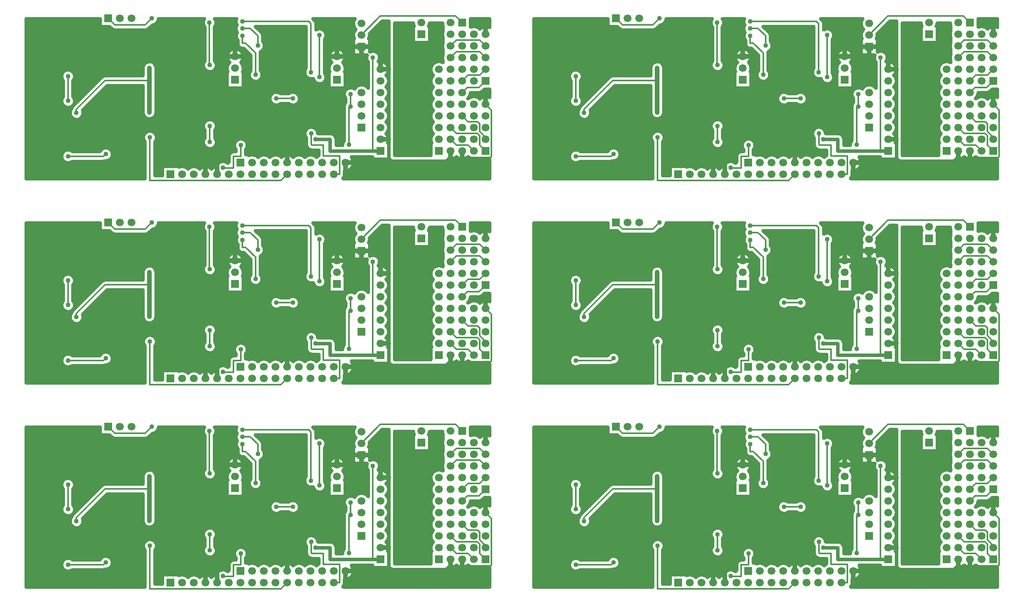
<source format=gbr>
G04 DipTrace 2.4.0.2*
%INBottom.gbr*%
%MOIN*%
%ADD13C,0.013*%
%ADD14C,0.03*%
%ADD15C,0.0394*%
%ADD18C,0.04*%
%ADD29R,0.0669X0.0669*%
%ADD30C,0.0669*%
%FSLAX44Y44*%
G04*
G70*
G90*
G75*
G01*
%LNBottom*%
%LPD*%
X31000Y3000D2*
D14*
X30357D1*
X26688D1*
Y4004D1*
X25429D1*
X30357Y11014D2*
D13*
Y3000D1*
X4232Y9409D2*
Y7299D1*
Y2547D2*
X7283D1*
X7469Y2732D1*
X11425Y14370D2*
X10858Y13803D1*
X8252D1*
X7681Y14374D1*
X28440Y7876D2*
Y6813D1*
X17520Y1575D2*
Y1539D1*
X18425D1*
Y2531D1*
X19031D1*
Y3496D1*
X28317Y3553D2*
Y6690D1*
X28440Y6813D1*
X16358Y13996D2*
Y10386D1*
X16382Y10362D1*
Y5154D2*
Y3760D1*
X37000Y12000D2*
X37500Y12500D1*
X39500D1*
X40000Y12000D1*
X37000Y11000D2*
X37500Y11500D1*
X39500D1*
X40000Y11000D1*
X38000Y9000D2*
X38500Y9500D1*
X39500D1*
X40000Y10000D1*
X38000Y8000D2*
X38438Y8438D1*
X39438D1*
X40000Y9000D1*
X38000Y6000D2*
X38500Y5500D1*
X39323D1*
X39500Y5323D1*
Y4687D1*
X40000Y4187D1*
Y4000D1*
X25062Y4500D2*
Y3563D1*
X25125Y3500D1*
X26125D1*
Y2563D1*
X27500D1*
Y1000D1*
X27000D1*
X11250Y4173D2*
Y469D1*
X22469D1*
X23000Y1000D1*
X27284Y11096D2*
X29233D1*
X29366Y11229D1*
Y11945D1*
X40000Y7000D2*
X40005D1*
X40504Y6501D1*
Y2500D1*
X40442Y2438D1*
X38066D1*
X38004Y2500D1*
Y2996D1*
X38000Y3000D1*
X37000D2*
Y2504D1*
X37066Y2438D1*
X38066D1*
X22565Y6313D2*
X21440D1*
X29688Y10375D2*
Y10812D1*
X29404Y11096D1*
X29233D1*
X12479Y4061D2*
Y5616D1*
X12732D1*
X37000Y5000D2*
X37500Y4500D1*
X39313D1*
X39500Y4313D1*
Y3500D1*
X40000Y3000D1*
X19173Y14094D2*
X24870D1*
X25052Y13912D1*
Y9752D1*
X20496Y12031D2*
Y12856D1*
X19848Y13504D1*
X19173D1*
X11203Y6321D2*
D15*
Y9039D1*
Y10110D1*
X4953Y6261D2*
D13*
Y6583D1*
X7409Y9039D1*
X11203D1*
X22063Y7501D2*
X23500D1*
X37000Y4000D2*
X37500Y3500D1*
X38500D1*
X39000Y3000D1*
X19190Y12876D2*
Y12224D1*
X19459D1*
X20295Y11388D1*
Y9528D1*
X25778Y12939D2*
Y9331D1*
X38000Y14000D2*
X37437Y14563D1*
X30984D1*
X29366Y12945D1*
D18*
X25429Y4004D3*
X30357Y11014D3*
X4232Y9409D3*
Y7299D3*
Y2547D3*
X7469Y2732D3*
X11425Y14370D3*
X28440Y7876D3*
Y6813D3*
X17520Y1575D3*
X19031Y3496D3*
X28317Y3553D3*
X16358Y13996D3*
X16382Y10362D3*
Y5154D3*
Y3760D3*
X25062Y4500D3*
X11250Y4173D3*
X22565Y6313D3*
X21440D3*
X29688Y10375D3*
X12732Y5616D3*
X12479Y4061D3*
X19173Y14094D3*
X25052Y9752D3*
X20496Y12031D3*
X19173Y13504D3*
X11203Y6321D3*
Y10110D3*
X4953Y6261D3*
X23500Y7501D3*
X22063D3*
X19190Y12876D3*
X20295Y9528D3*
X25778Y12939D3*
Y9331D3*
X8750Y5846D3*
Y5346D3*
X17000Y13000D3*
Y12500D3*
Y12000D3*
Y11500D3*
Y11000D3*
Y10500D3*
Y10000D3*
Y9500D3*
Y9000D3*
Y8500D3*
Y8000D3*
Y7500D3*
Y7000D3*
Y6500D3*
Y6000D3*
X8295Y8453D3*
X4752Y1709D3*
X5252D3*
X8750Y4846D3*
Y4346D3*
X9250Y5846D3*
Y5346D3*
Y4846D3*
Y4346D3*
X6406Y13283D3*
X6906D3*
X7406D3*
X7906D3*
X33316Y9924D3*
Y9424D3*
Y8924D3*
Y8424D3*
X33879Y9924D3*
Y9424D3*
Y8924D3*
Y8424D3*
X33316Y7924D3*
X33879D3*
X32441Y9174D3*
Y8674D3*
X8406Y13283D3*
X8906D3*
X9406D3*
X9906D3*
X8795Y8453D3*
X9295D3*
X5752Y1709D3*
X6252D3*
X6752D3*
X7252D3*
X7752D3*
X8252D3*
X8752D3*
X9252D3*
X9752D3*
X10252D3*
X10752D3*
X8295Y7953D3*
X11752Y1709D3*
X12252D3*
X12752D3*
X13252D3*
X17500Y7500D3*
Y7000D3*
X8795Y7953D3*
X9295D3*
X1406Y11118D3*
X1906D3*
X2406D3*
X2906D3*
X3406D3*
X14583Y11496D3*
X15083D3*
X15583D3*
X17500Y6500D3*
X13250Y7096D3*
Y6596D3*
Y6096D3*
Y5596D3*
X18000Y7500D3*
Y7000D3*
Y6500D3*
X18500Y7500D3*
Y7000D3*
Y6500D3*
X19000Y7500D3*
Y7000D3*
Y6500D3*
X19500Y7500D3*
Y7000D3*
Y6500D3*
X20000Y7500D3*
Y7000D3*
Y6500D3*
X20500Y7500D3*
Y7000D3*
Y6500D3*
X21000Y7500D3*
Y7000D3*
Y6500D3*
X22500Y13500D3*
Y13000D3*
X23000Y13500D3*
Y13000D3*
X28500Y14000D3*
Y13500D3*
Y13000D3*
Y12500D3*
Y12000D3*
Y11500D3*
Y11000D3*
Y10500D3*
Y10000D3*
X29000Y1500D3*
X29500D3*
X30000D3*
X30500D3*
X31000D3*
X31500D3*
X32000D3*
X32500D3*
X33000D3*
X33500D3*
X34000D3*
X34500D3*
X35000D3*
X35500D3*
X36000D3*
X36500D3*
X37000D3*
X37500D3*
X38000D3*
X38500D3*
X39000D3*
X39500D3*
X40000D3*
X1000Y11000D3*
Y10500D3*
Y10000D3*
Y9500D3*
Y9000D3*
Y8500D3*
Y8000D3*
Y7500D3*
Y7000D3*
Y6500D3*
Y6000D3*
Y5500D3*
Y5000D3*
Y4500D3*
Y4000D3*
Y3500D3*
Y3000D3*
Y2500D3*
Y2000D3*
Y1500D3*
Y1000D3*
X680Y14051D2*
D14*
X6954D1*
X11919D2*
X15767D1*
X16947D2*
X18585D1*
X25485D2*
X28649D1*
X31108D2*
X31675D1*
X38727D2*
X40320D1*
X680Y13753D2*
X6954D1*
X11443D2*
X15821D1*
X16894D2*
X18638D1*
X25510D2*
X28665D1*
X30808D2*
X31675D1*
X38727D2*
X40320D1*
X680Y13454D2*
X7975D1*
X11136D2*
X15903D1*
X16816D2*
X18585D1*
X20531D2*
X24597D1*
X26031D2*
X28841D1*
X30509D2*
X31675D1*
X680Y13155D2*
X15903D1*
X16816D2*
X18671D1*
X20831D2*
X24597D1*
X26326D2*
X28673D1*
X30210D2*
X31675D1*
X680Y12857D2*
X15903D1*
X16816D2*
X18597D1*
X20954D2*
X24597D1*
X26363D2*
X28645D1*
X30087D2*
X31675D1*
X680Y12558D2*
X15903D1*
X16816D2*
X18695D1*
X20954D2*
X24597D1*
X26236D2*
X28640D1*
X30091D2*
X31675D1*
X680Y12259D2*
X15903D1*
X16816D2*
X18732D1*
X21040D2*
X24597D1*
X26236D2*
X28640D1*
X30091D2*
X31675D1*
X680Y11960D2*
X15903D1*
X16816D2*
X18823D1*
X21085D2*
X24597D1*
X26236D2*
X28640D1*
X30091D2*
X31675D1*
X680Y11662D2*
X15903D1*
X16816D2*
X18109D1*
X18989D2*
X19388D1*
X20949D2*
X24597D1*
X26236D2*
X26848D1*
X27720D2*
X28640D1*
X30091D2*
X31675D1*
X680Y11363D2*
X15903D1*
X16816D2*
X17875D1*
X19223D2*
X19688D1*
X20753D2*
X24597D1*
X26236D2*
X26610D1*
X27958D2*
X28640D1*
X30829D2*
X31675D1*
X680Y11064D2*
X15903D1*
X16816D2*
X17822D1*
X19276D2*
X19840D1*
X20753D2*
X24597D1*
X26236D2*
X26557D1*
X28011D2*
X29768D1*
X30948D2*
X31675D1*
X680Y10766D2*
X15903D1*
X16816D2*
X17908D1*
X19190D2*
X19840D1*
X20753D2*
X24597D1*
X26236D2*
X26639D1*
X27925D2*
X29822D1*
X30890D2*
X31675D1*
X680Y10467D2*
X10739D1*
X11669D2*
X15800D1*
X16963D2*
X17928D1*
X19170D2*
X19840D1*
X20753D2*
X24597D1*
X26236D2*
X26664D1*
X27905D2*
X29899D1*
X680Y10168D2*
X10612D1*
X11792D2*
X15825D1*
X16939D2*
X17826D1*
X19272D2*
X19840D1*
X20753D2*
X24597D1*
X26236D2*
X26561D1*
X28007D2*
X29899D1*
X680Y9870D2*
X3878D1*
X4586D2*
X10616D1*
X11792D2*
X16083D1*
X16684D2*
X17863D1*
X19235D2*
X19819D1*
X20769D2*
X24474D1*
X26236D2*
X26594D1*
X27970D2*
X29899D1*
X680Y9571D2*
X3665D1*
X4800D2*
X10616D1*
X11792D2*
X17822D1*
X19276D2*
X19704D1*
X20884D2*
X24490D1*
X26314D2*
X26557D1*
X28011D2*
X29899D1*
X680Y9272D2*
X3657D1*
X4808D2*
X7007D1*
X11792D2*
X17822D1*
X19276D2*
X19766D1*
X20826D2*
X24728D1*
X26367D2*
X26557D1*
X28011D2*
X29899D1*
X680Y8974D2*
X3776D1*
X4689D2*
X6712D1*
X11792D2*
X17822D1*
X19276D2*
X20172D1*
X20420D2*
X25314D1*
X26240D2*
X26557D1*
X28011D2*
X29899D1*
X680Y8675D2*
X3776D1*
X4689D2*
X6413D1*
X11792D2*
X17822D1*
X19276D2*
X26557D1*
X28011D2*
X29174D1*
X29582D2*
X29899D1*
X680Y8376D2*
X3776D1*
X4689D2*
X6113D1*
X7379D2*
X10616D1*
X11792D2*
X28156D1*
X680Y8078D2*
X3776D1*
X4689D2*
X5814D1*
X7080D2*
X10616D1*
X11792D2*
X27886D1*
X39695D2*
X40320D1*
X680Y7779D2*
X3776D1*
X4689D2*
X5515D1*
X6784D2*
X10616D1*
X11792D2*
X21546D1*
X24017D2*
X27857D1*
X38691D2*
X40320D1*
X680Y7480D2*
X3669D1*
X4795D2*
X5215D1*
X6485D2*
X10616D1*
X11792D2*
X21472D1*
X24091D2*
X27984D1*
X680Y7181D2*
X3653D1*
X6186D2*
X10616D1*
X11792D2*
X21570D1*
X23992D2*
X27984D1*
X680Y6883D2*
X3825D1*
X5886D2*
X10616D1*
X11792D2*
X27853D1*
X680Y6584D2*
X4465D1*
X5587D2*
X10616D1*
X11792D2*
X27861D1*
X680Y6285D2*
X4362D1*
X5546D2*
X10612D1*
X11792D2*
X27861D1*
X680Y5987D2*
X4432D1*
X5472D2*
X10723D1*
X11685D2*
X27861D1*
X680Y5688D2*
X16177D1*
X16586D2*
X27861D1*
X680Y5389D2*
X15841D1*
X16922D2*
X27861D1*
X680Y5091D2*
X15792D1*
X16971D2*
X27861D1*
X680Y4792D2*
X15923D1*
X16840D2*
X24552D1*
X25571D2*
X27861D1*
X680Y4493D2*
X10760D1*
X11743D2*
X15923D1*
X16840D2*
X24470D1*
X26867D2*
X27861D1*
X31522D2*
X31678D1*
X680Y4195D2*
X10657D1*
X11841D2*
X15923D1*
X16840D2*
X24560D1*
X27191D2*
X27861D1*
X680Y3896D2*
X10731D1*
X11767D2*
X15808D1*
X16955D2*
X18605D1*
X19457D2*
X24605D1*
X27228D2*
X27841D1*
X680Y3597D2*
X10793D1*
X11706D2*
X15812D1*
X16951D2*
X18449D1*
X19612D2*
X24605D1*
X27228D2*
X27726D1*
X680Y3299D2*
X10793D1*
X11706D2*
X16030D1*
X16734D2*
X18474D1*
X19588D2*
X24695D1*
X680Y3000D2*
X3870D1*
X4594D2*
X6946D1*
X7994D2*
X10793D1*
X11706D2*
X18576D1*
X19489D2*
X25667D1*
X680Y2701D2*
X3661D1*
X8060D2*
X10793D1*
X11706D2*
X18002D1*
X19489D2*
X25667D1*
X680Y2402D2*
X3661D1*
X7953D2*
X10793D1*
X11706D2*
X17969D1*
X28598D2*
X30273D1*
X37386D2*
X37614D1*
X38387D2*
X38610D1*
X680Y2104D2*
X3858D1*
X4607D2*
X10793D1*
X11706D2*
X17301D1*
X17738D2*
X17969D1*
X28717D2*
X40320D1*
X680Y1805D2*
X10793D1*
X11706D2*
X16977D1*
X28700D2*
X40320D1*
X680Y1506D2*
X10793D1*
X11706D2*
X12273D1*
X28520D2*
X40320D1*
X680Y1208D2*
X10793D1*
X11706D2*
X12273D1*
X27958D2*
X40320D1*
X680Y909D2*
X10793D1*
X11706D2*
X12273D1*
X27946D2*
X40320D1*
X38697Y14348D2*
Y13626D1*
X38868Y13684D1*
X38998Y13697D1*
X39128Y13685D1*
X39254Y13649D1*
X39371Y13589D1*
X39500Y13482D1*
X39561Y13541D1*
X39670Y13614D1*
X39791Y13665D1*
X39919Y13692D1*
X40050Y13695D1*
X40180Y13673D1*
X40303Y13628D1*
X40350Y13603D1*
Y14349D1*
X38700Y14350D1*
X38684Y7870D2*
X38648Y7744D1*
X38588Y7627D1*
X38480Y7499D1*
X38522Y7507D1*
X38625Y7587D1*
X38742Y7647D1*
X38868Y7684D1*
X38998Y7697D1*
X39128Y7685D1*
X39254Y7649D1*
X39371Y7589D1*
X39500Y7482D1*
X39561Y7541D1*
X39670Y7614D1*
X39791Y7665D1*
X39919Y7692D1*
X40050Y7695D1*
X40180Y7673D1*
X40303Y7628D1*
X40350Y7603D1*
Y8304D1*
X39905Y8303D1*
X39739Y8136D1*
X39634Y8058D1*
X39506Y8017D1*
X39306Y8011D1*
X38695D1*
X38684Y7870D1*
X38499Y2515D2*
X38388Y2422D1*
X38273Y2359D1*
X38148Y2319D1*
X38018Y2304D1*
X37887Y2313D1*
X37761Y2346D1*
X37642Y2402D1*
X37537Y2480D1*
X37499Y2515D1*
X37410Y2437D1*
X37297Y2370D1*
X37174Y2325D1*
X37044Y2305D1*
X36913Y2309D1*
X36821Y2327D1*
X36802Y2295D1*
X36709Y2202D1*
X36590Y2149D1*
X36373Y2138D1*
X32066D1*
X31937Y2162D1*
X31826Y2229D1*
X31745Y2332D1*
X31707Y2461D1*
X31704Y3419D1*
X31705Y14130D1*
X31401Y14136D1*
X31159D1*
X30059Y13034D1*
X30063Y12945D1*
X30050Y12814D1*
X30014Y12689D1*
X29990Y12641D1*
X30063Y12642D1*
Y11492D1*
X30204Y11555D1*
X30333Y11575D1*
X30464Y11565D1*
X30589Y11526D1*
X30701Y11458D1*
X30794Y11367D1*
X30864Y11256D1*
X30907Y11132D1*
X30919Y11014D1*
X30904Y10884D1*
X30859Y10761D1*
X30798Y10669D1*
X30946Y10695D1*
X31077Y10692D1*
X31205Y10666D1*
X31326Y10616D1*
X31435Y10544D1*
X31530Y10453D1*
X31605Y10345D1*
X31659Y10226D1*
X31690Y10099D1*
X31696Y9974D1*
X31679Y9844D1*
X31638Y9719D1*
X31574Y9605D1*
X31484Y9499D1*
X31562Y9411D1*
X31629Y9299D1*
X31674Y9176D1*
X31697Y9000D1*
X31684Y8870D1*
X31648Y8744D1*
X31588Y8627D1*
X31480Y8499D1*
X31562Y8411D1*
X31629Y8299D1*
X31674Y8176D1*
X31697Y8000D1*
X31684Y7870D1*
X31648Y7744D1*
X31588Y7627D1*
X31480Y7499D1*
X31562Y7411D1*
X31629Y7299D1*
X31674Y7176D1*
X31697Y7000D1*
X31684Y6870D1*
X31648Y6744D1*
X31588Y6627D1*
X31480Y6499D1*
X31562Y6411D1*
X31629Y6299D1*
X31674Y6176D1*
X31697Y6000D1*
X31684Y5870D1*
X31648Y5744D1*
X31588Y5627D1*
X31480Y5499D1*
X31562Y5411D1*
X31629Y5299D1*
X31674Y5176D1*
X31697Y5000D1*
X31684Y4870D1*
X31648Y4744D1*
X31588Y4627D1*
X31480Y4499D1*
X31530Y4453D1*
X31605Y4345D1*
X31659Y4226D1*
X31690Y4099D1*
X31696Y3974D1*
X31679Y3844D1*
X31638Y3719D1*
X31627Y3696D1*
X31697Y3697D1*
Y2303D1*
X30303D1*
Y2488D1*
X28499D1*
X28592Y2368D1*
X28650Y2251D1*
X28685Y2125D1*
X28697Y2000D1*
X28684Y1870D1*
X28648Y1744D1*
X28588Y1627D1*
X28508Y1523D1*
X28410Y1437D1*
X28297Y1370D1*
X28174Y1325D1*
X28044Y1305D1*
X27927Y1307D1*
Y1000D1*
X27907Y871D1*
X27849Y754D1*
X27766Y667D1*
X27797Y650D1*
X40350D1*
Y2300D1*
X39384Y2303D1*
X39303D1*
Y2373D1*
X39174Y2325D1*
X39044Y2305D1*
X38913Y2309D1*
X38785Y2337D1*
X38665Y2389D1*
X38557Y2463D1*
X38502Y2518D1*
X19456Y2697D2*
X19697D1*
Y2627D1*
X19868Y2684D1*
X19998Y2697D1*
X20128Y2685D1*
X20254Y2649D1*
X20371Y2589D1*
X20500Y2482D1*
X20625Y2587D1*
X20742Y2647D1*
X20868Y2684D1*
X20998Y2697D1*
X21128Y2685D1*
X21254Y2649D1*
X21371Y2589D1*
X21500Y2482D1*
X21625Y2587D1*
X21742Y2647D1*
X21868Y2684D1*
X21998Y2697D1*
X22128Y2685D1*
X22254Y2649D1*
X22371Y2589D1*
X22500Y2482D1*
X22561Y2541D1*
X22670Y2614D1*
X22791Y2665D1*
X22919Y2692D1*
X23050Y2695D1*
X23180Y2673D1*
X23303Y2628D1*
X23415Y2560D1*
X23500Y2485D1*
X23625Y2587D1*
X23742Y2647D1*
X23868Y2684D1*
X23998Y2697D1*
X24128Y2685D1*
X24254Y2649D1*
X24371Y2589D1*
X24500Y2482D1*
X24625Y2587D1*
X24742Y2647D1*
X24868Y2684D1*
X24998Y2697D1*
X25128Y2685D1*
X25254Y2649D1*
X25371Y2589D1*
X25500Y2482D1*
X25625Y2587D1*
X25702Y2626D1*
X25698Y3075D1*
X25125Y3073D1*
X24996Y3093D1*
X24856Y3168D1*
X24722Y3305D1*
X24665Y3408D1*
X24637Y3534D1*
X24636Y4133D1*
X24590Y4195D1*
X24533Y4313D1*
X24504Y4441D1*
X24505Y4571D1*
X24537Y4699D1*
X24597Y4815D1*
X24682Y4914D1*
X24789Y4991D1*
X24910Y5041D1*
X25039Y5061D1*
X25169Y5052D1*
X25294Y5012D1*
X25406Y4945D1*
X25500Y4853D1*
X25570Y4742D1*
X25612Y4618D1*
X25621Y4533D1*
X25664Y4514D1*
X26688Y4516D1*
X26817Y4499D1*
X26939Y4450D1*
X27044Y4372D1*
X27125Y4270D1*
X27178Y4150D1*
X27200Y4004D1*
Y3516D1*
X27475Y3512D1*
X27758D1*
X27760Y3625D1*
X27791Y3752D1*
X27851Y3868D1*
X27891Y3914D1*
Y6694D1*
X27882Y6754D1*
X27883Y6885D1*
X27915Y7012D1*
X27975Y7128D1*
X28015Y7175D1*
X28014Y7514D1*
X27968Y7571D1*
X27911Y7689D1*
X27882Y7816D1*
X27883Y7947D1*
X27915Y8074D1*
X27975Y8191D1*
X28060Y8290D1*
X28167Y8367D1*
X28288Y8417D1*
X28417Y8437D1*
X28547Y8428D1*
X28672Y8388D1*
X28767Y8331D1*
X28814Y8409D1*
X28900Y8507D1*
X29003Y8588D1*
X29120Y8648D1*
X29246Y8684D1*
X29376Y8697D1*
X29507Y8685D1*
X29633Y8649D1*
X29749Y8590D1*
X29853Y8510D1*
X29932Y8421D1*
X29930Y10648D1*
X29885Y10709D1*
X29827Y10827D1*
X29798Y10954D1*
X29800Y11085D1*
X29831Y11212D1*
X29848Y11245D1*
X29617Y11248D1*
X28670D1*
Y12642D1*
X28739D1*
X28704Y12728D1*
X28675Y12856D1*
X28671Y12987D1*
X28691Y13117D1*
X28735Y13240D1*
X28802Y13353D1*
X28880Y13442D1*
X28756Y13608D1*
X28704Y13728D1*
X28675Y13856D1*
X28671Y13987D1*
X28691Y14117D1*
X28735Y14240D1*
X28800Y14350D1*
X25215D1*
X25354Y14214D1*
X25432Y14109D1*
X25473Y13981D1*
X25479Y13781D1*
Y13416D1*
X25625Y13480D1*
X25754Y13500D1*
X25884Y13491D1*
X26009Y13451D1*
X26121Y13383D1*
X26215Y13292D1*
X26285Y13181D1*
X26327Y13057D1*
X26340Y12939D1*
X26324Y12809D1*
X26279Y12686D1*
X26204Y12574D1*
X26205Y9695D1*
X26285Y9573D1*
X26327Y9449D1*
X26340Y9331D1*
X26324Y9201D1*
X26279Y9078D1*
X26207Y8968D1*
X26112Y8879D1*
X25998Y8814D1*
X25872Y8777D1*
X25742Y8770D1*
X25613Y8793D1*
X25493Y8846D1*
X25389Y8925D1*
X25305Y9026D1*
X25248Y9144D1*
X25230Y9219D1*
X25147Y9198D1*
X25017Y9191D1*
X24888Y9215D1*
X24768Y9267D1*
X24664Y9346D1*
X24580Y9447D1*
X24522Y9565D1*
X24494Y9693D1*
X24495Y9823D1*
X24527Y9951D1*
X24587Y10067D1*
X24627Y10113D1*
X24625Y13668D1*
X20289D1*
X20798Y13158D1*
X20875Y13052D1*
X20917Y12924D1*
X20923Y12725D1*
Y12401D1*
X21003Y12274D1*
X21045Y12150D1*
X21058Y12031D1*
X21043Y11901D1*
X20998Y11778D1*
X20926Y11669D1*
X20830Y11580D1*
X20705Y11511D1*
X20722Y11388D1*
Y9891D1*
X20802Y9770D1*
X20845Y9646D1*
X20857Y9528D1*
X20842Y9398D1*
X20797Y9275D1*
X20725Y9165D1*
X20629Y9076D1*
X20516Y9011D1*
X20390Y8974D1*
X20259Y8967D1*
X20131Y8990D1*
X20011Y9043D1*
X19906Y9122D1*
X19823Y9223D1*
X19765Y9340D1*
X19736Y9468D1*
X19738Y9599D1*
X19770Y9726D1*
X19830Y9842D1*
X19870Y9889D1*
X19868Y11213D1*
X19283Y11796D1*
X19190Y11797D1*
X19060Y11817D1*
X18943Y11876D1*
X18849Y11966D1*
X18787Y12081D1*
X18763Y12224D1*
Y12507D1*
X18717Y12572D1*
X18660Y12689D1*
X18631Y12817D1*
X18632Y12948D1*
X18664Y13075D1*
X18718Y13180D1*
X18643Y13317D1*
X18614Y13445D1*
X18616Y13575D1*
X18647Y13702D1*
X18698Y13801D1*
X18643Y13907D1*
X18614Y14035D1*
X18616Y14166D1*
X18647Y14293D1*
X18676Y14348D1*
X16792Y14350D1*
X16865Y14238D1*
X16908Y14114D1*
X16920Y13996D1*
X16905Y13866D1*
X16860Y13743D1*
X16785Y13631D1*
Y10752D1*
X16819Y10715D1*
X16889Y10604D1*
X16931Y10480D1*
X16944Y10362D1*
X16929Y10232D1*
X16884Y10109D1*
X16812Y10000D1*
X16716Y9910D1*
X16602Y9845D1*
X16477Y9808D1*
X16346Y9801D1*
X16217Y9825D1*
X16097Y9878D1*
X15993Y9957D1*
X15910Y10058D1*
X15852Y10175D1*
X15823Y10303D1*
X15824Y10434D1*
X15856Y10561D1*
X15930Y10693D1*
X15931Y13630D1*
X15886Y13691D1*
X15828Y13809D1*
X15799Y13937D1*
X15801Y14068D1*
X15833Y14195D1*
X15893Y14311D1*
X15927Y14351D1*
X11985Y14350D1*
X11972Y14240D1*
X11927Y14117D1*
X11855Y14008D1*
X11759Y13918D1*
X11646Y13853D1*
X11520Y13816D1*
X11475Y13814D1*
X11160Y13501D1*
X11055Y13424D1*
X10927Y13382D1*
X10727Y13376D1*
X8252D1*
X8123Y13396D1*
X8003Y13457D1*
X7857Y13594D1*
X7773Y13678D1*
X6984Y13677D1*
Y14354D1*
X6379Y14350D1*
X650D1*
Y651D1*
X10822Y650D1*
X10823Y3811D1*
X10778Y3869D1*
X10720Y3986D1*
X10691Y4114D1*
X10693Y4245D1*
X10724Y4372D1*
X10784Y4488D1*
X10870Y4587D1*
X10976Y4664D1*
X11097Y4714D1*
X11226Y4735D1*
X11357Y4725D1*
X11482Y4685D1*
X11594Y4618D1*
X11687Y4526D1*
X11757Y4415D1*
X11799Y4291D1*
X11812Y4173D1*
X11797Y4043D1*
X11752Y3920D1*
X11677Y3808D1*
Y896D1*
X12304Y895D1*
X12303Y1697D1*
X13697D1*
Y1627D1*
X13868Y1684D1*
X13998Y1697D1*
X14128Y1685D1*
X14254Y1649D1*
X14371Y1589D1*
X14500Y1482D1*
X14625Y1587D1*
X14742Y1647D1*
X14868Y1684D1*
X14998Y1697D1*
X15128Y1685D1*
X15254Y1649D1*
X15371Y1589D1*
X15500Y1482D1*
X15561Y1541D1*
X15670Y1614D1*
X15791Y1665D1*
X15919Y1692D1*
X16050Y1695D1*
X16180Y1673D1*
X16303Y1628D1*
X16415Y1560D1*
X16500Y1485D1*
X16603Y1573D1*
X16718Y1637D1*
X16842Y1678D1*
X16971Y1696D1*
X16994Y1773D1*
X17054Y1890D1*
X17140Y1989D1*
X17246Y2066D1*
X17367Y2116D1*
X17496Y2136D1*
X17627Y2127D1*
X17751Y2087D1*
X17864Y2019D1*
X17919Y1965D1*
X17998Y2064D1*
Y2531D1*
X18018Y2661D1*
X18076Y2778D1*
X18167Y2872D1*
X18282Y2934D1*
X18425Y2958D1*
X18602D1*
X18605Y3134D1*
X18559Y3191D1*
X18502Y3309D1*
X18473Y3437D1*
X18474Y3568D1*
X18506Y3695D1*
X18566Y3811D1*
X18651Y3910D1*
X18758Y3987D1*
X18879Y4037D1*
X19008Y4058D1*
X19138Y4048D1*
X19263Y4008D1*
X19375Y3941D1*
X19469Y3849D1*
X19539Y3738D1*
X19581Y3614D1*
X19593Y3496D1*
X19578Y3366D1*
X19533Y3243D1*
X19458Y3131D1*
Y2696D1*
X19177Y9796D2*
X19245D1*
Y8403D1*
X17852D1*
Y9796D1*
X17922D1*
X17887Y9883D1*
X17858Y10011D1*
X17853Y10142D1*
X17874Y10272D1*
X17918Y10395D1*
X17984Y10508D1*
X18062Y10597D1*
X17966Y10718D1*
X17905Y10834D1*
X17866Y10959D1*
X17852Y11090D1*
X17863Y11220D1*
X17897Y11347D1*
X17955Y11464D1*
X18034Y11569D1*
X18131Y11657D1*
X18243Y11726D1*
X18365Y11772D1*
X18494Y11794D1*
X18625Y11792D1*
X18754Y11766D1*
X18875Y11716D1*
X18984Y11644D1*
X19078Y11552D1*
X19154Y11445D1*
X19208Y11326D1*
X19238Y11198D1*
X19245Y11074D1*
X19228Y10944D1*
X19186Y10819D1*
X19123Y10705D1*
X19033Y10599D1*
X19111Y10511D1*
X19178Y10399D1*
X19223Y10276D1*
X19245Y10100D1*
X19233Y9969D1*
X19196Y9844D1*
X19172Y9796D1*
X27912Y9793D2*
X27980D1*
Y8399D1*
X26587D1*
Y9793D1*
X26657D1*
X26622Y9880D1*
X26593Y10007D1*
X26588Y10138D1*
X26609Y10268D1*
X26653Y10391D1*
X26719Y10504D1*
X26797Y10593D1*
X26701Y10714D1*
X26640Y10830D1*
X26601Y10956D1*
X26587Y11086D1*
X26598Y11217D1*
X26632Y11343D1*
X26690Y11461D1*
X26769Y11565D1*
X26866Y11653D1*
X26978Y11722D1*
X27100Y11768D1*
X27229Y11791D1*
X27360Y11788D1*
X27489Y11762D1*
X27610Y11712D1*
X27719Y11640D1*
X27813Y11549D1*
X27889Y11441D1*
X27943Y11322D1*
X27973Y11195D1*
X27980Y11070D1*
X27963Y10940D1*
X27921Y10815D1*
X27858Y10701D1*
X27768Y10595D1*
X27846Y10507D1*
X27913Y10395D1*
X27958Y10272D1*
X27980Y10096D1*
X27968Y9966D1*
X27932Y9840D1*
X27907Y9792D1*
X4659Y9044D2*
Y7667D1*
X4739Y7541D1*
X4782Y7417D1*
X4794Y7299D1*
X4779Y7169D1*
X4734Y7046D1*
X4662Y6937D1*
X4566Y6847D1*
X4453Y6782D1*
X4327Y6745D1*
X4196Y6738D1*
X4068Y6762D1*
X3948Y6815D1*
X3843Y6894D1*
X3760Y6995D1*
X3702Y7112D1*
X3673Y7240D1*
X3675Y7371D1*
X3707Y7498D1*
X3767Y7614D1*
X3807Y7661D1*
X3805Y9042D1*
X3760Y9105D1*
X3702Y9222D1*
X3673Y9350D1*
X3675Y9481D1*
X3707Y9608D1*
X3767Y9724D1*
X3852Y9823D1*
X3958Y9900D1*
X4079Y9950D1*
X4209Y9971D1*
X4339Y9961D1*
X4464Y9921D1*
X4576Y9854D1*
X4670Y9762D1*
X4739Y9652D1*
X4782Y9528D1*
X4794Y9409D1*
X4779Y9279D1*
X4734Y9156D1*
X4659Y9044D1*
X4597Y2974D2*
X6959D1*
X7003Y3047D1*
X7088Y3146D1*
X7195Y3223D1*
X7316Y3273D1*
X7445Y3294D1*
X7575Y3284D1*
X7700Y3244D1*
X7812Y3177D1*
X7906Y3085D1*
X7976Y2974D1*
X8018Y2850D1*
X8030Y2732D1*
X8015Y2602D1*
X7970Y2479D1*
X7898Y2370D1*
X7803Y2280D1*
X7689Y2215D1*
X7563Y2178D1*
X7480Y2168D1*
X7352Y2126D1*
X7152Y2120D1*
X4597D1*
X4453Y2030D1*
X4327Y1993D1*
X4196Y1986D1*
X4068Y2010D1*
X3948Y2063D1*
X3843Y2142D1*
X3760Y2243D1*
X3702Y2360D1*
X3673Y2488D1*
X3675Y2619D1*
X3707Y2746D1*
X3767Y2862D1*
X3852Y2961D1*
X3958Y3038D1*
X4079Y3088D1*
X4209Y3109D1*
X4339Y3099D1*
X4464Y3059D1*
X4597Y2972D1*
X16809Y4789D2*
Y4124D1*
X16889Y4002D1*
X16931Y3878D1*
X16944Y3760D1*
X16929Y3630D1*
X16884Y3507D1*
X16812Y3398D1*
X16716Y3308D1*
X16602Y3243D1*
X16477Y3206D1*
X16346Y3199D1*
X16217Y3222D1*
X16097Y3275D1*
X15993Y3354D1*
X15910Y3455D1*
X15852Y3573D1*
X15823Y3700D1*
X15824Y3831D1*
X15856Y3958D1*
X15916Y4075D1*
X15956Y4121D1*
X15955Y4789D1*
X15910Y4849D1*
X15852Y4966D1*
X15823Y5094D1*
X15824Y5225D1*
X15856Y5352D1*
X15916Y5468D1*
X16002Y5568D1*
X16108Y5644D1*
X16229Y5694D1*
X16358Y5715D1*
X16489Y5705D1*
X16614Y5666D1*
X16726Y5598D1*
X16819Y5506D1*
X16889Y5396D1*
X16931Y5272D1*
X16944Y5154D1*
X16929Y5024D1*
X16884Y4901D1*
X16809Y4788D1*
X10644Y6382D2*
Y8613D1*
X7590Y8612D1*
X6319Y7346D1*
X5464Y6490D1*
X5502Y6379D1*
X5515Y6261D1*
X5500Y6131D1*
X5455Y6008D1*
X5382Y5898D1*
X5287Y5809D1*
X5173Y5744D1*
X5048Y5707D1*
X4917Y5700D1*
X4788Y5723D1*
X4668Y5776D1*
X4564Y5855D1*
X4481Y5956D1*
X4423Y6074D1*
X4394Y6201D1*
X4395Y6332D1*
X4427Y6459D1*
X4487Y6576D1*
X4527Y6622D1*
X4546Y6712D1*
X4607Y6832D1*
X4744Y6977D1*
X7108Y9341D1*
X7213Y9418D1*
X7341Y9460D1*
X7541Y9466D1*
X10645D1*
X10646Y10182D1*
X10677Y10309D1*
X10737Y10425D1*
X10823Y10524D1*
X10929Y10601D1*
X11050Y10651D1*
X11179Y10672D1*
X11310Y10662D1*
X11435Y10622D1*
X11547Y10555D1*
X11640Y10463D1*
X11710Y10352D1*
X11752Y10228D1*
X11762Y10082D1*
X11765Y6321D1*
X11750Y6191D1*
X11705Y6068D1*
X11633Y5959D1*
X11537Y5869D1*
X11424Y5804D1*
X11298Y5767D1*
X11167Y5760D1*
X11038Y5784D1*
X10919Y5836D1*
X10814Y5915D1*
X10731Y6016D1*
X10673Y6134D1*
X10644Y6261D1*
X10645Y6298D1*
X22427Y7928D2*
X23133D1*
X23226Y7991D1*
X23347Y8042D1*
X23476Y8062D1*
X23607Y8053D1*
X23732Y8013D1*
X23844Y7945D1*
X23937Y7854D1*
X24007Y7743D1*
X24049Y7619D1*
X24062Y7501D1*
X24047Y7371D1*
X24002Y7248D1*
X23930Y7139D1*
X23834Y7049D1*
X23721Y6984D1*
X23595Y6947D1*
X23464Y6940D1*
X23335Y6963D1*
X23215Y7016D1*
X23140Y7073D1*
X22430Y7074D1*
X22283Y6984D1*
X22157Y6947D1*
X22027Y6940D1*
X21898Y6963D1*
X21778Y7016D1*
X21674Y7095D1*
X21590Y7196D1*
X21533Y7314D1*
X21504Y7441D1*
X21505Y7572D1*
X21537Y7699D1*
X21597Y7816D1*
X21682Y7915D1*
X21789Y7991D1*
X21910Y8042D1*
X22039Y8062D1*
X22169Y8053D1*
X22294Y8013D1*
X22427Y7925D1*
X38000Y3000D2*
D18*
Y2304D1*
X37000Y3000D2*
Y2304D1*
X23000Y2696D2*
Y2000D1*
X28000D2*
Y1304D1*
Y2000D2*
X28696D1*
X40000Y7696D2*
Y7000D1*
Y13696D2*
Y13000D1*
X18549Y11796D2*
Y11100D1*
X17853D2*
X19245D1*
X27284Y11792D2*
Y11096D1*
X26588D2*
X27980D1*
X29366Y11945D2*
Y11249D1*
X28670Y11945D2*
X30062D1*
X31000Y4000D2*
X31696D1*
X31000Y10696D2*
Y10000D1*
X31696D1*
X16000Y1696D2*
Y1000D1*
X17000Y1696D2*
Y1000D1*
X32246Y13678D2*
D14*
X33775D1*
X35225D2*
X36326D1*
X32246Y13379D2*
X33775D1*
X35225D2*
X36326D1*
X32246Y13080D2*
X33775D1*
X35225D2*
X36277D1*
X32246Y12782D2*
X33775D1*
X35225D2*
X36309D1*
X32246Y12483D2*
X33775D1*
X35225D2*
X36326D1*
X32246Y12184D2*
X36297D1*
X32246Y11886D2*
X36285D1*
X32246Y11587D2*
X36326D1*
X32246Y11288D2*
X36326D1*
X32246Y10990D2*
X36273D1*
X32246Y10691D2*
X35883D1*
X36119D2*
X36326D1*
X32246Y10392D2*
X35395D1*
X32246Y10094D2*
X35280D1*
X32246Y9795D2*
X35305D1*
X32246Y9496D2*
X35481D1*
X32246Y9197D2*
X35301D1*
X32246Y8899D2*
X35280D1*
X32246Y8600D2*
X35399D1*
X32246Y8301D2*
X35342D1*
X32246Y8003D2*
X35272D1*
X32246Y7704D2*
X35338D1*
X32246Y7405D2*
X35403D1*
X32246Y7107D2*
X35280D1*
X32246Y6808D2*
X35301D1*
X32246Y6509D2*
X35477D1*
X32246Y6211D2*
X35305D1*
X32246Y5912D2*
X35280D1*
X32246Y5613D2*
X35391D1*
X32246Y5315D2*
X35350D1*
X32246Y5016D2*
X35272D1*
X32246Y4717D2*
X35333D1*
X32246Y4418D2*
X35411D1*
X32246Y4120D2*
X35284D1*
X32246Y3821D2*
X35297D1*
X32246Y3522D2*
X35272D1*
X32246Y3224D2*
X35272D1*
X32246Y2925D2*
X35272D1*
X36353Y13750D2*
X36309Y13911D1*
X36307Y13973D1*
X35585Y13976D1*
X35196D1*
X35184Y13870D1*
X35148Y13744D1*
X35124Y13696D1*
X35197Y13697D1*
Y12303D1*
X33803D1*
Y13697D1*
X33873D1*
X33838Y13784D1*
X33809Y13911D1*
X33807Y13973D1*
X33223Y13976D1*
X32218D1*
X32216Y11239D1*
Y2648D1*
X34297Y2650D1*
X35302D1*
X35303Y3697D1*
X35373D1*
X35338Y3784D1*
X35309Y3911D1*
X35305Y4042D1*
X35325Y4172D1*
X35369Y4295D1*
X35435Y4408D1*
X35514Y4497D1*
X35390Y4663D1*
X35338Y4784D1*
X35309Y4911D1*
X35305Y5042D1*
X35325Y5172D1*
X35369Y5295D1*
X35435Y5408D1*
X35514Y5497D1*
X35390Y5663D1*
X35338Y5784D1*
X35309Y5911D1*
X35305Y6042D1*
X35325Y6172D1*
X35369Y6295D1*
X35435Y6408D1*
X35514Y6497D1*
X35390Y6663D1*
X35338Y6784D1*
X35309Y6911D1*
X35305Y7042D1*
X35325Y7172D1*
X35369Y7295D1*
X35435Y7408D1*
X35514Y7497D1*
X35390Y7663D1*
X35338Y7784D1*
X35309Y7911D1*
X35305Y8042D1*
X35325Y8172D1*
X35369Y8295D1*
X35435Y8408D1*
X35514Y8497D1*
X35390Y8663D1*
X35338Y8784D1*
X35309Y8911D1*
X35305Y9042D1*
X35325Y9172D1*
X35369Y9295D1*
X35435Y9408D1*
X35514Y9497D1*
X35390Y9663D1*
X35338Y9784D1*
X35309Y9911D1*
X35305Y10042D1*
X35325Y10172D1*
X35369Y10295D1*
X35435Y10408D1*
X35522Y10507D1*
X35625Y10587D1*
X35742Y10647D1*
X35868Y10684D1*
X35998Y10697D1*
X36128Y10685D1*
X36254Y10649D1*
X36353Y10599D1*
X36354Y10739D1*
X36309Y10911D1*
X36305Y11042D1*
X36325Y11172D1*
X36354Y11253D1*
Y11740D1*
X36309Y11911D1*
X36305Y12042D1*
X36325Y12172D1*
X36354Y12253D1*
Y12741D1*
X36309Y12911D1*
X36305Y13042D1*
X36325Y13172D1*
X36354Y13261D1*
Y13741D1*
D29*
X38000Y14000D3*
D30*
X37000D3*
X38000Y13000D3*
X37000D3*
X38000Y12000D3*
X37000D3*
X38000Y11000D3*
X37000D3*
X38000Y10000D3*
X37000D3*
X38000Y9000D3*
X37000D3*
X38000Y8000D3*
X37000D3*
X38000Y7000D3*
X37000D3*
X38000Y6000D3*
X37000D3*
X38000Y5000D3*
X37000D3*
X38000Y4000D3*
X37000D3*
X38000Y3000D3*
X37000D3*
D29*
X19000Y2000D3*
D30*
X20000D3*
X21000D3*
X22000D3*
X23000D3*
X24000D3*
X25000D3*
X26000D3*
X27000D3*
X28000D3*
D29*
X40000Y3000D3*
D30*
X39000D3*
X40000Y4000D3*
X39000D3*
X40000Y5000D3*
X39000D3*
X40000Y6000D3*
X39000D3*
X40000Y7000D3*
X39000D3*
D29*
X40000Y9000D3*
D30*
X39000D3*
X40000Y10000D3*
X39000D3*
X40000Y11000D3*
X39000D3*
X40000Y12000D3*
X39000D3*
X40000Y13000D3*
X39000D3*
D29*
X7681Y14374D3*
D30*
X8681D3*
X9681D3*
D29*
X18549Y9100D3*
D30*
Y10100D3*
Y11100D3*
D29*
X27284Y9096D3*
D30*
Y10096D3*
Y11096D3*
D29*
X34500Y13000D3*
D30*
Y14000D3*
D29*
X29366Y11945D3*
D30*
Y12945D3*
Y13945D3*
D29*
X29378Y5001D3*
D30*
Y6001D3*
Y7001D3*
Y8001D3*
D29*
X36000Y3000D3*
D30*
Y4000D3*
Y5000D3*
Y6000D3*
Y7000D3*
Y8000D3*
Y9000D3*
Y10000D3*
D29*
X31000Y3000D3*
D30*
Y4000D3*
Y5000D3*
Y6000D3*
Y7000D3*
Y8000D3*
Y9000D3*
Y10000D3*
D29*
X13000Y1000D3*
D30*
X14000D3*
X15000D3*
X16000D3*
X17000D3*
X18000D3*
X19000D3*
X20000D3*
X21000D3*
X22000D3*
X23000D3*
X24000D3*
X25000D3*
X26000D3*
X27000D3*
X74500Y3000D2*
D14*
X73857D1*
X70188D1*
Y4004D1*
X68929D1*
X73857Y11014D2*
D13*
Y3000D1*
X47732Y9409D2*
Y7299D1*
Y2547D2*
X50783D1*
X50969Y2732D1*
X54925Y14370D2*
X54358Y13803D1*
X51752D1*
X51181Y14374D1*
X71940Y7876D2*
Y6813D1*
X61020Y1575D2*
Y1539D1*
X61925D1*
Y2531D1*
X62531D1*
Y3496D1*
X71817Y3553D2*
Y6690D1*
X71940Y6813D1*
X59858Y13996D2*
Y10386D1*
X59882Y10362D1*
Y5154D2*
Y3760D1*
X80500Y12000D2*
X81000Y12500D1*
X83000D1*
X83500Y12000D1*
X80500Y11000D2*
X81000Y11500D1*
X83000D1*
X83500Y11000D1*
X81500Y9000D2*
X82000Y9500D1*
X83000D1*
X83500Y10000D1*
X81500Y8000D2*
X81938Y8438D1*
X82938D1*
X83500Y9000D1*
X81500Y6000D2*
X82000Y5500D1*
X82823D1*
X83000Y5323D1*
Y4687D1*
X83500Y4187D1*
Y4000D1*
X68562Y4500D2*
Y3563D1*
X68625Y3500D1*
X69625D1*
Y2563D1*
X71000D1*
Y1000D1*
X70500D1*
X54750Y4173D2*
Y469D1*
X65969D1*
X66500Y1000D1*
X70784Y11096D2*
X72733D1*
X72866Y11229D1*
Y11945D1*
X83500Y7000D2*
X83505D1*
X84004Y6501D1*
Y2500D1*
X83942Y2438D1*
X81566D1*
X81504Y2500D1*
Y2996D1*
X81500Y3000D1*
X80500D2*
Y2504D1*
X80566Y2438D1*
X81566D1*
X66065Y6313D2*
X64940D1*
X73188Y10375D2*
Y10812D1*
X72904Y11096D1*
X72733D1*
X55979Y4061D2*
Y5616D1*
X56232D1*
X80500Y5000D2*
X81000Y4500D1*
X82813D1*
X83000Y4313D1*
Y3500D1*
X83500Y3000D1*
X62673Y14094D2*
X68370D1*
X68552Y13912D1*
Y9752D1*
X63996Y12031D2*
Y12856D1*
X63348Y13504D1*
X62673D1*
X54703Y6321D2*
D15*
Y9039D1*
Y10110D1*
X48453Y6261D2*
D13*
Y6583D1*
X50909Y9039D1*
X54703D1*
X65563Y7501D2*
X67000D1*
X80500Y4000D2*
X81000Y3500D1*
X82000D1*
X82500Y3000D1*
X62690Y12876D2*
Y12224D1*
X62959D1*
X63795Y11388D1*
Y9528D1*
X69278Y12939D2*
Y9331D1*
X81500Y14000D2*
X80937Y14563D1*
X74484D1*
X72866Y12945D1*
D18*
X68929Y4004D3*
X73857Y11014D3*
X47732Y9409D3*
Y7299D3*
Y2547D3*
X50969Y2732D3*
X54925Y14370D3*
X71940Y7876D3*
Y6813D3*
X61020Y1575D3*
X62531Y3496D3*
X71817Y3553D3*
X59858Y13996D3*
X59882Y10362D3*
Y5154D3*
Y3760D3*
X68562Y4500D3*
X54750Y4173D3*
X66065Y6313D3*
X64940D3*
X73188Y10375D3*
X56232Y5616D3*
X55979Y4061D3*
X62673Y14094D3*
X68552Y9752D3*
X63996Y12031D3*
X62673Y13504D3*
X54703Y6321D3*
Y10110D3*
X48453Y6261D3*
X67000Y7501D3*
X65563D3*
X62690Y12876D3*
X63795Y9528D3*
X69278Y12939D3*
Y9331D3*
X52250Y5846D3*
Y5346D3*
X60500Y13000D3*
Y12500D3*
Y12000D3*
Y11500D3*
Y11000D3*
Y10500D3*
Y10000D3*
Y9500D3*
Y9000D3*
Y8500D3*
Y8000D3*
Y7500D3*
Y7000D3*
Y6500D3*
Y6000D3*
X51795Y8453D3*
X48252Y1709D3*
X48752D3*
X52250Y4846D3*
Y4346D3*
X52750Y5846D3*
Y5346D3*
Y4846D3*
Y4346D3*
X49906Y13283D3*
X50406D3*
X50906D3*
X51406D3*
X76816Y9924D3*
Y9424D3*
Y8924D3*
Y8424D3*
X77379Y9924D3*
Y9424D3*
Y8924D3*
Y8424D3*
X76816Y7924D3*
X77379D3*
X75941Y9174D3*
Y8674D3*
X51906Y13283D3*
X52406D3*
X52906D3*
X53406D3*
X52295Y8453D3*
X52795D3*
X49252Y1709D3*
X49752D3*
X50252D3*
X50752D3*
X51252D3*
X51752D3*
X52252D3*
X52752D3*
X53252D3*
X53752D3*
X54252D3*
X51795Y7953D3*
X55252Y1709D3*
X55752D3*
X56252D3*
X56752D3*
X61000Y7500D3*
Y7000D3*
X52295Y7953D3*
X52795D3*
X44906Y11118D3*
X45406D3*
X45906D3*
X46406D3*
X46906D3*
X58083Y11496D3*
X58583D3*
X59083D3*
X61000Y6500D3*
X56750Y7096D3*
Y6596D3*
Y6096D3*
Y5596D3*
X61500Y7500D3*
Y7000D3*
Y6500D3*
X62000Y7500D3*
Y7000D3*
Y6500D3*
X62500Y7500D3*
Y7000D3*
Y6500D3*
X63000Y7500D3*
Y7000D3*
Y6500D3*
X63500Y7500D3*
Y7000D3*
Y6500D3*
X64000Y7500D3*
Y7000D3*
Y6500D3*
X64500Y7500D3*
Y7000D3*
Y6500D3*
X66000Y13500D3*
Y13000D3*
X66500Y13500D3*
Y13000D3*
X72000Y14000D3*
Y13500D3*
Y13000D3*
Y12500D3*
Y12000D3*
Y11500D3*
Y11000D3*
Y10500D3*
Y10000D3*
X72500Y1500D3*
X73000D3*
X73500D3*
X74000D3*
X74500D3*
X75000D3*
X75500D3*
X76000D3*
X76500D3*
X77000D3*
X77500D3*
X78000D3*
X78500D3*
X79000D3*
X79500D3*
X80000D3*
X80500D3*
X81000D3*
X81500D3*
X82000D3*
X82500D3*
X83000D3*
X83500D3*
X44500Y11000D3*
Y10500D3*
Y10000D3*
Y9500D3*
Y9000D3*
Y8500D3*
Y8000D3*
Y7500D3*
Y7000D3*
Y6500D3*
Y6000D3*
Y5500D3*
Y5000D3*
Y4500D3*
Y4000D3*
Y3500D3*
Y3000D3*
Y2500D3*
Y2000D3*
Y1500D3*
Y1000D3*
X44180Y14051D2*
D14*
X50454D1*
X55419D2*
X59267D1*
X60447D2*
X62085D1*
X68985D2*
X72149D1*
X74608D2*
X75175D1*
X82227D2*
X83820D1*
X44180Y13753D2*
X50454D1*
X54943D2*
X59321D1*
X60394D2*
X62138D1*
X69010D2*
X72165D1*
X74308D2*
X75175D1*
X82227D2*
X83820D1*
X44180Y13454D2*
X51475D1*
X54636D2*
X59403D1*
X60316D2*
X62085D1*
X64031D2*
X68097D1*
X69531D2*
X72341D1*
X74009D2*
X75175D1*
X44180Y13155D2*
X59403D1*
X60316D2*
X62171D1*
X64331D2*
X68097D1*
X69826D2*
X72173D1*
X73710D2*
X75175D1*
X44180Y12857D2*
X59403D1*
X60316D2*
X62097D1*
X64454D2*
X68097D1*
X69863D2*
X72145D1*
X73587D2*
X75175D1*
X44180Y12558D2*
X59403D1*
X60316D2*
X62195D1*
X64454D2*
X68097D1*
X69736D2*
X72140D1*
X73591D2*
X75175D1*
X44180Y12259D2*
X59403D1*
X60316D2*
X62232D1*
X64540D2*
X68097D1*
X69736D2*
X72140D1*
X73591D2*
X75175D1*
X44180Y11960D2*
X59403D1*
X60316D2*
X62323D1*
X64585D2*
X68097D1*
X69736D2*
X72140D1*
X73591D2*
X75175D1*
X44180Y11662D2*
X59403D1*
X60316D2*
X61609D1*
X62489D2*
X62888D1*
X64449D2*
X68097D1*
X69736D2*
X70348D1*
X71220D2*
X72140D1*
X73591D2*
X75175D1*
X44180Y11363D2*
X59403D1*
X60316D2*
X61375D1*
X62723D2*
X63188D1*
X64253D2*
X68097D1*
X69736D2*
X70110D1*
X71458D2*
X72140D1*
X74329D2*
X75175D1*
X44180Y11064D2*
X59403D1*
X60316D2*
X61322D1*
X62776D2*
X63340D1*
X64253D2*
X68097D1*
X69736D2*
X70057D1*
X71511D2*
X73268D1*
X74448D2*
X75175D1*
X44180Y10766D2*
X59403D1*
X60316D2*
X61408D1*
X62690D2*
X63340D1*
X64253D2*
X68097D1*
X69736D2*
X70139D1*
X71425D2*
X73322D1*
X74390D2*
X75175D1*
X44180Y10467D2*
X54239D1*
X55169D2*
X59300D1*
X60463D2*
X61428D1*
X62670D2*
X63340D1*
X64253D2*
X68097D1*
X69736D2*
X70164D1*
X71405D2*
X73399D1*
X44180Y10168D2*
X54112D1*
X55292D2*
X59325D1*
X60439D2*
X61326D1*
X62772D2*
X63340D1*
X64253D2*
X68097D1*
X69736D2*
X70061D1*
X71507D2*
X73399D1*
X44180Y9870D2*
X47378D1*
X48086D2*
X54116D1*
X55292D2*
X59583D1*
X60184D2*
X61363D1*
X62735D2*
X63319D1*
X64269D2*
X67974D1*
X69736D2*
X70094D1*
X71470D2*
X73399D1*
X44180Y9571D2*
X47165D1*
X48300D2*
X54116D1*
X55292D2*
X61322D1*
X62776D2*
X63204D1*
X64384D2*
X67990D1*
X69814D2*
X70057D1*
X71511D2*
X73399D1*
X44180Y9272D2*
X47157D1*
X48308D2*
X50507D1*
X55292D2*
X61322D1*
X62776D2*
X63266D1*
X64326D2*
X68228D1*
X69867D2*
X70057D1*
X71511D2*
X73399D1*
X44180Y8974D2*
X47276D1*
X48189D2*
X50212D1*
X55292D2*
X61322D1*
X62776D2*
X63672D1*
X63920D2*
X68814D1*
X69740D2*
X70057D1*
X71511D2*
X73399D1*
X44180Y8675D2*
X47276D1*
X48189D2*
X49913D1*
X55292D2*
X61322D1*
X62776D2*
X70057D1*
X71511D2*
X72674D1*
X73082D2*
X73399D1*
X44180Y8376D2*
X47276D1*
X48189D2*
X49613D1*
X50879D2*
X54116D1*
X55292D2*
X71656D1*
X44180Y8078D2*
X47276D1*
X48189D2*
X49314D1*
X50580D2*
X54116D1*
X55292D2*
X71386D1*
X83195D2*
X83820D1*
X44180Y7779D2*
X47276D1*
X48189D2*
X49015D1*
X50284D2*
X54116D1*
X55292D2*
X65046D1*
X67517D2*
X71357D1*
X82191D2*
X83820D1*
X44180Y7480D2*
X47169D1*
X48295D2*
X48715D1*
X49985D2*
X54116D1*
X55292D2*
X64972D1*
X67591D2*
X71484D1*
X44180Y7181D2*
X47153D1*
X49686D2*
X54116D1*
X55292D2*
X65070D1*
X67492D2*
X71484D1*
X44180Y6883D2*
X47325D1*
X49386D2*
X54116D1*
X55292D2*
X71353D1*
X44180Y6584D2*
X47965D1*
X49087D2*
X54116D1*
X55292D2*
X71361D1*
X44180Y6285D2*
X47862D1*
X49046D2*
X54112D1*
X55292D2*
X71361D1*
X44180Y5987D2*
X47932D1*
X48972D2*
X54223D1*
X55185D2*
X71361D1*
X44180Y5688D2*
X59677D1*
X60086D2*
X71361D1*
X44180Y5389D2*
X59341D1*
X60422D2*
X71361D1*
X44180Y5091D2*
X59292D1*
X60471D2*
X71361D1*
X44180Y4792D2*
X59423D1*
X60340D2*
X68052D1*
X69071D2*
X71361D1*
X44180Y4493D2*
X54260D1*
X55243D2*
X59423D1*
X60340D2*
X67970D1*
X70367D2*
X71361D1*
X75022D2*
X75178D1*
X44180Y4195D2*
X54157D1*
X55341D2*
X59423D1*
X60340D2*
X68060D1*
X70691D2*
X71361D1*
X44180Y3896D2*
X54231D1*
X55267D2*
X59308D1*
X60455D2*
X62105D1*
X62957D2*
X68105D1*
X70728D2*
X71341D1*
X44180Y3597D2*
X54293D1*
X55206D2*
X59312D1*
X60451D2*
X61949D1*
X63112D2*
X68105D1*
X70728D2*
X71226D1*
X44180Y3299D2*
X54293D1*
X55206D2*
X59530D1*
X60234D2*
X61974D1*
X63088D2*
X68195D1*
X44180Y3000D2*
X47370D1*
X48094D2*
X50446D1*
X51494D2*
X54293D1*
X55206D2*
X62076D1*
X62989D2*
X69167D1*
X44180Y2701D2*
X47161D1*
X51560D2*
X54293D1*
X55206D2*
X61502D1*
X62989D2*
X69167D1*
X44180Y2402D2*
X47161D1*
X51453D2*
X54293D1*
X55206D2*
X61469D1*
X72098D2*
X73773D1*
X80886D2*
X81114D1*
X81887D2*
X82110D1*
X44180Y2104D2*
X47358D1*
X48107D2*
X54293D1*
X55206D2*
X60801D1*
X61238D2*
X61469D1*
X72217D2*
X83820D1*
X44180Y1805D2*
X54293D1*
X55206D2*
X60477D1*
X72200D2*
X83820D1*
X44180Y1506D2*
X54293D1*
X55206D2*
X55773D1*
X72020D2*
X83820D1*
X44180Y1208D2*
X54293D1*
X55206D2*
X55773D1*
X71458D2*
X83820D1*
X44180Y909D2*
X54293D1*
X55206D2*
X55773D1*
X71446D2*
X83820D1*
X82197Y14348D2*
Y13626D1*
X82368Y13684D1*
X82498Y13697D1*
X82628Y13685D1*
X82754Y13649D1*
X82871Y13589D1*
X83000Y13482D1*
X83061Y13541D1*
X83170Y13614D1*
X83291Y13665D1*
X83419Y13692D1*
X83550Y13695D1*
X83680Y13673D1*
X83803Y13628D1*
X83850Y13603D1*
Y14349D1*
X82200Y14350D1*
X82184Y7870D2*
X82148Y7744D1*
X82088Y7627D1*
X81980Y7499D1*
X82022Y7507D1*
X82125Y7587D1*
X82242Y7647D1*
X82368Y7684D1*
X82498Y7697D1*
X82628Y7685D1*
X82754Y7649D1*
X82871Y7589D1*
X83000Y7482D1*
X83061Y7541D1*
X83170Y7614D1*
X83291Y7665D1*
X83419Y7692D1*
X83550Y7695D1*
X83680Y7673D1*
X83803Y7628D1*
X83850Y7603D1*
Y8304D1*
X83405Y8303D1*
X83239Y8136D1*
X83134Y8058D1*
X83006Y8017D1*
X82806Y8011D1*
X82195D1*
X82184Y7870D1*
X81999Y2515D2*
X81888Y2422D1*
X81773Y2359D1*
X81648Y2319D1*
X81518Y2304D1*
X81387Y2313D1*
X81261Y2346D1*
X81142Y2402D1*
X81037Y2480D1*
X80999Y2515D1*
X80910Y2437D1*
X80797Y2370D1*
X80674Y2325D1*
X80544Y2305D1*
X80413Y2309D1*
X80321Y2327D1*
X80302Y2295D1*
X80209Y2202D1*
X80090Y2149D1*
X79873Y2138D1*
X75566D1*
X75437Y2162D1*
X75326Y2229D1*
X75245Y2332D1*
X75207Y2461D1*
X75204Y3419D1*
X75205Y14130D1*
X74901Y14136D1*
X74659D1*
X73559Y13034D1*
X73563Y12945D1*
X73550Y12814D1*
X73514Y12689D1*
X73490Y12641D1*
X73563Y12642D1*
Y11492D1*
X73704Y11555D1*
X73833Y11575D1*
X73964Y11565D1*
X74089Y11526D1*
X74201Y11458D1*
X74294Y11367D1*
X74364Y11256D1*
X74407Y11132D1*
X74419Y11014D1*
X74404Y10884D1*
X74359Y10761D1*
X74298Y10669D1*
X74446Y10695D1*
X74577Y10692D1*
X74705Y10666D1*
X74826Y10616D1*
X74935Y10544D1*
X75030Y10453D1*
X75105Y10345D1*
X75159Y10226D1*
X75190Y10099D1*
X75196Y9974D1*
X75179Y9844D1*
X75138Y9719D1*
X75074Y9605D1*
X74984Y9499D1*
X75062Y9411D1*
X75129Y9299D1*
X75174Y9176D1*
X75197Y9000D1*
X75184Y8870D1*
X75148Y8744D1*
X75088Y8627D1*
X74980Y8499D1*
X75062Y8411D1*
X75129Y8299D1*
X75174Y8176D1*
X75197Y8000D1*
X75184Y7870D1*
X75148Y7744D1*
X75088Y7627D1*
X74980Y7499D1*
X75062Y7411D1*
X75129Y7299D1*
X75174Y7176D1*
X75197Y7000D1*
X75184Y6870D1*
X75148Y6744D1*
X75088Y6627D1*
X74980Y6499D1*
X75062Y6411D1*
X75129Y6299D1*
X75174Y6176D1*
X75197Y6000D1*
X75184Y5870D1*
X75148Y5744D1*
X75088Y5627D1*
X74980Y5499D1*
X75062Y5411D1*
X75129Y5299D1*
X75174Y5176D1*
X75197Y5000D1*
X75184Y4870D1*
X75148Y4744D1*
X75088Y4627D1*
X74980Y4499D1*
X75030Y4453D1*
X75105Y4345D1*
X75159Y4226D1*
X75190Y4099D1*
X75196Y3974D1*
X75179Y3844D1*
X75138Y3719D1*
X75127Y3696D1*
X75197Y3697D1*
Y2303D1*
X73803D1*
Y2488D1*
X71999D1*
X72092Y2368D1*
X72150Y2251D1*
X72185Y2125D1*
X72197Y2000D1*
X72184Y1870D1*
X72148Y1744D1*
X72088Y1627D1*
X72008Y1523D1*
X71910Y1437D1*
X71797Y1370D1*
X71674Y1325D1*
X71544Y1305D1*
X71427Y1307D1*
Y1000D1*
X71407Y871D1*
X71349Y754D1*
X71266Y667D1*
X71297Y650D1*
X83850D1*
Y2300D1*
X82884Y2303D1*
X82803D1*
Y2373D1*
X82674Y2325D1*
X82544Y2305D1*
X82413Y2309D1*
X82285Y2337D1*
X82165Y2389D1*
X82057Y2463D1*
X82002Y2518D1*
X62956Y2697D2*
X63197D1*
Y2627D1*
X63368Y2684D1*
X63498Y2697D1*
X63628Y2685D1*
X63754Y2649D1*
X63871Y2589D1*
X64000Y2482D1*
X64125Y2587D1*
X64242Y2647D1*
X64368Y2684D1*
X64498Y2697D1*
X64628Y2685D1*
X64754Y2649D1*
X64871Y2589D1*
X65000Y2482D1*
X65125Y2587D1*
X65242Y2647D1*
X65368Y2684D1*
X65498Y2697D1*
X65628Y2685D1*
X65754Y2649D1*
X65871Y2589D1*
X66000Y2482D1*
X66061Y2541D1*
X66170Y2614D1*
X66291Y2665D1*
X66419Y2692D1*
X66550Y2695D1*
X66680Y2673D1*
X66803Y2628D1*
X66915Y2560D1*
X67000Y2485D1*
X67125Y2587D1*
X67242Y2647D1*
X67368Y2684D1*
X67498Y2697D1*
X67628Y2685D1*
X67754Y2649D1*
X67871Y2589D1*
X68000Y2482D1*
X68125Y2587D1*
X68242Y2647D1*
X68368Y2684D1*
X68498Y2697D1*
X68628Y2685D1*
X68754Y2649D1*
X68871Y2589D1*
X69000Y2482D1*
X69125Y2587D1*
X69202Y2626D1*
X69198Y3075D1*
X68625Y3073D1*
X68496Y3093D1*
X68356Y3168D1*
X68222Y3305D1*
X68165Y3408D1*
X68137Y3534D1*
X68136Y4133D1*
X68090Y4195D1*
X68033Y4313D1*
X68004Y4441D1*
X68005Y4571D1*
X68037Y4699D1*
X68097Y4815D1*
X68182Y4914D1*
X68289Y4991D1*
X68410Y5041D1*
X68539Y5061D1*
X68669Y5052D1*
X68794Y5012D1*
X68906Y4945D1*
X69000Y4853D1*
X69070Y4742D1*
X69112Y4618D1*
X69121Y4533D1*
X69164Y4514D1*
X70188Y4516D1*
X70317Y4499D1*
X70439Y4450D1*
X70544Y4372D1*
X70625Y4270D1*
X70678Y4150D1*
X70700Y4004D1*
Y3516D1*
X70975Y3512D1*
X71258D1*
X71260Y3625D1*
X71291Y3752D1*
X71351Y3868D1*
X71391Y3914D1*
Y6694D1*
X71382Y6754D1*
X71383Y6885D1*
X71415Y7012D1*
X71475Y7128D1*
X71515Y7175D1*
X71514Y7514D1*
X71468Y7571D1*
X71411Y7689D1*
X71382Y7816D1*
X71383Y7947D1*
X71415Y8074D1*
X71475Y8191D1*
X71560Y8290D1*
X71667Y8367D1*
X71788Y8417D1*
X71917Y8437D1*
X72047Y8428D1*
X72172Y8388D1*
X72267Y8331D1*
X72314Y8409D1*
X72400Y8507D1*
X72503Y8588D1*
X72620Y8648D1*
X72746Y8684D1*
X72876Y8697D1*
X73007Y8685D1*
X73133Y8649D1*
X73249Y8590D1*
X73353Y8510D1*
X73432Y8421D1*
X73430Y10648D1*
X73385Y10709D1*
X73327Y10827D1*
X73298Y10954D1*
X73300Y11085D1*
X73331Y11212D1*
X73348Y11245D1*
X73117Y11248D1*
X72170D1*
Y12642D1*
X72239D1*
X72204Y12728D1*
X72175Y12856D1*
X72171Y12987D1*
X72191Y13117D1*
X72235Y13240D1*
X72302Y13353D1*
X72380Y13442D1*
X72256Y13608D1*
X72204Y13728D1*
X72175Y13856D1*
X72171Y13987D1*
X72191Y14117D1*
X72235Y14240D1*
X72300Y14350D1*
X68715D1*
X68854Y14214D1*
X68932Y14109D1*
X68973Y13981D1*
X68979Y13781D1*
Y13416D1*
X69125Y13480D1*
X69254Y13500D1*
X69384Y13491D1*
X69509Y13451D1*
X69621Y13383D1*
X69715Y13292D1*
X69785Y13181D1*
X69827Y13057D1*
X69840Y12939D1*
X69824Y12809D1*
X69779Y12686D1*
X69704Y12574D1*
X69705Y9695D1*
X69785Y9573D1*
X69827Y9449D1*
X69840Y9331D1*
X69824Y9201D1*
X69779Y9078D1*
X69707Y8968D1*
X69612Y8879D1*
X69498Y8814D1*
X69372Y8777D1*
X69242Y8770D1*
X69113Y8793D1*
X68993Y8846D1*
X68889Y8925D1*
X68805Y9026D1*
X68748Y9144D1*
X68730Y9219D1*
X68647Y9198D1*
X68517Y9191D1*
X68388Y9215D1*
X68268Y9267D1*
X68164Y9346D1*
X68080Y9447D1*
X68022Y9565D1*
X67994Y9693D1*
X67995Y9823D1*
X68027Y9951D1*
X68087Y10067D1*
X68127Y10113D1*
X68125Y13668D1*
X63789D1*
X64298Y13158D1*
X64375Y13052D1*
X64417Y12924D1*
X64423Y12725D1*
Y12401D1*
X64503Y12274D1*
X64545Y12150D1*
X64558Y12031D1*
X64543Y11901D1*
X64498Y11778D1*
X64426Y11669D1*
X64330Y11580D1*
X64205Y11511D1*
X64222Y11388D1*
Y9891D1*
X64302Y9770D1*
X64345Y9646D1*
X64357Y9528D1*
X64342Y9398D1*
X64297Y9275D1*
X64225Y9165D1*
X64129Y9076D1*
X64016Y9011D1*
X63890Y8974D1*
X63759Y8967D1*
X63631Y8990D1*
X63511Y9043D1*
X63406Y9122D1*
X63323Y9223D1*
X63265Y9340D1*
X63236Y9468D1*
X63238Y9599D1*
X63270Y9726D1*
X63330Y9842D1*
X63370Y9889D1*
X63368Y11213D1*
X62783Y11796D1*
X62690Y11797D1*
X62560Y11817D1*
X62443Y11876D1*
X62349Y11966D1*
X62287Y12081D1*
X62263Y12224D1*
Y12507D1*
X62217Y12572D1*
X62160Y12689D1*
X62131Y12817D1*
X62132Y12948D1*
X62164Y13075D1*
X62218Y13180D1*
X62143Y13317D1*
X62114Y13445D1*
X62116Y13575D1*
X62147Y13702D1*
X62198Y13801D1*
X62143Y13907D1*
X62114Y14035D1*
X62116Y14166D1*
X62147Y14293D1*
X62176Y14348D1*
X60292Y14350D1*
X60365Y14238D1*
X60408Y14114D1*
X60420Y13996D1*
X60405Y13866D1*
X60360Y13743D1*
X60285Y13631D1*
Y10752D1*
X60319Y10715D1*
X60389Y10604D1*
X60431Y10480D1*
X60444Y10362D1*
X60429Y10232D1*
X60384Y10109D1*
X60312Y10000D1*
X60216Y9910D1*
X60102Y9845D1*
X59977Y9808D1*
X59846Y9801D1*
X59717Y9825D1*
X59597Y9878D1*
X59493Y9957D1*
X59410Y10058D1*
X59352Y10175D1*
X59323Y10303D1*
X59324Y10434D1*
X59356Y10561D1*
X59430Y10693D1*
X59431Y13630D1*
X59386Y13691D1*
X59328Y13809D1*
X59299Y13937D1*
X59301Y14068D1*
X59333Y14195D1*
X59393Y14311D1*
X59427Y14351D1*
X55485Y14350D1*
X55472Y14240D1*
X55427Y14117D1*
X55355Y14008D1*
X55259Y13918D1*
X55146Y13853D1*
X55020Y13816D1*
X54975Y13814D1*
X54660Y13501D1*
X54555Y13424D1*
X54427Y13382D1*
X54227Y13376D1*
X51752D1*
X51623Y13396D1*
X51503Y13457D1*
X51357Y13594D1*
X51273Y13678D1*
X50484Y13677D1*
Y14354D1*
X49879Y14350D1*
X44150D1*
Y651D1*
X54322Y650D1*
X54323Y3811D1*
X54278Y3869D1*
X54220Y3986D1*
X54191Y4114D1*
X54193Y4245D1*
X54224Y4372D1*
X54284Y4488D1*
X54370Y4587D1*
X54476Y4664D1*
X54597Y4714D1*
X54726Y4735D1*
X54857Y4725D1*
X54982Y4685D1*
X55094Y4618D1*
X55187Y4526D1*
X55257Y4415D1*
X55299Y4291D1*
X55312Y4173D1*
X55297Y4043D1*
X55252Y3920D1*
X55177Y3808D1*
Y896D1*
X55804Y895D1*
X55803Y1697D1*
X57197D1*
Y1627D1*
X57368Y1684D1*
X57498Y1697D1*
X57628Y1685D1*
X57754Y1649D1*
X57871Y1589D1*
X58000Y1482D1*
X58125Y1587D1*
X58242Y1647D1*
X58368Y1684D1*
X58498Y1697D1*
X58628Y1685D1*
X58754Y1649D1*
X58871Y1589D1*
X59000Y1482D1*
X59061Y1541D1*
X59170Y1614D1*
X59291Y1665D1*
X59419Y1692D1*
X59550Y1695D1*
X59680Y1673D1*
X59803Y1628D1*
X59915Y1560D1*
X60000Y1485D1*
X60103Y1573D1*
X60218Y1637D1*
X60342Y1678D1*
X60471Y1696D1*
X60494Y1773D1*
X60554Y1890D1*
X60640Y1989D1*
X60746Y2066D1*
X60867Y2116D1*
X60996Y2136D1*
X61127Y2127D1*
X61251Y2087D1*
X61364Y2019D1*
X61419Y1965D1*
X61498Y2064D1*
Y2531D1*
X61518Y2661D1*
X61576Y2778D1*
X61667Y2872D1*
X61782Y2934D1*
X61925Y2958D1*
X62102D1*
X62105Y3134D1*
X62059Y3191D1*
X62002Y3309D1*
X61973Y3437D1*
X61974Y3568D1*
X62006Y3695D1*
X62066Y3811D1*
X62151Y3910D1*
X62258Y3987D1*
X62379Y4037D1*
X62508Y4058D1*
X62638Y4048D1*
X62763Y4008D1*
X62875Y3941D1*
X62969Y3849D1*
X63039Y3738D1*
X63081Y3614D1*
X63093Y3496D1*
X63078Y3366D1*
X63033Y3243D1*
X62958Y3131D1*
Y2696D1*
X62677Y9796D2*
X62745D1*
Y8403D1*
X61352D1*
Y9796D1*
X61422D1*
X61387Y9883D1*
X61358Y10011D1*
X61353Y10142D1*
X61374Y10272D1*
X61418Y10395D1*
X61484Y10508D1*
X61562Y10597D1*
X61466Y10718D1*
X61405Y10834D1*
X61366Y10959D1*
X61352Y11090D1*
X61363Y11220D1*
X61397Y11347D1*
X61455Y11464D1*
X61534Y11569D1*
X61631Y11657D1*
X61743Y11726D1*
X61865Y11772D1*
X61994Y11794D1*
X62125Y11792D1*
X62254Y11766D1*
X62375Y11716D1*
X62484Y11644D1*
X62578Y11552D1*
X62654Y11445D1*
X62708Y11326D1*
X62738Y11198D1*
X62745Y11074D1*
X62728Y10944D1*
X62686Y10819D1*
X62623Y10705D1*
X62533Y10599D1*
X62611Y10511D1*
X62678Y10399D1*
X62723Y10276D1*
X62745Y10100D1*
X62733Y9969D1*
X62696Y9844D1*
X62672Y9796D1*
X71412Y9793D2*
X71480D1*
Y8399D1*
X70087D1*
Y9793D1*
X70157D1*
X70122Y9880D1*
X70093Y10007D1*
X70088Y10138D1*
X70109Y10268D1*
X70153Y10391D1*
X70219Y10504D1*
X70297Y10593D1*
X70201Y10714D1*
X70140Y10830D1*
X70101Y10956D1*
X70087Y11086D1*
X70098Y11217D1*
X70132Y11343D1*
X70190Y11461D1*
X70269Y11565D1*
X70366Y11653D1*
X70478Y11722D1*
X70600Y11768D1*
X70729Y11791D1*
X70860Y11788D1*
X70989Y11762D1*
X71110Y11712D1*
X71219Y11640D1*
X71313Y11549D1*
X71389Y11441D1*
X71443Y11322D1*
X71473Y11195D1*
X71480Y11070D1*
X71463Y10940D1*
X71421Y10815D1*
X71358Y10701D1*
X71268Y10595D1*
X71346Y10507D1*
X71413Y10395D1*
X71458Y10272D1*
X71480Y10096D1*
X71468Y9966D1*
X71432Y9840D1*
X71407Y9792D1*
X48159Y9044D2*
Y7667D1*
X48239Y7541D1*
X48282Y7417D1*
X48294Y7299D1*
X48279Y7169D1*
X48234Y7046D1*
X48162Y6937D1*
X48066Y6847D1*
X47953Y6782D1*
X47827Y6745D1*
X47696Y6738D1*
X47568Y6762D1*
X47448Y6815D1*
X47343Y6894D1*
X47260Y6995D1*
X47202Y7112D1*
X47173Y7240D1*
X47175Y7371D1*
X47207Y7498D1*
X47267Y7614D1*
X47307Y7661D1*
X47305Y9042D1*
X47260Y9105D1*
X47202Y9222D1*
X47173Y9350D1*
X47175Y9481D1*
X47207Y9608D1*
X47267Y9724D1*
X47352Y9823D1*
X47458Y9900D1*
X47579Y9950D1*
X47709Y9971D1*
X47839Y9961D1*
X47964Y9921D1*
X48076Y9854D1*
X48170Y9762D1*
X48239Y9652D1*
X48282Y9528D1*
X48294Y9409D1*
X48279Y9279D1*
X48234Y9156D1*
X48159Y9044D1*
X48097Y2974D2*
X50459D1*
X50503Y3047D1*
X50588Y3146D1*
X50695Y3223D1*
X50816Y3273D1*
X50945Y3294D1*
X51075Y3284D1*
X51200Y3244D1*
X51312Y3177D1*
X51406Y3085D1*
X51476Y2974D1*
X51518Y2850D1*
X51530Y2732D1*
X51515Y2602D1*
X51470Y2479D1*
X51398Y2370D1*
X51303Y2280D1*
X51189Y2215D1*
X51063Y2178D1*
X50980Y2168D1*
X50852Y2126D1*
X50652Y2120D1*
X48097D1*
X47953Y2030D1*
X47827Y1993D1*
X47696Y1986D1*
X47568Y2010D1*
X47448Y2063D1*
X47343Y2142D1*
X47260Y2243D1*
X47202Y2360D1*
X47173Y2488D1*
X47175Y2619D1*
X47207Y2746D1*
X47267Y2862D1*
X47352Y2961D1*
X47458Y3038D1*
X47579Y3088D1*
X47709Y3109D1*
X47839Y3099D1*
X47964Y3059D1*
X48097Y2972D1*
X60309Y4789D2*
Y4124D1*
X60389Y4002D1*
X60431Y3878D1*
X60444Y3760D1*
X60429Y3630D1*
X60384Y3507D1*
X60312Y3398D1*
X60216Y3308D1*
X60102Y3243D1*
X59977Y3206D1*
X59846Y3199D1*
X59717Y3222D1*
X59597Y3275D1*
X59493Y3354D1*
X59410Y3455D1*
X59352Y3573D1*
X59323Y3700D1*
X59324Y3831D1*
X59356Y3958D1*
X59416Y4075D1*
X59456Y4121D1*
X59455Y4789D1*
X59410Y4849D1*
X59352Y4966D1*
X59323Y5094D1*
X59324Y5225D1*
X59356Y5352D1*
X59416Y5468D1*
X59502Y5568D1*
X59608Y5644D1*
X59729Y5694D1*
X59858Y5715D1*
X59989Y5705D1*
X60114Y5666D1*
X60226Y5598D1*
X60319Y5506D1*
X60389Y5396D1*
X60431Y5272D1*
X60444Y5154D1*
X60429Y5024D1*
X60384Y4901D1*
X60309Y4788D1*
X54144Y6382D2*
Y8613D1*
X51090Y8612D1*
X49819Y7346D1*
X48964Y6490D1*
X49002Y6379D1*
X49015Y6261D1*
X49000Y6131D1*
X48955Y6008D1*
X48882Y5898D1*
X48787Y5809D1*
X48673Y5744D1*
X48548Y5707D1*
X48417Y5700D1*
X48288Y5723D1*
X48168Y5776D1*
X48064Y5855D1*
X47981Y5956D1*
X47923Y6074D1*
X47894Y6201D1*
X47895Y6332D1*
X47927Y6459D1*
X47987Y6576D1*
X48027Y6622D1*
X48046Y6712D1*
X48107Y6832D1*
X48244Y6977D1*
X50608Y9341D1*
X50713Y9418D1*
X50841Y9460D1*
X51041Y9466D1*
X54145D1*
X54146Y10182D1*
X54177Y10309D1*
X54237Y10425D1*
X54323Y10524D1*
X54429Y10601D1*
X54550Y10651D1*
X54679Y10672D1*
X54810Y10662D1*
X54935Y10622D1*
X55047Y10555D1*
X55140Y10463D1*
X55210Y10352D1*
X55252Y10228D1*
X55262Y10082D1*
X55265Y6321D1*
X55250Y6191D1*
X55205Y6068D1*
X55133Y5959D1*
X55037Y5869D1*
X54924Y5804D1*
X54798Y5767D1*
X54667Y5760D1*
X54538Y5784D1*
X54419Y5836D1*
X54314Y5915D1*
X54231Y6016D1*
X54173Y6134D1*
X54144Y6261D1*
X54145Y6298D1*
X65927Y7928D2*
X66633D1*
X66726Y7991D1*
X66847Y8042D1*
X66976Y8062D1*
X67107Y8053D1*
X67232Y8013D1*
X67344Y7945D1*
X67437Y7854D1*
X67507Y7743D1*
X67549Y7619D1*
X67562Y7501D1*
X67547Y7371D1*
X67502Y7248D1*
X67430Y7139D1*
X67334Y7049D1*
X67221Y6984D1*
X67095Y6947D1*
X66964Y6940D1*
X66835Y6963D1*
X66715Y7016D1*
X66640Y7073D1*
X65930Y7074D1*
X65783Y6984D1*
X65657Y6947D1*
X65527Y6940D1*
X65398Y6963D1*
X65278Y7016D1*
X65174Y7095D1*
X65090Y7196D1*
X65033Y7314D1*
X65004Y7441D1*
X65005Y7572D1*
X65037Y7699D1*
X65097Y7816D1*
X65182Y7915D1*
X65289Y7991D1*
X65410Y8042D1*
X65539Y8062D1*
X65669Y8053D1*
X65794Y8013D1*
X65927Y7925D1*
X81500Y3000D2*
D18*
Y2304D1*
X80500Y3000D2*
Y2304D1*
X66500Y2696D2*
Y2000D1*
X71500D2*
Y1304D1*
Y2000D2*
X72196D1*
X83500Y7696D2*
Y7000D1*
Y13696D2*
Y13000D1*
X62049Y11796D2*
Y11100D1*
X61353D2*
X62745D1*
X70784Y11792D2*
Y11096D1*
X70088D2*
X71480D1*
X72866Y11945D2*
Y11249D1*
X72170Y11945D2*
X73562D1*
X74500Y4000D2*
X75196D1*
X74500Y10696D2*
Y10000D1*
X75196D1*
X59500Y1696D2*
Y1000D1*
X60500Y1696D2*
Y1000D1*
X75746Y13678D2*
D14*
X77275D1*
X78725D2*
X79826D1*
X75746Y13379D2*
X77275D1*
X78725D2*
X79826D1*
X75746Y13080D2*
X77275D1*
X78725D2*
X79777D1*
X75746Y12782D2*
X77275D1*
X78725D2*
X79809D1*
X75746Y12483D2*
X77275D1*
X78725D2*
X79826D1*
X75746Y12184D2*
X79797D1*
X75746Y11886D2*
X79785D1*
X75746Y11587D2*
X79826D1*
X75746Y11288D2*
X79826D1*
X75746Y10990D2*
X79773D1*
X75746Y10691D2*
X79383D1*
X79619D2*
X79826D1*
X75746Y10392D2*
X78895D1*
X75746Y10094D2*
X78780D1*
X75746Y9795D2*
X78805D1*
X75746Y9496D2*
X78981D1*
X75746Y9197D2*
X78801D1*
X75746Y8899D2*
X78780D1*
X75746Y8600D2*
X78899D1*
X75746Y8301D2*
X78842D1*
X75746Y8003D2*
X78772D1*
X75746Y7704D2*
X78838D1*
X75746Y7405D2*
X78903D1*
X75746Y7107D2*
X78780D1*
X75746Y6808D2*
X78801D1*
X75746Y6509D2*
X78977D1*
X75746Y6211D2*
X78805D1*
X75746Y5912D2*
X78780D1*
X75746Y5613D2*
X78891D1*
X75746Y5315D2*
X78850D1*
X75746Y5016D2*
X78772D1*
X75746Y4717D2*
X78833D1*
X75746Y4418D2*
X78911D1*
X75746Y4120D2*
X78784D1*
X75746Y3821D2*
X78797D1*
X75746Y3522D2*
X78772D1*
X75746Y3224D2*
X78772D1*
X75746Y2925D2*
X78772D1*
X79853Y13750D2*
X79809Y13911D1*
X79807Y13973D1*
X79085Y13976D1*
X78696D1*
X78684Y13870D1*
X78648Y13744D1*
X78624Y13696D1*
X78697Y13697D1*
Y12303D1*
X77303D1*
Y13697D1*
X77373D1*
X77338Y13784D1*
X77309Y13911D1*
X77307Y13973D1*
X76723Y13976D1*
X75718D1*
X75716Y11239D1*
Y2648D1*
X77797Y2650D1*
X78802D1*
X78803Y3697D1*
X78873D1*
X78838Y3784D1*
X78809Y3911D1*
X78805Y4042D1*
X78825Y4172D1*
X78869Y4295D1*
X78935Y4408D1*
X79014Y4497D1*
X78890Y4663D1*
X78838Y4784D1*
X78809Y4911D1*
X78805Y5042D1*
X78825Y5172D1*
X78869Y5295D1*
X78935Y5408D1*
X79014Y5497D1*
X78890Y5663D1*
X78838Y5784D1*
X78809Y5911D1*
X78805Y6042D1*
X78825Y6172D1*
X78869Y6295D1*
X78935Y6408D1*
X79014Y6497D1*
X78890Y6663D1*
X78838Y6784D1*
X78809Y6911D1*
X78805Y7042D1*
X78825Y7172D1*
X78869Y7295D1*
X78935Y7408D1*
X79014Y7497D1*
X78890Y7663D1*
X78838Y7784D1*
X78809Y7911D1*
X78805Y8042D1*
X78825Y8172D1*
X78869Y8295D1*
X78935Y8408D1*
X79014Y8497D1*
X78890Y8663D1*
X78838Y8784D1*
X78809Y8911D1*
X78805Y9042D1*
X78825Y9172D1*
X78869Y9295D1*
X78935Y9408D1*
X79014Y9497D1*
X78890Y9663D1*
X78838Y9784D1*
X78809Y9911D1*
X78805Y10042D1*
X78825Y10172D1*
X78869Y10295D1*
X78935Y10408D1*
X79022Y10507D1*
X79125Y10587D1*
X79242Y10647D1*
X79368Y10684D1*
X79498Y10697D1*
X79628Y10685D1*
X79754Y10649D1*
X79853Y10599D1*
X79854Y10739D1*
X79809Y10911D1*
X79805Y11042D1*
X79825Y11172D1*
X79854Y11253D1*
Y11740D1*
X79809Y11911D1*
X79805Y12042D1*
X79825Y12172D1*
X79854Y12253D1*
Y12741D1*
X79809Y12911D1*
X79805Y13042D1*
X79825Y13172D1*
X79854Y13261D1*
Y13741D1*
D29*
X81500Y14000D3*
D30*
X80500D3*
X81500Y13000D3*
X80500D3*
X81500Y12000D3*
X80500D3*
X81500Y11000D3*
X80500D3*
X81500Y10000D3*
X80500D3*
X81500Y9000D3*
X80500D3*
X81500Y8000D3*
X80500D3*
X81500Y7000D3*
X80500D3*
X81500Y6000D3*
X80500D3*
X81500Y5000D3*
X80500D3*
X81500Y4000D3*
X80500D3*
X81500Y3000D3*
X80500D3*
D29*
X62500Y2000D3*
D30*
X63500D3*
X64500D3*
X65500D3*
X66500D3*
X67500D3*
X68500D3*
X69500D3*
X70500D3*
X71500D3*
D29*
X83500Y3000D3*
D30*
X82500D3*
X83500Y4000D3*
X82500D3*
X83500Y5000D3*
X82500D3*
X83500Y6000D3*
X82500D3*
X83500Y7000D3*
X82500D3*
D29*
X83500Y9000D3*
D30*
X82500D3*
X83500Y10000D3*
X82500D3*
X83500Y11000D3*
X82500D3*
X83500Y12000D3*
X82500D3*
X83500Y13000D3*
X82500D3*
D29*
X51181Y14374D3*
D30*
X52181D3*
X53181D3*
D29*
X62049Y9100D3*
D30*
Y10100D3*
Y11100D3*
D29*
X70784Y9096D3*
D30*
Y10096D3*
Y11096D3*
D29*
X78000Y13000D3*
D30*
Y14000D3*
D29*
X72866Y11945D3*
D30*
Y12945D3*
Y13945D3*
D29*
X72878Y5001D3*
D30*
Y6001D3*
Y7001D3*
Y8001D3*
D29*
X79500Y3000D3*
D30*
Y4000D3*
Y5000D3*
Y6000D3*
Y7000D3*
Y8000D3*
Y9000D3*
Y10000D3*
D29*
X74500Y3000D3*
D30*
Y4000D3*
Y5000D3*
Y6000D3*
Y7000D3*
Y8000D3*
Y9000D3*
Y10000D3*
D29*
X56500Y1000D3*
D30*
X57500D3*
X58500D3*
X59500D3*
X60500D3*
X61500D3*
X62500D3*
X63500D3*
X64500D3*
X65500D3*
X66500D3*
X67500D3*
X68500D3*
X69500D3*
X70500D3*
X31000Y20500D2*
D14*
X30357D1*
X26688D1*
Y21504D1*
X25429D1*
X30357Y28514D2*
D13*
Y20500D1*
X4232Y26909D2*
Y24799D1*
Y20047D2*
X7283D1*
X7469Y20232D1*
X11425Y31870D2*
X10858Y31303D1*
X8252D1*
X7681Y31874D1*
X28440Y25376D2*
Y24313D1*
X17520Y19075D2*
Y19039D1*
X18425D1*
Y20031D1*
X19031D1*
Y20996D1*
X28317Y21053D2*
Y24190D1*
X28440Y24313D1*
X16358Y31496D2*
Y27886D1*
X16382Y27862D1*
Y22654D2*
Y21260D1*
X37000Y29500D2*
X37500Y30000D1*
X39500D1*
X40000Y29500D1*
X37000Y28500D2*
X37500Y29000D1*
X39500D1*
X40000Y28500D1*
X38000Y26500D2*
X38500Y27000D1*
X39500D1*
X40000Y27500D1*
X38000Y25500D2*
X38438Y25938D1*
X39438D1*
X40000Y26500D1*
X38000Y23500D2*
X38500Y23000D1*
X39323D1*
X39500Y22823D1*
Y22187D1*
X40000Y21687D1*
Y21500D1*
X25062Y22000D2*
Y21063D1*
X25125Y21000D1*
X26125D1*
Y20063D1*
X27500D1*
Y18500D1*
X27000D1*
X11250Y21673D2*
Y17969D1*
X22469D1*
X23000Y18500D1*
X27284Y28596D2*
X29233D1*
X29366Y28729D1*
Y29445D1*
X40000Y24500D2*
X40005D1*
X40504Y24001D1*
Y20000D1*
X40442Y19938D1*
X38066D1*
X38004Y20000D1*
Y20496D1*
X38000Y20500D1*
X37000D2*
Y20004D1*
X37066Y19938D1*
X38066D1*
X22565Y23813D2*
X21440D1*
X29688Y27875D2*
Y28312D1*
X29404Y28596D1*
X29233D1*
X12479Y21561D2*
Y23116D1*
X12732D1*
X37000Y22500D2*
X37500Y22000D1*
X39313D1*
X39500Y21813D1*
Y21000D1*
X40000Y20500D1*
X19173Y31594D2*
X24870D1*
X25052Y31412D1*
Y27252D1*
X20496Y29531D2*
Y30356D1*
X19848Y31004D1*
X19173D1*
X11203Y23821D2*
D15*
Y26539D1*
Y27610D1*
X4953Y23761D2*
D13*
Y24083D1*
X7409Y26539D1*
X11203D1*
X22063Y25001D2*
X23500D1*
X37000Y21500D2*
X37500Y21000D1*
X38500D1*
X39000Y20500D1*
X19190Y30376D2*
Y29724D1*
X19459D1*
X20295Y28888D1*
Y27028D1*
X25778Y30439D2*
Y26831D1*
X38000Y31500D2*
X37437Y32063D1*
X30984D1*
X29366Y30445D1*
D18*
X25429Y21504D3*
X30357Y28514D3*
X4232Y26909D3*
Y24799D3*
Y20047D3*
X7469Y20232D3*
X11425Y31870D3*
X28440Y25376D3*
Y24313D3*
X17520Y19075D3*
X19031Y20996D3*
X28317Y21053D3*
X16358Y31496D3*
X16382Y27862D3*
Y22654D3*
Y21260D3*
X25062Y22000D3*
X11250Y21673D3*
X22565Y23813D3*
X21440D3*
X29688Y27875D3*
X12732Y23116D3*
X12479Y21561D3*
X19173Y31594D3*
X25052Y27252D3*
X20496Y29531D3*
X19173Y31004D3*
X11203Y23821D3*
Y27610D3*
X4953Y23761D3*
X23500Y25001D3*
X22063D3*
X19190Y30376D3*
X20295Y27028D3*
X25778Y30439D3*
Y26831D3*
X8750Y23346D3*
Y22846D3*
X17000Y30500D3*
Y30000D3*
Y29500D3*
Y29000D3*
Y28500D3*
Y28000D3*
Y27500D3*
Y27000D3*
Y26500D3*
Y26000D3*
Y25500D3*
Y25000D3*
Y24500D3*
Y24000D3*
Y23500D3*
X8295Y25953D3*
X4752Y19209D3*
X5252D3*
X8750Y22346D3*
Y21846D3*
X9250Y23346D3*
Y22846D3*
Y22346D3*
Y21846D3*
X6406Y30783D3*
X6906D3*
X7406D3*
X7906D3*
X33316Y27424D3*
Y26924D3*
Y26424D3*
Y25924D3*
X33879Y27424D3*
Y26924D3*
Y26424D3*
Y25924D3*
X33316Y25424D3*
X33879D3*
X32441Y26674D3*
Y26174D3*
X8406Y30783D3*
X8906D3*
X9406D3*
X9906D3*
X8795Y25953D3*
X9295D3*
X5752Y19209D3*
X6252D3*
X6752D3*
X7252D3*
X7752D3*
X8252D3*
X8752D3*
X9252D3*
X9752D3*
X10252D3*
X10752D3*
X8295Y25453D3*
X11752Y19209D3*
X12252D3*
X12752D3*
X13252D3*
X17500Y25000D3*
Y24500D3*
X8795Y25453D3*
X9295D3*
X1406Y28618D3*
X1906D3*
X2406D3*
X2906D3*
X3406D3*
X14583Y28996D3*
X15083D3*
X15583D3*
X17500Y24000D3*
X13250Y24596D3*
Y24096D3*
Y23596D3*
Y23096D3*
X18000Y25000D3*
Y24500D3*
Y24000D3*
X18500Y25000D3*
Y24500D3*
Y24000D3*
X19000Y25000D3*
Y24500D3*
Y24000D3*
X19500Y25000D3*
Y24500D3*
Y24000D3*
X20000Y25000D3*
Y24500D3*
Y24000D3*
X20500Y25000D3*
Y24500D3*
Y24000D3*
X21000Y25000D3*
Y24500D3*
Y24000D3*
X22500Y31000D3*
Y30500D3*
X23000Y31000D3*
Y30500D3*
X28500Y31500D3*
Y31000D3*
Y30500D3*
Y30000D3*
Y29500D3*
Y29000D3*
Y28500D3*
Y28000D3*
Y27500D3*
X29000Y19000D3*
X29500D3*
X30000D3*
X30500D3*
X31000D3*
X31500D3*
X32000D3*
X32500D3*
X33000D3*
X33500D3*
X34000D3*
X34500D3*
X35000D3*
X35500D3*
X36000D3*
X36500D3*
X37000D3*
X37500D3*
X38000D3*
X38500D3*
X39000D3*
X39500D3*
X40000D3*
X1000Y28500D3*
Y28000D3*
Y27500D3*
Y27000D3*
Y26500D3*
Y26000D3*
Y25500D3*
Y25000D3*
Y24500D3*
Y24000D3*
Y23500D3*
Y23000D3*
Y22500D3*
Y22000D3*
Y21500D3*
Y21000D3*
Y20500D3*
Y20000D3*
Y19500D3*
Y19000D3*
Y18500D3*
X680Y31551D2*
D14*
X6954D1*
X11919D2*
X15767D1*
X16947D2*
X18585D1*
X25485D2*
X28649D1*
X31108D2*
X31675D1*
X38727D2*
X40320D1*
X680Y31253D2*
X6954D1*
X11443D2*
X15821D1*
X16894D2*
X18638D1*
X25510D2*
X28665D1*
X30808D2*
X31675D1*
X38727D2*
X40320D1*
X680Y30954D2*
X7975D1*
X11136D2*
X15903D1*
X16816D2*
X18585D1*
X20531D2*
X24597D1*
X26031D2*
X28841D1*
X30509D2*
X31675D1*
X680Y30655D2*
X15903D1*
X16816D2*
X18671D1*
X20831D2*
X24597D1*
X26326D2*
X28673D1*
X30210D2*
X31675D1*
X680Y30357D2*
X15903D1*
X16816D2*
X18597D1*
X20954D2*
X24597D1*
X26363D2*
X28645D1*
X30087D2*
X31675D1*
X680Y30058D2*
X15903D1*
X16816D2*
X18695D1*
X20954D2*
X24597D1*
X26236D2*
X28640D1*
X30091D2*
X31675D1*
X680Y29759D2*
X15903D1*
X16816D2*
X18732D1*
X21040D2*
X24597D1*
X26236D2*
X28640D1*
X30091D2*
X31675D1*
X680Y29460D2*
X15903D1*
X16816D2*
X18823D1*
X21085D2*
X24597D1*
X26236D2*
X28640D1*
X30091D2*
X31675D1*
X680Y29162D2*
X15903D1*
X16816D2*
X18109D1*
X18989D2*
X19388D1*
X20949D2*
X24597D1*
X26236D2*
X26848D1*
X27720D2*
X28640D1*
X30091D2*
X31675D1*
X680Y28863D2*
X15903D1*
X16816D2*
X17875D1*
X19223D2*
X19688D1*
X20753D2*
X24597D1*
X26236D2*
X26610D1*
X27958D2*
X28640D1*
X30829D2*
X31675D1*
X680Y28564D2*
X15903D1*
X16816D2*
X17822D1*
X19276D2*
X19840D1*
X20753D2*
X24597D1*
X26236D2*
X26557D1*
X28011D2*
X29768D1*
X30948D2*
X31675D1*
X680Y28266D2*
X15903D1*
X16816D2*
X17908D1*
X19190D2*
X19840D1*
X20753D2*
X24597D1*
X26236D2*
X26639D1*
X27925D2*
X29822D1*
X30890D2*
X31675D1*
X680Y27967D2*
X10739D1*
X11669D2*
X15800D1*
X16963D2*
X17928D1*
X19170D2*
X19840D1*
X20753D2*
X24597D1*
X26236D2*
X26664D1*
X27905D2*
X29899D1*
X680Y27668D2*
X10612D1*
X11792D2*
X15825D1*
X16939D2*
X17826D1*
X19272D2*
X19840D1*
X20753D2*
X24597D1*
X26236D2*
X26561D1*
X28007D2*
X29899D1*
X680Y27370D2*
X3878D1*
X4586D2*
X10616D1*
X11792D2*
X16083D1*
X16684D2*
X17863D1*
X19235D2*
X19819D1*
X20769D2*
X24474D1*
X26236D2*
X26594D1*
X27970D2*
X29899D1*
X680Y27071D2*
X3665D1*
X4800D2*
X10616D1*
X11792D2*
X17822D1*
X19276D2*
X19704D1*
X20884D2*
X24490D1*
X26314D2*
X26557D1*
X28011D2*
X29899D1*
X680Y26772D2*
X3657D1*
X4808D2*
X7007D1*
X11792D2*
X17822D1*
X19276D2*
X19766D1*
X20826D2*
X24728D1*
X26367D2*
X26557D1*
X28011D2*
X29899D1*
X680Y26474D2*
X3776D1*
X4689D2*
X6712D1*
X11792D2*
X17822D1*
X19276D2*
X20172D1*
X20420D2*
X25314D1*
X26240D2*
X26557D1*
X28011D2*
X29899D1*
X680Y26175D2*
X3776D1*
X4689D2*
X6413D1*
X11792D2*
X17822D1*
X19276D2*
X26557D1*
X28011D2*
X29174D1*
X29582D2*
X29899D1*
X680Y25876D2*
X3776D1*
X4689D2*
X6113D1*
X7379D2*
X10616D1*
X11792D2*
X28156D1*
X680Y25578D2*
X3776D1*
X4689D2*
X5814D1*
X7080D2*
X10616D1*
X11792D2*
X27886D1*
X39695D2*
X40320D1*
X680Y25279D2*
X3776D1*
X4689D2*
X5515D1*
X6784D2*
X10616D1*
X11792D2*
X21546D1*
X24017D2*
X27857D1*
X38691D2*
X40320D1*
X680Y24980D2*
X3669D1*
X4795D2*
X5215D1*
X6485D2*
X10616D1*
X11792D2*
X21472D1*
X24091D2*
X27984D1*
X680Y24681D2*
X3653D1*
X6186D2*
X10616D1*
X11792D2*
X21570D1*
X23992D2*
X27984D1*
X680Y24383D2*
X3825D1*
X5886D2*
X10616D1*
X11792D2*
X27853D1*
X680Y24084D2*
X4465D1*
X5587D2*
X10616D1*
X11792D2*
X27861D1*
X680Y23785D2*
X4362D1*
X5546D2*
X10612D1*
X11792D2*
X27861D1*
X680Y23487D2*
X4432D1*
X5472D2*
X10723D1*
X11685D2*
X27861D1*
X680Y23188D2*
X16177D1*
X16586D2*
X27861D1*
X680Y22889D2*
X15841D1*
X16922D2*
X27861D1*
X680Y22591D2*
X15792D1*
X16971D2*
X27861D1*
X680Y22292D2*
X15923D1*
X16840D2*
X24552D1*
X25571D2*
X27861D1*
X680Y21993D2*
X10760D1*
X11743D2*
X15923D1*
X16840D2*
X24470D1*
X26867D2*
X27861D1*
X31522D2*
X31678D1*
X680Y21695D2*
X10657D1*
X11841D2*
X15923D1*
X16840D2*
X24560D1*
X27191D2*
X27861D1*
X680Y21396D2*
X10731D1*
X11767D2*
X15808D1*
X16955D2*
X18605D1*
X19457D2*
X24605D1*
X27228D2*
X27841D1*
X680Y21097D2*
X10793D1*
X11706D2*
X15812D1*
X16951D2*
X18449D1*
X19612D2*
X24605D1*
X27228D2*
X27726D1*
X680Y20799D2*
X10793D1*
X11706D2*
X16030D1*
X16734D2*
X18474D1*
X19588D2*
X24695D1*
X680Y20500D2*
X3870D1*
X4594D2*
X6946D1*
X7994D2*
X10793D1*
X11706D2*
X18576D1*
X19489D2*
X25667D1*
X680Y20201D2*
X3661D1*
X8060D2*
X10793D1*
X11706D2*
X18002D1*
X19489D2*
X25667D1*
X680Y19902D2*
X3661D1*
X7953D2*
X10793D1*
X11706D2*
X17969D1*
X28598D2*
X30273D1*
X37386D2*
X37614D1*
X38387D2*
X38610D1*
X680Y19604D2*
X3858D1*
X4607D2*
X10793D1*
X11706D2*
X17301D1*
X17738D2*
X17969D1*
X28717D2*
X40320D1*
X680Y19305D2*
X10793D1*
X11706D2*
X16977D1*
X28700D2*
X40320D1*
X680Y19006D2*
X10793D1*
X11706D2*
X12273D1*
X28520D2*
X40320D1*
X680Y18708D2*
X10793D1*
X11706D2*
X12273D1*
X27958D2*
X40320D1*
X680Y18409D2*
X10793D1*
X11706D2*
X12273D1*
X27946D2*
X40320D1*
X38697Y31848D2*
Y31126D1*
X38868Y31184D1*
X38998Y31197D1*
X39128Y31185D1*
X39254Y31149D1*
X39371Y31089D1*
X39500Y30982D1*
X39561Y31041D1*
X39670Y31114D1*
X39791Y31165D1*
X39919Y31192D1*
X40050Y31195D1*
X40180Y31173D1*
X40303Y31128D1*
X40350Y31103D1*
Y31849D1*
X38700Y31850D1*
X38684Y25370D2*
X38648Y25244D1*
X38588Y25127D1*
X38480Y24999D1*
X38522Y25007D1*
X38625Y25087D1*
X38742Y25147D1*
X38868Y25184D1*
X38998Y25197D1*
X39128Y25185D1*
X39254Y25149D1*
X39371Y25089D1*
X39500Y24982D1*
X39561Y25041D1*
X39670Y25114D1*
X39791Y25165D1*
X39919Y25192D1*
X40050Y25195D1*
X40180Y25173D1*
X40303Y25128D1*
X40350Y25103D1*
Y25804D1*
X39905Y25803D1*
X39739Y25636D1*
X39634Y25558D1*
X39506Y25517D1*
X39306Y25511D1*
X38695D1*
X38684Y25370D1*
X38499Y20015D2*
X38388Y19922D1*
X38273Y19859D1*
X38148Y19819D1*
X38018Y19804D1*
X37887Y19813D1*
X37761Y19846D1*
X37642Y19902D1*
X37537Y19980D1*
X37499Y20015D1*
X37410Y19937D1*
X37297Y19870D1*
X37174Y19825D1*
X37044Y19805D1*
X36913Y19809D1*
X36821Y19827D1*
X36802Y19795D1*
X36709Y19702D1*
X36590Y19649D1*
X36373Y19638D1*
X32066D1*
X31937Y19662D1*
X31826Y19729D1*
X31745Y19832D1*
X31707Y19961D1*
X31704Y20919D1*
X31705Y31630D1*
X31401Y31636D1*
X31159D1*
X30059Y30534D1*
X30063Y30445D1*
X30050Y30314D1*
X30014Y30189D1*
X29990Y30141D1*
X30063Y30142D1*
Y28992D1*
X30204Y29055D1*
X30333Y29075D1*
X30464Y29065D1*
X30589Y29026D1*
X30701Y28958D1*
X30794Y28867D1*
X30864Y28756D1*
X30907Y28632D1*
X30919Y28514D1*
X30904Y28384D1*
X30859Y28261D1*
X30798Y28169D1*
X30946Y28195D1*
X31077Y28192D1*
X31205Y28166D1*
X31326Y28116D1*
X31435Y28044D1*
X31530Y27953D1*
X31605Y27845D1*
X31659Y27726D1*
X31690Y27599D1*
X31696Y27474D1*
X31679Y27344D1*
X31638Y27219D1*
X31574Y27105D1*
X31484Y26999D1*
X31562Y26911D1*
X31629Y26799D1*
X31674Y26676D1*
X31697Y26500D1*
X31684Y26370D1*
X31648Y26244D1*
X31588Y26127D1*
X31480Y25999D1*
X31562Y25911D1*
X31629Y25799D1*
X31674Y25676D1*
X31697Y25500D1*
X31684Y25370D1*
X31648Y25244D1*
X31588Y25127D1*
X31480Y24999D1*
X31562Y24911D1*
X31629Y24799D1*
X31674Y24676D1*
X31697Y24500D1*
X31684Y24370D1*
X31648Y24244D1*
X31588Y24127D1*
X31480Y23999D1*
X31562Y23911D1*
X31629Y23799D1*
X31674Y23676D1*
X31697Y23500D1*
X31684Y23370D1*
X31648Y23244D1*
X31588Y23127D1*
X31480Y22999D1*
X31562Y22911D1*
X31629Y22799D1*
X31674Y22676D1*
X31697Y22500D1*
X31684Y22370D1*
X31648Y22244D1*
X31588Y22127D1*
X31480Y21999D1*
X31530Y21953D1*
X31605Y21845D1*
X31659Y21726D1*
X31690Y21599D1*
X31696Y21474D1*
X31679Y21344D1*
X31638Y21219D1*
X31627Y21196D1*
X31697Y21197D1*
Y19803D1*
X30303D1*
Y19988D1*
X28499D1*
X28592Y19868D1*
X28650Y19751D1*
X28685Y19625D1*
X28697Y19500D1*
X28684Y19370D1*
X28648Y19244D1*
X28588Y19127D1*
X28508Y19023D1*
X28410Y18937D1*
X28297Y18870D1*
X28174Y18825D1*
X28044Y18805D1*
X27927Y18807D1*
Y18500D1*
X27907Y18371D1*
X27849Y18254D1*
X27766Y18167D1*
X27797Y18150D1*
X40350D1*
Y19800D1*
X39384Y19803D1*
X39303D1*
Y19873D1*
X39174Y19825D1*
X39044Y19805D1*
X38913Y19809D1*
X38785Y19837D1*
X38665Y19889D1*
X38557Y19963D1*
X38502Y20018D1*
X19456Y20197D2*
X19697D1*
Y20127D1*
X19868Y20184D1*
X19998Y20197D1*
X20128Y20185D1*
X20254Y20149D1*
X20371Y20089D1*
X20500Y19982D1*
X20625Y20087D1*
X20742Y20147D1*
X20868Y20184D1*
X20998Y20197D1*
X21128Y20185D1*
X21254Y20149D1*
X21371Y20089D1*
X21500Y19982D1*
X21625Y20087D1*
X21742Y20147D1*
X21868Y20184D1*
X21998Y20197D1*
X22128Y20185D1*
X22254Y20149D1*
X22371Y20089D1*
X22500Y19982D1*
X22561Y20041D1*
X22670Y20114D1*
X22791Y20165D1*
X22919Y20192D1*
X23050Y20195D1*
X23180Y20173D1*
X23303Y20128D1*
X23415Y20060D1*
X23500Y19985D1*
X23625Y20087D1*
X23742Y20147D1*
X23868Y20184D1*
X23998Y20197D1*
X24128Y20185D1*
X24254Y20149D1*
X24371Y20089D1*
X24500Y19982D1*
X24625Y20087D1*
X24742Y20147D1*
X24868Y20184D1*
X24998Y20197D1*
X25128Y20185D1*
X25254Y20149D1*
X25371Y20089D1*
X25500Y19982D1*
X25625Y20087D1*
X25702Y20126D1*
X25698Y20575D1*
X25125Y20573D1*
X24996Y20593D1*
X24856Y20668D1*
X24722Y20805D1*
X24665Y20908D1*
X24637Y21034D1*
X24636Y21633D1*
X24590Y21695D1*
X24533Y21813D1*
X24504Y21941D1*
X24505Y22071D1*
X24537Y22199D1*
X24597Y22315D1*
X24682Y22414D1*
X24789Y22491D1*
X24910Y22541D1*
X25039Y22561D1*
X25169Y22552D1*
X25294Y22512D1*
X25406Y22445D1*
X25500Y22353D1*
X25570Y22242D1*
X25612Y22118D1*
X25621Y22033D1*
X25664Y22014D1*
X26688Y22016D1*
X26817Y21999D1*
X26939Y21950D1*
X27044Y21872D1*
X27125Y21770D1*
X27178Y21650D1*
X27200Y21504D1*
Y21016D1*
X27475Y21012D1*
X27758D1*
X27760Y21125D1*
X27791Y21252D1*
X27851Y21368D1*
X27891Y21414D1*
Y24194D1*
X27882Y24254D1*
X27883Y24385D1*
X27915Y24512D1*
X27975Y24628D1*
X28015Y24675D1*
X28014Y25014D1*
X27968Y25071D1*
X27911Y25189D1*
X27882Y25316D1*
X27883Y25447D1*
X27915Y25574D1*
X27975Y25691D1*
X28060Y25790D1*
X28167Y25867D1*
X28288Y25917D1*
X28417Y25937D1*
X28547Y25928D1*
X28672Y25888D1*
X28767Y25831D1*
X28814Y25909D1*
X28900Y26007D1*
X29003Y26088D1*
X29120Y26148D1*
X29246Y26184D1*
X29376Y26197D1*
X29507Y26185D1*
X29633Y26149D1*
X29749Y26090D1*
X29853Y26010D1*
X29932Y25921D1*
X29930Y28148D1*
X29885Y28209D1*
X29827Y28327D1*
X29798Y28454D1*
X29800Y28585D1*
X29831Y28712D1*
X29848Y28745D1*
X29617Y28748D1*
X28670D1*
Y30142D1*
X28739D1*
X28704Y30228D1*
X28675Y30356D1*
X28671Y30487D1*
X28691Y30617D1*
X28735Y30740D1*
X28802Y30853D1*
X28880Y30942D1*
X28756Y31108D1*
X28704Y31228D1*
X28675Y31356D1*
X28671Y31487D1*
X28691Y31617D1*
X28735Y31740D1*
X28800Y31850D1*
X25215D1*
X25354Y31714D1*
X25432Y31609D1*
X25473Y31481D1*
X25479Y31281D1*
Y30916D1*
X25625Y30980D1*
X25754Y31000D1*
X25884Y30991D1*
X26009Y30951D1*
X26121Y30883D1*
X26215Y30792D1*
X26285Y30681D1*
X26327Y30557D1*
X26340Y30439D1*
X26324Y30309D1*
X26279Y30186D1*
X26204Y30074D1*
X26205Y27195D1*
X26285Y27073D1*
X26327Y26949D1*
X26340Y26831D1*
X26324Y26701D1*
X26279Y26578D1*
X26207Y26468D1*
X26112Y26379D1*
X25998Y26314D1*
X25872Y26277D1*
X25742Y26270D1*
X25613Y26293D1*
X25493Y26346D1*
X25389Y26425D1*
X25305Y26526D1*
X25248Y26644D1*
X25230Y26719D1*
X25147Y26698D1*
X25017Y26691D1*
X24888Y26715D1*
X24768Y26767D1*
X24664Y26846D1*
X24580Y26947D1*
X24522Y27065D1*
X24494Y27193D1*
X24495Y27323D1*
X24527Y27451D1*
X24587Y27567D1*
X24627Y27613D1*
X24625Y31168D1*
X20289D1*
X20798Y30658D1*
X20875Y30552D1*
X20917Y30424D1*
X20923Y30225D1*
Y29901D1*
X21003Y29774D1*
X21045Y29650D1*
X21058Y29531D1*
X21043Y29401D1*
X20998Y29278D1*
X20926Y29169D1*
X20830Y29080D1*
X20705Y29011D1*
X20722Y28888D1*
Y27391D1*
X20802Y27270D1*
X20845Y27146D1*
X20857Y27028D1*
X20842Y26898D1*
X20797Y26775D1*
X20725Y26665D1*
X20629Y26576D1*
X20516Y26511D1*
X20390Y26474D1*
X20259Y26467D1*
X20131Y26490D1*
X20011Y26543D1*
X19906Y26622D1*
X19823Y26723D1*
X19765Y26840D1*
X19736Y26968D1*
X19738Y27099D1*
X19770Y27226D1*
X19830Y27342D1*
X19870Y27389D1*
X19868Y28713D1*
X19283Y29296D1*
X19190Y29297D1*
X19060Y29317D1*
X18943Y29376D1*
X18849Y29466D1*
X18787Y29581D1*
X18763Y29724D1*
Y30007D1*
X18717Y30072D1*
X18660Y30189D1*
X18631Y30317D1*
X18632Y30448D1*
X18664Y30575D1*
X18718Y30680D1*
X18643Y30817D1*
X18614Y30945D1*
X18616Y31075D1*
X18647Y31202D1*
X18698Y31301D1*
X18643Y31407D1*
X18614Y31535D1*
X18616Y31666D1*
X18647Y31793D1*
X18676Y31848D1*
X16792Y31850D1*
X16865Y31738D1*
X16908Y31614D1*
X16920Y31496D1*
X16905Y31366D1*
X16860Y31243D1*
X16785Y31131D1*
Y28252D1*
X16819Y28215D1*
X16889Y28104D1*
X16931Y27980D1*
X16944Y27862D1*
X16929Y27732D1*
X16884Y27609D1*
X16812Y27500D1*
X16716Y27410D1*
X16602Y27345D1*
X16477Y27308D1*
X16346Y27301D1*
X16217Y27325D1*
X16097Y27378D1*
X15993Y27457D1*
X15910Y27558D1*
X15852Y27675D1*
X15823Y27803D1*
X15824Y27934D1*
X15856Y28061D1*
X15930Y28193D1*
X15931Y31130D1*
X15886Y31191D1*
X15828Y31309D1*
X15799Y31437D1*
X15801Y31568D1*
X15833Y31695D1*
X15893Y31811D1*
X15927Y31851D1*
X11985Y31850D1*
X11972Y31740D1*
X11927Y31617D1*
X11855Y31508D1*
X11759Y31418D1*
X11646Y31353D1*
X11520Y31316D1*
X11475Y31314D1*
X11160Y31001D1*
X11055Y30924D1*
X10927Y30882D1*
X10727Y30876D1*
X8252D1*
X8123Y30896D1*
X8003Y30957D1*
X7857Y31094D1*
X7773Y31178D1*
X6984Y31177D1*
Y31854D1*
X6379Y31850D1*
X650D1*
Y18151D1*
X10822Y18150D1*
X10823Y21311D1*
X10778Y21369D1*
X10720Y21486D1*
X10691Y21614D1*
X10693Y21745D1*
X10724Y21872D1*
X10784Y21988D1*
X10870Y22087D1*
X10976Y22164D1*
X11097Y22214D1*
X11226Y22235D1*
X11357Y22225D1*
X11482Y22185D1*
X11594Y22118D1*
X11687Y22026D1*
X11757Y21915D1*
X11799Y21791D1*
X11812Y21673D1*
X11797Y21543D1*
X11752Y21420D1*
X11677Y21308D1*
Y18396D1*
X12304Y18395D1*
X12303Y19197D1*
X13697D1*
Y19127D1*
X13868Y19184D1*
X13998Y19197D1*
X14128Y19185D1*
X14254Y19149D1*
X14371Y19089D1*
X14500Y18982D1*
X14625Y19087D1*
X14742Y19147D1*
X14868Y19184D1*
X14998Y19197D1*
X15128Y19185D1*
X15254Y19149D1*
X15371Y19089D1*
X15500Y18982D1*
X15561Y19041D1*
X15670Y19114D1*
X15791Y19165D1*
X15919Y19192D1*
X16050Y19195D1*
X16180Y19173D1*
X16303Y19128D1*
X16415Y19060D1*
X16500Y18985D1*
X16603Y19073D1*
X16718Y19137D1*
X16842Y19178D1*
X16971Y19196D1*
X16994Y19273D1*
X17054Y19390D1*
X17140Y19489D1*
X17246Y19566D1*
X17367Y19616D1*
X17496Y19636D1*
X17627Y19627D1*
X17751Y19587D1*
X17864Y19519D1*
X17919Y19465D1*
X17998Y19564D1*
Y20031D1*
X18018Y20161D1*
X18076Y20278D1*
X18167Y20372D1*
X18282Y20434D1*
X18425Y20458D1*
X18602D1*
X18605Y20634D1*
X18559Y20691D1*
X18502Y20809D1*
X18473Y20937D1*
X18474Y21068D1*
X18506Y21195D1*
X18566Y21311D1*
X18651Y21410D1*
X18758Y21487D1*
X18879Y21537D1*
X19008Y21558D1*
X19138Y21548D1*
X19263Y21508D1*
X19375Y21441D1*
X19469Y21349D1*
X19539Y21238D1*
X19581Y21114D1*
X19593Y20996D1*
X19578Y20866D1*
X19533Y20743D1*
X19458Y20631D1*
Y20196D1*
X19177Y27296D2*
X19245D1*
Y25903D1*
X17852D1*
Y27296D1*
X17922D1*
X17887Y27383D1*
X17858Y27511D1*
X17853Y27642D1*
X17874Y27772D1*
X17918Y27895D1*
X17984Y28008D1*
X18062Y28097D1*
X17966Y28218D1*
X17905Y28334D1*
X17866Y28459D1*
X17852Y28590D1*
X17863Y28720D1*
X17897Y28847D1*
X17955Y28964D1*
X18034Y29069D1*
X18131Y29157D1*
X18243Y29226D1*
X18365Y29272D1*
X18494Y29294D1*
X18625Y29292D1*
X18754Y29266D1*
X18875Y29216D1*
X18984Y29144D1*
X19078Y29052D1*
X19154Y28945D1*
X19208Y28826D1*
X19238Y28698D1*
X19245Y28574D1*
X19228Y28444D1*
X19186Y28319D1*
X19123Y28205D1*
X19033Y28099D1*
X19111Y28011D1*
X19178Y27899D1*
X19223Y27776D1*
X19245Y27600D1*
X19233Y27469D1*
X19196Y27344D1*
X19172Y27296D1*
X27912Y27293D2*
X27980D1*
Y25899D1*
X26587D1*
Y27293D1*
X26657D1*
X26622Y27380D1*
X26593Y27507D1*
X26588Y27638D1*
X26609Y27768D1*
X26653Y27891D1*
X26719Y28004D1*
X26797Y28093D1*
X26701Y28214D1*
X26640Y28330D1*
X26601Y28456D1*
X26587Y28586D1*
X26598Y28717D1*
X26632Y28843D1*
X26690Y28961D1*
X26769Y29065D1*
X26866Y29153D1*
X26978Y29222D1*
X27100Y29268D1*
X27229Y29291D1*
X27360Y29288D1*
X27489Y29262D1*
X27610Y29212D1*
X27719Y29140D1*
X27813Y29049D1*
X27889Y28941D1*
X27943Y28822D1*
X27973Y28695D1*
X27980Y28570D1*
X27963Y28440D1*
X27921Y28315D1*
X27858Y28201D1*
X27768Y28095D1*
X27846Y28007D1*
X27913Y27895D1*
X27958Y27772D1*
X27980Y27596D1*
X27968Y27466D1*
X27932Y27340D1*
X27907Y27292D1*
X4659Y26544D2*
Y25167D1*
X4739Y25041D1*
X4782Y24917D1*
X4794Y24799D1*
X4779Y24669D1*
X4734Y24546D1*
X4662Y24437D1*
X4566Y24347D1*
X4453Y24282D1*
X4327Y24245D1*
X4196Y24238D1*
X4068Y24262D1*
X3948Y24315D1*
X3843Y24394D1*
X3760Y24495D1*
X3702Y24612D1*
X3673Y24740D1*
X3675Y24871D1*
X3707Y24998D1*
X3767Y25114D1*
X3807Y25161D1*
X3805Y26542D1*
X3760Y26605D1*
X3702Y26722D1*
X3673Y26850D1*
X3675Y26981D1*
X3707Y27108D1*
X3767Y27224D1*
X3852Y27323D1*
X3958Y27400D1*
X4079Y27450D1*
X4209Y27471D1*
X4339Y27461D1*
X4464Y27421D1*
X4576Y27354D1*
X4670Y27262D1*
X4739Y27152D1*
X4782Y27028D1*
X4794Y26909D1*
X4779Y26779D1*
X4734Y26656D1*
X4659Y26544D1*
X4597Y20474D2*
X6959D1*
X7003Y20547D1*
X7088Y20646D1*
X7195Y20723D1*
X7316Y20773D1*
X7445Y20794D1*
X7575Y20784D1*
X7700Y20744D1*
X7812Y20677D1*
X7906Y20585D1*
X7976Y20474D1*
X8018Y20350D1*
X8030Y20232D1*
X8015Y20102D1*
X7970Y19979D1*
X7898Y19870D1*
X7803Y19780D1*
X7689Y19715D1*
X7563Y19678D1*
X7480Y19668D1*
X7352Y19626D1*
X7152Y19620D1*
X4597D1*
X4453Y19530D1*
X4327Y19493D1*
X4196Y19486D1*
X4068Y19510D1*
X3948Y19563D1*
X3843Y19642D1*
X3760Y19743D1*
X3702Y19860D1*
X3673Y19988D1*
X3675Y20119D1*
X3707Y20246D1*
X3767Y20362D1*
X3852Y20461D1*
X3958Y20538D1*
X4079Y20588D1*
X4209Y20609D1*
X4339Y20599D1*
X4464Y20559D1*
X4597Y20472D1*
X16809Y22289D2*
Y21624D1*
X16889Y21502D1*
X16931Y21378D1*
X16944Y21260D1*
X16929Y21130D1*
X16884Y21007D1*
X16812Y20898D1*
X16716Y20808D1*
X16602Y20743D1*
X16477Y20706D1*
X16346Y20699D1*
X16217Y20722D1*
X16097Y20775D1*
X15993Y20854D1*
X15910Y20955D1*
X15852Y21073D1*
X15823Y21200D1*
X15824Y21331D1*
X15856Y21458D1*
X15916Y21575D1*
X15956Y21621D1*
X15955Y22289D1*
X15910Y22349D1*
X15852Y22466D1*
X15823Y22594D1*
X15824Y22725D1*
X15856Y22852D1*
X15916Y22968D1*
X16002Y23068D1*
X16108Y23144D1*
X16229Y23194D1*
X16358Y23215D1*
X16489Y23205D1*
X16614Y23166D1*
X16726Y23098D1*
X16819Y23006D1*
X16889Y22896D1*
X16931Y22772D1*
X16944Y22654D1*
X16929Y22524D1*
X16884Y22401D1*
X16809Y22288D1*
X10644Y23882D2*
Y26113D1*
X7590Y26112D1*
X6319Y24846D1*
X5464Y23990D1*
X5502Y23879D1*
X5515Y23761D1*
X5500Y23631D1*
X5455Y23508D1*
X5382Y23398D1*
X5287Y23309D1*
X5173Y23244D1*
X5048Y23207D1*
X4917Y23200D1*
X4788Y23223D1*
X4668Y23276D1*
X4564Y23355D1*
X4481Y23456D1*
X4423Y23574D1*
X4394Y23701D1*
X4395Y23832D1*
X4427Y23959D1*
X4487Y24076D1*
X4527Y24122D1*
X4546Y24212D1*
X4607Y24332D1*
X4744Y24477D1*
X7108Y26841D1*
X7213Y26918D1*
X7341Y26960D1*
X7541Y26966D1*
X10645D1*
X10646Y27682D1*
X10677Y27809D1*
X10737Y27925D1*
X10823Y28024D1*
X10929Y28101D1*
X11050Y28151D1*
X11179Y28172D1*
X11310Y28162D1*
X11435Y28122D1*
X11547Y28055D1*
X11640Y27963D1*
X11710Y27852D1*
X11752Y27728D1*
X11762Y27582D1*
X11765Y23821D1*
X11750Y23691D1*
X11705Y23568D1*
X11633Y23459D1*
X11537Y23369D1*
X11424Y23304D1*
X11298Y23267D1*
X11167Y23260D1*
X11038Y23284D1*
X10919Y23336D1*
X10814Y23415D1*
X10731Y23516D1*
X10673Y23634D1*
X10644Y23761D1*
X10645Y23798D1*
X22427Y25428D2*
X23133D1*
X23226Y25491D1*
X23347Y25542D1*
X23476Y25562D1*
X23607Y25553D1*
X23732Y25513D1*
X23844Y25445D1*
X23937Y25354D1*
X24007Y25243D1*
X24049Y25119D1*
X24062Y25001D1*
X24047Y24871D1*
X24002Y24748D1*
X23930Y24639D1*
X23834Y24549D1*
X23721Y24484D1*
X23595Y24447D1*
X23464Y24440D1*
X23335Y24463D1*
X23215Y24516D1*
X23140Y24573D1*
X22430Y24574D1*
X22283Y24484D1*
X22157Y24447D1*
X22027Y24440D1*
X21898Y24463D1*
X21778Y24516D1*
X21674Y24595D1*
X21590Y24696D1*
X21533Y24814D1*
X21504Y24941D1*
X21505Y25072D1*
X21537Y25199D1*
X21597Y25316D1*
X21682Y25415D1*
X21789Y25491D1*
X21910Y25542D1*
X22039Y25562D1*
X22169Y25553D1*
X22294Y25513D1*
X22427Y25425D1*
X38000Y20500D2*
D18*
Y19804D1*
X37000Y20500D2*
Y19804D1*
X23000Y20196D2*
Y19500D1*
X28000D2*
Y18804D1*
Y19500D2*
X28696D1*
X40000Y25196D2*
Y24500D1*
Y31196D2*
Y30500D1*
X18549Y29296D2*
Y28600D1*
X17853D2*
X19245D1*
X27284Y29292D2*
Y28596D1*
X26588D2*
X27980D1*
X29366Y29445D2*
Y28749D1*
X28670Y29445D2*
X30062D1*
X31000Y21500D2*
X31696D1*
X31000Y28196D2*
Y27500D1*
X31696D1*
X16000Y19196D2*
Y18500D1*
X17000Y19196D2*
Y18500D1*
X32246Y31178D2*
D14*
X33775D1*
X35225D2*
X36326D1*
X32246Y30879D2*
X33775D1*
X35225D2*
X36326D1*
X32246Y30580D2*
X33775D1*
X35225D2*
X36277D1*
X32246Y30282D2*
X33775D1*
X35225D2*
X36309D1*
X32246Y29983D2*
X33775D1*
X35225D2*
X36326D1*
X32246Y29684D2*
X36297D1*
X32246Y29386D2*
X36285D1*
X32246Y29087D2*
X36326D1*
X32246Y28788D2*
X36326D1*
X32246Y28490D2*
X36273D1*
X32246Y28191D2*
X35883D1*
X36119D2*
X36326D1*
X32246Y27892D2*
X35395D1*
X32246Y27594D2*
X35280D1*
X32246Y27295D2*
X35305D1*
X32246Y26996D2*
X35481D1*
X32246Y26697D2*
X35301D1*
X32246Y26399D2*
X35280D1*
X32246Y26100D2*
X35399D1*
X32246Y25801D2*
X35342D1*
X32246Y25503D2*
X35272D1*
X32246Y25204D2*
X35338D1*
X32246Y24905D2*
X35403D1*
X32246Y24607D2*
X35280D1*
X32246Y24308D2*
X35301D1*
X32246Y24009D2*
X35477D1*
X32246Y23711D2*
X35305D1*
X32246Y23412D2*
X35280D1*
X32246Y23113D2*
X35391D1*
X32246Y22815D2*
X35350D1*
X32246Y22516D2*
X35272D1*
X32246Y22217D2*
X35333D1*
X32246Y21918D2*
X35411D1*
X32246Y21620D2*
X35284D1*
X32246Y21321D2*
X35297D1*
X32246Y21022D2*
X35272D1*
X32246Y20724D2*
X35272D1*
X32246Y20425D2*
X35272D1*
X36353Y31250D2*
X36309Y31411D1*
X36307Y31473D1*
X35585Y31476D1*
X35196D1*
X35184Y31370D1*
X35148Y31244D1*
X35124Y31196D1*
X35197Y31197D1*
Y29803D1*
X33803D1*
Y31197D1*
X33873D1*
X33838Y31284D1*
X33809Y31411D1*
X33807Y31473D1*
X33223Y31476D1*
X32218D1*
X32216Y28739D1*
Y20148D1*
X34297Y20150D1*
X35302D1*
X35303Y21197D1*
X35373D1*
X35338Y21284D1*
X35309Y21411D1*
X35305Y21542D1*
X35325Y21672D1*
X35369Y21795D1*
X35435Y21908D1*
X35514Y21997D1*
X35390Y22163D1*
X35338Y22284D1*
X35309Y22411D1*
X35305Y22542D1*
X35325Y22672D1*
X35369Y22795D1*
X35435Y22908D1*
X35514Y22997D1*
X35390Y23163D1*
X35338Y23284D1*
X35309Y23411D1*
X35305Y23542D1*
X35325Y23672D1*
X35369Y23795D1*
X35435Y23908D1*
X35514Y23997D1*
X35390Y24163D1*
X35338Y24284D1*
X35309Y24411D1*
X35305Y24542D1*
X35325Y24672D1*
X35369Y24795D1*
X35435Y24908D1*
X35514Y24997D1*
X35390Y25163D1*
X35338Y25284D1*
X35309Y25411D1*
X35305Y25542D1*
X35325Y25672D1*
X35369Y25795D1*
X35435Y25908D1*
X35514Y25997D1*
X35390Y26163D1*
X35338Y26284D1*
X35309Y26411D1*
X35305Y26542D1*
X35325Y26672D1*
X35369Y26795D1*
X35435Y26908D1*
X35514Y26997D1*
X35390Y27163D1*
X35338Y27284D1*
X35309Y27411D1*
X35305Y27542D1*
X35325Y27672D1*
X35369Y27795D1*
X35435Y27908D1*
X35522Y28007D1*
X35625Y28087D1*
X35742Y28147D1*
X35868Y28184D1*
X35998Y28197D1*
X36128Y28185D1*
X36254Y28149D1*
X36353Y28099D1*
X36354Y28239D1*
X36309Y28411D1*
X36305Y28542D1*
X36325Y28672D1*
X36354Y28753D1*
Y29240D1*
X36309Y29411D1*
X36305Y29542D1*
X36325Y29672D1*
X36354Y29753D1*
Y30241D1*
X36309Y30411D1*
X36305Y30542D1*
X36325Y30672D1*
X36354Y30761D1*
Y31241D1*
D29*
X38000Y31500D3*
D30*
X37000D3*
X38000Y30500D3*
X37000D3*
X38000Y29500D3*
X37000D3*
X38000Y28500D3*
X37000D3*
X38000Y27500D3*
X37000D3*
X38000Y26500D3*
X37000D3*
X38000Y25500D3*
X37000D3*
X38000Y24500D3*
X37000D3*
X38000Y23500D3*
X37000D3*
X38000Y22500D3*
X37000D3*
X38000Y21500D3*
X37000D3*
X38000Y20500D3*
X37000D3*
D29*
X19000Y19500D3*
D30*
X20000D3*
X21000D3*
X22000D3*
X23000D3*
X24000D3*
X25000D3*
X26000D3*
X27000D3*
X28000D3*
D29*
X40000Y20500D3*
D30*
X39000D3*
X40000Y21500D3*
X39000D3*
X40000Y22500D3*
X39000D3*
X40000Y23500D3*
X39000D3*
X40000Y24500D3*
X39000D3*
D29*
X40000Y26500D3*
D30*
X39000D3*
X40000Y27500D3*
X39000D3*
X40000Y28500D3*
X39000D3*
X40000Y29500D3*
X39000D3*
X40000Y30500D3*
X39000D3*
D29*
X7681Y31874D3*
D30*
X8681D3*
X9681D3*
D29*
X18549Y26600D3*
D30*
Y27600D3*
Y28600D3*
D29*
X27284Y26596D3*
D30*
Y27596D3*
Y28596D3*
D29*
X34500Y30500D3*
D30*
Y31500D3*
D29*
X29366Y29445D3*
D30*
Y30445D3*
Y31445D3*
D29*
X29378Y22501D3*
D30*
Y23501D3*
Y24501D3*
Y25501D3*
D29*
X36000Y20500D3*
D30*
Y21500D3*
Y22500D3*
Y23500D3*
Y24500D3*
Y25500D3*
Y26500D3*
Y27500D3*
D29*
X31000Y20500D3*
D30*
Y21500D3*
Y22500D3*
Y23500D3*
Y24500D3*
Y25500D3*
Y26500D3*
Y27500D3*
D29*
X13000Y18500D3*
D30*
X14000D3*
X15000D3*
X16000D3*
X17000D3*
X18000D3*
X19000D3*
X20000D3*
X21000D3*
X22000D3*
X23000D3*
X24000D3*
X25000D3*
X26000D3*
X27000D3*
X74500Y20500D2*
D14*
X73857D1*
X70188D1*
Y21504D1*
X68929D1*
X73857Y28514D2*
D13*
Y20500D1*
X47732Y26909D2*
Y24799D1*
Y20047D2*
X50783D1*
X50969Y20232D1*
X54925Y31870D2*
X54358Y31303D1*
X51752D1*
X51181Y31874D1*
X71940Y25376D2*
Y24313D1*
X61020Y19075D2*
Y19039D1*
X61925D1*
Y20031D1*
X62531D1*
Y20996D1*
X71817Y21053D2*
Y24190D1*
X71940Y24313D1*
X59858Y31496D2*
Y27886D1*
X59882Y27862D1*
Y22654D2*
Y21260D1*
X80500Y29500D2*
X81000Y30000D1*
X83000D1*
X83500Y29500D1*
X80500Y28500D2*
X81000Y29000D1*
X83000D1*
X83500Y28500D1*
X81500Y26500D2*
X82000Y27000D1*
X83000D1*
X83500Y27500D1*
X81500Y25500D2*
X81938Y25938D1*
X82938D1*
X83500Y26500D1*
X81500Y23500D2*
X82000Y23000D1*
X82823D1*
X83000Y22823D1*
Y22187D1*
X83500Y21687D1*
Y21500D1*
X68562Y22000D2*
Y21063D1*
X68625Y21000D1*
X69625D1*
Y20063D1*
X71000D1*
Y18500D1*
X70500D1*
X54750Y21673D2*
Y17969D1*
X65969D1*
X66500Y18500D1*
X70784Y28596D2*
X72733D1*
X72866Y28729D1*
Y29445D1*
X83500Y24500D2*
X83505D1*
X84004Y24001D1*
Y20000D1*
X83942Y19938D1*
X81566D1*
X81504Y20000D1*
Y20496D1*
X81500Y20500D1*
X80500D2*
Y20004D1*
X80566Y19938D1*
X81566D1*
X66065Y23813D2*
X64940D1*
X73188Y27875D2*
Y28312D1*
X72904Y28596D1*
X72733D1*
X55979Y21561D2*
Y23116D1*
X56232D1*
X80500Y22500D2*
X81000Y22000D1*
X82813D1*
X83000Y21813D1*
Y21000D1*
X83500Y20500D1*
X62673Y31594D2*
X68370D1*
X68552Y31412D1*
Y27252D1*
X63996Y29531D2*
Y30356D1*
X63348Y31004D1*
X62673D1*
X54703Y23821D2*
D15*
Y26539D1*
Y27610D1*
X48453Y23761D2*
D13*
Y24083D1*
X50909Y26539D1*
X54703D1*
X65563Y25001D2*
X67000D1*
X80500Y21500D2*
X81000Y21000D1*
X82000D1*
X82500Y20500D1*
X62690Y30376D2*
Y29724D1*
X62959D1*
X63795Y28888D1*
Y27028D1*
X69278Y30439D2*
Y26831D1*
X81500Y31500D2*
X80937Y32063D1*
X74484D1*
X72866Y30445D1*
D18*
X68929Y21504D3*
X73857Y28514D3*
X47732Y26909D3*
Y24799D3*
Y20047D3*
X50969Y20232D3*
X54925Y31870D3*
X71940Y25376D3*
Y24313D3*
X61020Y19075D3*
X62531Y20996D3*
X71817Y21053D3*
X59858Y31496D3*
X59882Y27862D3*
Y22654D3*
Y21260D3*
X68562Y22000D3*
X54750Y21673D3*
X66065Y23813D3*
X64940D3*
X73188Y27875D3*
X56232Y23116D3*
X55979Y21561D3*
X62673Y31594D3*
X68552Y27252D3*
X63996Y29531D3*
X62673Y31004D3*
X54703Y23821D3*
Y27610D3*
X48453Y23761D3*
X67000Y25001D3*
X65563D3*
X62690Y30376D3*
X63795Y27028D3*
X69278Y30439D3*
Y26831D3*
X52250Y23346D3*
Y22846D3*
X60500Y30500D3*
Y30000D3*
Y29500D3*
Y29000D3*
Y28500D3*
Y28000D3*
Y27500D3*
Y27000D3*
Y26500D3*
Y26000D3*
Y25500D3*
Y25000D3*
Y24500D3*
Y24000D3*
Y23500D3*
X51795Y25953D3*
X48252Y19209D3*
X48752D3*
X52250Y22346D3*
Y21846D3*
X52750Y23346D3*
Y22846D3*
Y22346D3*
Y21846D3*
X49906Y30783D3*
X50406D3*
X50906D3*
X51406D3*
X76816Y27424D3*
Y26924D3*
Y26424D3*
Y25924D3*
X77379Y27424D3*
Y26924D3*
Y26424D3*
Y25924D3*
X76816Y25424D3*
X77379D3*
X75941Y26674D3*
Y26174D3*
X51906Y30783D3*
X52406D3*
X52906D3*
X53406D3*
X52295Y25953D3*
X52795D3*
X49252Y19209D3*
X49752D3*
X50252D3*
X50752D3*
X51252D3*
X51752D3*
X52252D3*
X52752D3*
X53252D3*
X53752D3*
X54252D3*
X51795Y25453D3*
X55252Y19209D3*
X55752D3*
X56252D3*
X56752D3*
X61000Y25000D3*
Y24500D3*
X52295Y25453D3*
X52795D3*
X44906Y28618D3*
X45406D3*
X45906D3*
X46406D3*
X46906D3*
X58083Y28996D3*
X58583D3*
X59083D3*
X61000Y24000D3*
X56750Y24596D3*
Y24096D3*
Y23596D3*
Y23096D3*
X61500Y25000D3*
Y24500D3*
Y24000D3*
X62000Y25000D3*
Y24500D3*
Y24000D3*
X62500Y25000D3*
Y24500D3*
Y24000D3*
X63000Y25000D3*
Y24500D3*
Y24000D3*
X63500Y25000D3*
Y24500D3*
Y24000D3*
X64000Y25000D3*
Y24500D3*
Y24000D3*
X64500Y25000D3*
Y24500D3*
Y24000D3*
X66000Y31000D3*
Y30500D3*
X66500Y31000D3*
Y30500D3*
X72000Y31500D3*
Y31000D3*
Y30500D3*
Y30000D3*
Y29500D3*
Y29000D3*
Y28500D3*
Y28000D3*
Y27500D3*
X72500Y19000D3*
X73000D3*
X73500D3*
X74000D3*
X74500D3*
X75000D3*
X75500D3*
X76000D3*
X76500D3*
X77000D3*
X77500D3*
X78000D3*
X78500D3*
X79000D3*
X79500D3*
X80000D3*
X80500D3*
X81000D3*
X81500D3*
X82000D3*
X82500D3*
X83000D3*
X83500D3*
X44500Y28500D3*
Y28000D3*
Y27500D3*
Y27000D3*
Y26500D3*
Y26000D3*
Y25500D3*
Y25000D3*
Y24500D3*
Y24000D3*
Y23500D3*
Y23000D3*
Y22500D3*
Y22000D3*
Y21500D3*
Y21000D3*
Y20500D3*
Y20000D3*
Y19500D3*
Y19000D3*
Y18500D3*
X44180Y31551D2*
D14*
X50454D1*
X55419D2*
X59267D1*
X60447D2*
X62085D1*
X68985D2*
X72149D1*
X74608D2*
X75175D1*
X82227D2*
X83820D1*
X44180Y31253D2*
X50454D1*
X54943D2*
X59321D1*
X60394D2*
X62138D1*
X69010D2*
X72165D1*
X74308D2*
X75175D1*
X82227D2*
X83820D1*
X44180Y30954D2*
X51475D1*
X54636D2*
X59403D1*
X60316D2*
X62085D1*
X64031D2*
X68097D1*
X69531D2*
X72341D1*
X74009D2*
X75175D1*
X44180Y30655D2*
X59403D1*
X60316D2*
X62171D1*
X64331D2*
X68097D1*
X69826D2*
X72173D1*
X73710D2*
X75175D1*
X44180Y30357D2*
X59403D1*
X60316D2*
X62097D1*
X64454D2*
X68097D1*
X69863D2*
X72145D1*
X73587D2*
X75175D1*
X44180Y30058D2*
X59403D1*
X60316D2*
X62195D1*
X64454D2*
X68097D1*
X69736D2*
X72140D1*
X73591D2*
X75175D1*
X44180Y29759D2*
X59403D1*
X60316D2*
X62232D1*
X64540D2*
X68097D1*
X69736D2*
X72140D1*
X73591D2*
X75175D1*
X44180Y29460D2*
X59403D1*
X60316D2*
X62323D1*
X64585D2*
X68097D1*
X69736D2*
X72140D1*
X73591D2*
X75175D1*
X44180Y29162D2*
X59403D1*
X60316D2*
X61609D1*
X62489D2*
X62888D1*
X64449D2*
X68097D1*
X69736D2*
X70348D1*
X71220D2*
X72140D1*
X73591D2*
X75175D1*
X44180Y28863D2*
X59403D1*
X60316D2*
X61375D1*
X62723D2*
X63188D1*
X64253D2*
X68097D1*
X69736D2*
X70110D1*
X71458D2*
X72140D1*
X74329D2*
X75175D1*
X44180Y28564D2*
X59403D1*
X60316D2*
X61322D1*
X62776D2*
X63340D1*
X64253D2*
X68097D1*
X69736D2*
X70057D1*
X71511D2*
X73268D1*
X74448D2*
X75175D1*
X44180Y28266D2*
X59403D1*
X60316D2*
X61408D1*
X62690D2*
X63340D1*
X64253D2*
X68097D1*
X69736D2*
X70139D1*
X71425D2*
X73322D1*
X74390D2*
X75175D1*
X44180Y27967D2*
X54239D1*
X55169D2*
X59300D1*
X60463D2*
X61428D1*
X62670D2*
X63340D1*
X64253D2*
X68097D1*
X69736D2*
X70164D1*
X71405D2*
X73399D1*
X44180Y27668D2*
X54112D1*
X55292D2*
X59325D1*
X60439D2*
X61326D1*
X62772D2*
X63340D1*
X64253D2*
X68097D1*
X69736D2*
X70061D1*
X71507D2*
X73399D1*
X44180Y27370D2*
X47378D1*
X48086D2*
X54116D1*
X55292D2*
X59583D1*
X60184D2*
X61363D1*
X62735D2*
X63319D1*
X64269D2*
X67974D1*
X69736D2*
X70094D1*
X71470D2*
X73399D1*
X44180Y27071D2*
X47165D1*
X48300D2*
X54116D1*
X55292D2*
X61322D1*
X62776D2*
X63204D1*
X64384D2*
X67990D1*
X69814D2*
X70057D1*
X71511D2*
X73399D1*
X44180Y26772D2*
X47157D1*
X48308D2*
X50507D1*
X55292D2*
X61322D1*
X62776D2*
X63266D1*
X64326D2*
X68228D1*
X69867D2*
X70057D1*
X71511D2*
X73399D1*
X44180Y26474D2*
X47276D1*
X48189D2*
X50212D1*
X55292D2*
X61322D1*
X62776D2*
X63672D1*
X63920D2*
X68814D1*
X69740D2*
X70057D1*
X71511D2*
X73399D1*
X44180Y26175D2*
X47276D1*
X48189D2*
X49913D1*
X55292D2*
X61322D1*
X62776D2*
X70057D1*
X71511D2*
X72674D1*
X73082D2*
X73399D1*
X44180Y25876D2*
X47276D1*
X48189D2*
X49613D1*
X50879D2*
X54116D1*
X55292D2*
X71656D1*
X44180Y25578D2*
X47276D1*
X48189D2*
X49314D1*
X50580D2*
X54116D1*
X55292D2*
X71386D1*
X83195D2*
X83820D1*
X44180Y25279D2*
X47276D1*
X48189D2*
X49015D1*
X50284D2*
X54116D1*
X55292D2*
X65046D1*
X67517D2*
X71357D1*
X82191D2*
X83820D1*
X44180Y24980D2*
X47169D1*
X48295D2*
X48715D1*
X49985D2*
X54116D1*
X55292D2*
X64972D1*
X67591D2*
X71484D1*
X44180Y24681D2*
X47153D1*
X49686D2*
X54116D1*
X55292D2*
X65070D1*
X67492D2*
X71484D1*
X44180Y24383D2*
X47325D1*
X49386D2*
X54116D1*
X55292D2*
X71353D1*
X44180Y24084D2*
X47965D1*
X49087D2*
X54116D1*
X55292D2*
X71361D1*
X44180Y23785D2*
X47862D1*
X49046D2*
X54112D1*
X55292D2*
X71361D1*
X44180Y23487D2*
X47932D1*
X48972D2*
X54223D1*
X55185D2*
X71361D1*
X44180Y23188D2*
X59677D1*
X60086D2*
X71361D1*
X44180Y22889D2*
X59341D1*
X60422D2*
X71361D1*
X44180Y22591D2*
X59292D1*
X60471D2*
X71361D1*
X44180Y22292D2*
X59423D1*
X60340D2*
X68052D1*
X69071D2*
X71361D1*
X44180Y21993D2*
X54260D1*
X55243D2*
X59423D1*
X60340D2*
X67970D1*
X70367D2*
X71361D1*
X75022D2*
X75178D1*
X44180Y21695D2*
X54157D1*
X55341D2*
X59423D1*
X60340D2*
X68060D1*
X70691D2*
X71361D1*
X44180Y21396D2*
X54231D1*
X55267D2*
X59308D1*
X60455D2*
X62105D1*
X62957D2*
X68105D1*
X70728D2*
X71341D1*
X44180Y21097D2*
X54293D1*
X55206D2*
X59312D1*
X60451D2*
X61949D1*
X63112D2*
X68105D1*
X70728D2*
X71226D1*
X44180Y20799D2*
X54293D1*
X55206D2*
X59530D1*
X60234D2*
X61974D1*
X63088D2*
X68195D1*
X44180Y20500D2*
X47370D1*
X48094D2*
X50446D1*
X51494D2*
X54293D1*
X55206D2*
X62076D1*
X62989D2*
X69167D1*
X44180Y20201D2*
X47161D1*
X51560D2*
X54293D1*
X55206D2*
X61502D1*
X62989D2*
X69167D1*
X44180Y19902D2*
X47161D1*
X51453D2*
X54293D1*
X55206D2*
X61469D1*
X72098D2*
X73773D1*
X80886D2*
X81114D1*
X81887D2*
X82110D1*
X44180Y19604D2*
X47358D1*
X48107D2*
X54293D1*
X55206D2*
X60801D1*
X61238D2*
X61469D1*
X72217D2*
X83820D1*
X44180Y19305D2*
X54293D1*
X55206D2*
X60477D1*
X72200D2*
X83820D1*
X44180Y19006D2*
X54293D1*
X55206D2*
X55773D1*
X72020D2*
X83820D1*
X44180Y18708D2*
X54293D1*
X55206D2*
X55773D1*
X71458D2*
X83820D1*
X44180Y18409D2*
X54293D1*
X55206D2*
X55773D1*
X71446D2*
X83820D1*
X82197Y31848D2*
Y31126D1*
X82368Y31184D1*
X82498Y31197D1*
X82628Y31185D1*
X82754Y31149D1*
X82871Y31089D1*
X83000Y30982D1*
X83061Y31041D1*
X83170Y31114D1*
X83291Y31165D1*
X83419Y31192D1*
X83550Y31195D1*
X83680Y31173D1*
X83803Y31128D1*
X83850Y31103D1*
Y31849D1*
X82200Y31850D1*
X82184Y25370D2*
X82148Y25244D1*
X82088Y25127D1*
X81980Y24999D1*
X82022Y25007D1*
X82125Y25087D1*
X82242Y25147D1*
X82368Y25184D1*
X82498Y25197D1*
X82628Y25185D1*
X82754Y25149D1*
X82871Y25089D1*
X83000Y24982D1*
X83061Y25041D1*
X83170Y25114D1*
X83291Y25165D1*
X83419Y25192D1*
X83550Y25195D1*
X83680Y25173D1*
X83803Y25128D1*
X83850Y25103D1*
Y25804D1*
X83405Y25803D1*
X83239Y25636D1*
X83134Y25558D1*
X83006Y25517D1*
X82806Y25511D1*
X82195D1*
X82184Y25370D1*
X81999Y20015D2*
X81888Y19922D1*
X81773Y19859D1*
X81648Y19819D1*
X81518Y19804D1*
X81387Y19813D1*
X81261Y19846D1*
X81142Y19902D1*
X81037Y19980D1*
X80999Y20015D1*
X80910Y19937D1*
X80797Y19870D1*
X80674Y19825D1*
X80544Y19805D1*
X80413Y19809D1*
X80321Y19827D1*
X80302Y19795D1*
X80209Y19702D1*
X80090Y19649D1*
X79873Y19638D1*
X75566D1*
X75437Y19662D1*
X75326Y19729D1*
X75245Y19832D1*
X75207Y19961D1*
X75204Y20919D1*
X75205Y31630D1*
X74901Y31636D1*
X74659D1*
X73559Y30534D1*
X73563Y30445D1*
X73550Y30314D1*
X73514Y30189D1*
X73490Y30141D1*
X73563Y30142D1*
Y28992D1*
X73704Y29055D1*
X73833Y29075D1*
X73964Y29065D1*
X74089Y29026D1*
X74201Y28958D1*
X74294Y28867D1*
X74364Y28756D1*
X74407Y28632D1*
X74419Y28514D1*
X74404Y28384D1*
X74359Y28261D1*
X74298Y28169D1*
X74446Y28195D1*
X74577Y28192D1*
X74705Y28166D1*
X74826Y28116D1*
X74935Y28044D1*
X75030Y27953D1*
X75105Y27845D1*
X75159Y27726D1*
X75190Y27599D1*
X75196Y27474D1*
X75179Y27344D1*
X75138Y27219D1*
X75074Y27105D1*
X74984Y26999D1*
X75062Y26911D1*
X75129Y26799D1*
X75174Y26676D1*
X75197Y26500D1*
X75184Y26370D1*
X75148Y26244D1*
X75088Y26127D1*
X74980Y25999D1*
X75062Y25911D1*
X75129Y25799D1*
X75174Y25676D1*
X75197Y25500D1*
X75184Y25370D1*
X75148Y25244D1*
X75088Y25127D1*
X74980Y24999D1*
X75062Y24911D1*
X75129Y24799D1*
X75174Y24676D1*
X75197Y24500D1*
X75184Y24370D1*
X75148Y24244D1*
X75088Y24127D1*
X74980Y23999D1*
X75062Y23911D1*
X75129Y23799D1*
X75174Y23676D1*
X75197Y23500D1*
X75184Y23370D1*
X75148Y23244D1*
X75088Y23127D1*
X74980Y22999D1*
X75062Y22911D1*
X75129Y22799D1*
X75174Y22676D1*
X75197Y22500D1*
X75184Y22370D1*
X75148Y22244D1*
X75088Y22127D1*
X74980Y21999D1*
X75030Y21953D1*
X75105Y21845D1*
X75159Y21726D1*
X75190Y21599D1*
X75196Y21474D1*
X75179Y21344D1*
X75138Y21219D1*
X75127Y21196D1*
X75197Y21197D1*
Y19803D1*
X73803D1*
Y19988D1*
X71999D1*
X72092Y19868D1*
X72150Y19751D1*
X72185Y19625D1*
X72197Y19500D1*
X72184Y19370D1*
X72148Y19244D1*
X72088Y19127D1*
X72008Y19023D1*
X71910Y18937D1*
X71797Y18870D1*
X71674Y18825D1*
X71544Y18805D1*
X71427Y18807D1*
Y18500D1*
X71407Y18371D1*
X71349Y18254D1*
X71266Y18167D1*
X71297Y18150D1*
X83850D1*
Y19800D1*
X82884Y19803D1*
X82803D1*
Y19873D1*
X82674Y19825D1*
X82544Y19805D1*
X82413Y19809D1*
X82285Y19837D1*
X82165Y19889D1*
X82057Y19963D1*
X82002Y20018D1*
X62956Y20197D2*
X63197D1*
Y20127D1*
X63368Y20184D1*
X63498Y20197D1*
X63628Y20185D1*
X63754Y20149D1*
X63871Y20089D1*
X64000Y19982D1*
X64125Y20087D1*
X64242Y20147D1*
X64368Y20184D1*
X64498Y20197D1*
X64628Y20185D1*
X64754Y20149D1*
X64871Y20089D1*
X65000Y19982D1*
X65125Y20087D1*
X65242Y20147D1*
X65368Y20184D1*
X65498Y20197D1*
X65628Y20185D1*
X65754Y20149D1*
X65871Y20089D1*
X66000Y19982D1*
X66061Y20041D1*
X66170Y20114D1*
X66291Y20165D1*
X66419Y20192D1*
X66550Y20195D1*
X66680Y20173D1*
X66803Y20128D1*
X66915Y20060D1*
X67000Y19985D1*
X67125Y20087D1*
X67242Y20147D1*
X67368Y20184D1*
X67498Y20197D1*
X67628Y20185D1*
X67754Y20149D1*
X67871Y20089D1*
X68000Y19982D1*
X68125Y20087D1*
X68242Y20147D1*
X68368Y20184D1*
X68498Y20197D1*
X68628Y20185D1*
X68754Y20149D1*
X68871Y20089D1*
X69000Y19982D1*
X69125Y20087D1*
X69202Y20126D1*
X69198Y20575D1*
X68625Y20573D1*
X68496Y20593D1*
X68356Y20668D1*
X68222Y20805D1*
X68165Y20908D1*
X68137Y21034D1*
X68136Y21633D1*
X68090Y21695D1*
X68033Y21813D1*
X68004Y21941D1*
X68005Y22071D1*
X68037Y22199D1*
X68097Y22315D1*
X68182Y22414D1*
X68289Y22491D1*
X68410Y22541D1*
X68539Y22561D1*
X68669Y22552D1*
X68794Y22512D1*
X68906Y22445D1*
X69000Y22353D1*
X69070Y22242D1*
X69112Y22118D1*
X69121Y22033D1*
X69164Y22014D1*
X70188Y22016D1*
X70317Y21999D1*
X70439Y21950D1*
X70544Y21872D1*
X70625Y21770D1*
X70678Y21650D1*
X70700Y21504D1*
Y21016D1*
X70975Y21012D1*
X71258D1*
X71260Y21125D1*
X71291Y21252D1*
X71351Y21368D1*
X71391Y21414D1*
Y24194D1*
X71382Y24254D1*
X71383Y24385D1*
X71415Y24512D1*
X71475Y24628D1*
X71515Y24675D1*
X71514Y25014D1*
X71468Y25071D1*
X71411Y25189D1*
X71382Y25316D1*
X71383Y25447D1*
X71415Y25574D1*
X71475Y25691D1*
X71560Y25790D1*
X71667Y25867D1*
X71788Y25917D1*
X71917Y25937D1*
X72047Y25928D1*
X72172Y25888D1*
X72267Y25831D1*
X72314Y25909D1*
X72400Y26007D1*
X72503Y26088D1*
X72620Y26148D1*
X72746Y26184D1*
X72876Y26197D1*
X73007Y26185D1*
X73133Y26149D1*
X73249Y26090D1*
X73353Y26010D1*
X73432Y25921D1*
X73430Y28148D1*
X73385Y28209D1*
X73327Y28327D1*
X73298Y28454D1*
X73300Y28585D1*
X73331Y28712D1*
X73348Y28745D1*
X73117Y28748D1*
X72170D1*
Y30142D1*
X72239D1*
X72204Y30228D1*
X72175Y30356D1*
X72171Y30487D1*
X72191Y30617D1*
X72235Y30740D1*
X72302Y30853D1*
X72380Y30942D1*
X72256Y31108D1*
X72204Y31228D1*
X72175Y31356D1*
X72171Y31487D1*
X72191Y31617D1*
X72235Y31740D1*
X72300Y31850D1*
X68715D1*
X68854Y31714D1*
X68932Y31609D1*
X68973Y31481D1*
X68979Y31281D1*
Y30916D1*
X69125Y30980D1*
X69254Y31000D1*
X69384Y30991D1*
X69509Y30951D1*
X69621Y30883D1*
X69715Y30792D1*
X69785Y30681D1*
X69827Y30557D1*
X69840Y30439D1*
X69824Y30309D1*
X69779Y30186D1*
X69704Y30074D1*
X69705Y27195D1*
X69785Y27073D1*
X69827Y26949D1*
X69840Y26831D1*
X69824Y26701D1*
X69779Y26578D1*
X69707Y26468D1*
X69612Y26379D1*
X69498Y26314D1*
X69372Y26277D1*
X69242Y26270D1*
X69113Y26293D1*
X68993Y26346D1*
X68889Y26425D1*
X68805Y26526D1*
X68748Y26644D1*
X68730Y26719D1*
X68647Y26698D1*
X68517Y26691D1*
X68388Y26715D1*
X68268Y26767D1*
X68164Y26846D1*
X68080Y26947D1*
X68022Y27065D1*
X67994Y27193D1*
X67995Y27323D1*
X68027Y27451D1*
X68087Y27567D1*
X68127Y27613D1*
X68125Y31168D1*
X63789D1*
X64298Y30658D1*
X64375Y30552D1*
X64417Y30424D1*
X64423Y30225D1*
Y29901D1*
X64503Y29774D1*
X64545Y29650D1*
X64558Y29531D1*
X64543Y29401D1*
X64498Y29278D1*
X64426Y29169D1*
X64330Y29080D1*
X64205Y29011D1*
X64222Y28888D1*
Y27391D1*
X64302Y27270D1*
X64345Y27146D1*
X64357Y27028D1*
X64342Y26898D1*
X64297Y26775D1*
X64225Y26665D1*
X64129Y26576D1*
X64016Y26511D1*
X63890Y26474D1*
X63759Y26467D1*
X63631Y26490D1*
X63511Y26543D1*
X63406Y26622D1*
X63323Y26723D1*
X63265Y26840D1*
X63236Y26968D1*
X63238Y27099D1*
X63270Y27226D1*
X63330Y27342D1*
X63370Y27389D1*
X63368Y28713D1*
X62783Y29296D1*
X62690Y29297D1*
X62560Y29317D1*
X62443Y29376D1*
X62349Y29466D1*
X62287Y29581D1*
X62263Y29724D1*
Y30007D1*
X62217Y30072D1*
X62160Y30189D1*
X62131Y30317D1*
X62132Y30448D1*
X62164Y30575D1*
X62218Y30680D1*
X62143Y30817D1*
X62114Y30945D1*
X62116Y31075D1*
X62147Y31202D1*
X62198Y31301D1*
X62143Y31407D1*
X62114Y31535D1*
X62116Y31666D1*
X62147Y31793D1*
X62176Y31848D1*
X60292Y31850D1*
X60365Y31738D1*
X60408Y31614D1*
X60420Y31496D1*
X60405Y31366D1*
X60360Y31243D1*
X60285Y31131D1*
Y28252D1*
X60319Y28215D1*
X60389Y28104D1*
X60431Y27980D1*
X60444Y27862D1*
X60429Y27732D1*
X60384Y27609D1*
X60312Y27500D1*
X60216Y27410D1*
X60102Y27345D1*
X59977Y27308D1*
X59846Y27301D1*
X59717Y27325D1*
X59597Y27378D1*
X59493Y27457D1*
X59410Y27558D1*
X59352Y27675D1*
X59323Y27803D1*
X59324Y27934D1*
X59356Y28061D1*
X59430Y28193D1*
X59431Y31130D1*
X59386Y31191D1*
X59328Y31309D1*
X59299Y31437D1*
X59301Y31568D1*
X59333Y31695D1*
X59393Y31811D1*
X59427Y31851D1*
X55485Y31850D1*
X55472Y31740D1*
X55427Y31617D1*
X55355Y31508D1*
X55259Y31418D1*
X55146Y31353D1*
X55020Y31316D1*
X54975Y31314D1*
X54660Y31001D1*
X54555Y30924D1*
X54427Y30882D1*
X54227Y30876D1*
X51752D1*
X51623Y30896D1*
X51503Y30957D1*
X51357Y31094D1*
X51273Y31178D1*
X50484Y31177D1*
Y31854D1*
X49879Y31850D1*
X44150D1*
Y18151D1*
X54322Y18150D1*
X54323Y21311D1*
X54278Y21369D1*
X54220Y21486D1*
X54191Y21614D1*
X54193Y21745D1*
X54224Y21872D1*
X54284Y21988D1*
X54370Y22087D1*
X54476Y22164D1*
X54597Y22214D1*
X54726Y22235D1*
X54857Y22225D1*
X54982Y22185D1*
X55094Y22118D1*
X55187Y22026D1*
X55257Y21915D1*
X55299Y21791D1*
X55312Y21673D1*
X55297Y21543D1*
X55252Y21420D1*
X55177Y21308D1*
Y18396D1*
X55804Y18395D1*
X55803Y19197D1*
X57197D1*
Y19127D1*
X57368Y19184D1*
X57498Y19197D1*
X57628Y19185D1*
X57754Y19149D1*
X57871Y19089D1*
X58000Y18982D1*
X58125Y19087D1*
X58242Y19147D1*
X58368Y19184D1*
X58498Y19197D1*
X58628Y19185D1*
X58754Y19149D1*
X58871Y19089D1*
X59000Y18982D1*
X59061Y19041D1*
X59170Y19114D1*
X59291Y19165D1*
X59419Y19192D1*
X59550Y19195D1*
X59680Y19173D1*
X59803Y19128D1*
X59915Y19060D1*
X60000Y18985D1*
X60103Y19073D1*
X60218Y19137D1*
X60342Y19178D1*
X60471Y19196D1*
X60494Y19273D1*
X60554Y19390D1*
X60640Y19489D1*
X60746Y19566D1*
X60867Y19616D1*
X60996Y19636D1*
X61127Y19627D1*
X61251Y19587D1*
X61364Y19519D1*
X61419Y19465D1*
X61498Y19564D1*
Y20031D1*
X61518Y20161D1*
X61576Y20278D1*
X61667Y20372D1*
X61782Y20434D1*
X61925Y20458D1*
X62102D1*
X62105Y20634D1*
X62059Y20691D1*
X62002Y20809D1*
X61973Y20937D1*
X61974Y21068D1*
X62006Y21195D1*
X62066Y21311D1*
X62151Y21410D1*
X62258Y21487D1*
X62379Y21537D1*
X62508Y21558D1*
X62638Y21548D1*
X62763Y21508D1*
X62875Y21441D1*
X62969Y21349D1*
X63039Y21238D1*
X63081Y21114D1*
X63093Y20996D1*
X63078Y20866D1*
X63033Y20743D1*
X62958Y20631D1*
Y20196D1*
X62677Y27296D2*
X62745D1*
Y25903D1*
X61352D1*
Y27296D1*
X61422D1*
X61387Y27383D1*
X61358Y27511D1*
X61353Y27642D1*
X61374Y27772D1*
X61418Y27895D1*
X61484Y28008D1*
X61562Y28097D1*
X61466Y28218D1*
X61405Y28334D1*
X61366Y28459D1*
X61352Y28590D1*
X61363Y28720D1*
X61397Y28847D1*
X61455Y28964D1*
X61534Y29069D1*
X61631Y29157D1*
X61743Y29226D1*
X61865Y29272D1*
X61994Y29294D1*
X62125Y29292D1*
X62254Y29266D1*
X62375Y29216D1*
X62484Y29144D1*
X62578Y29052D1*
X62654Y28945D1*
X62708Y28826D1*
X62738Y28698D1*
X62745Y28574D1*
X62728Y28444D1*
X62686Y28319D1*
X62623Y28205D1*
X62533Y28099D1*
X62611Y28011D1*
X62678Y27899D1*
X62723Y27776D1*
X62745Y27600D1*
X62733Y27469D1*
X62696Y27344D1*
X62672Y27296D1*
X71412Y27293D2*
X71480D1*
Y25899D1*
X70087D1*
Y27293D1*
X70157D1*
X70122Y27380D1*
X70093Y27507D1*
X70088Y27638D1*
X70109Y27768D1*
X70153Y27891D1*
X70219Y28004D1*
X70297Y28093D1*
X70201Y28214D1*
X70140Y28330D1*
X70101Y28456D1*
X70087Y28586D1*
X70098Y28717D1*
X70132Y28843D1*
X70190Y28961D1*
X70269Y29065D1*
X70366Y29153D1*
X70478Y29222D1*
X70600Y29268D1*
X70729Y29291D1*
X70860Y29288D1*
X70989Y29262D1*
X71110Y29212D1*
X71219Y29140D1*
X71313Y29049D1*
X71389Y28941D1*
X71443Y28822D1*
X71473Y28695D1*
X71480Y28570D1*
X71463Y28440D1*
X71421Y28315D1*
X71358Y28201D1*
X71268Y28095D1*
X71346Y28007D1*
X71413Y27895D1*
X71458Y27772D1*
X71480Y27596D1*
X71468Y27466D1*
X71432Y27340D1*
X71407Y27292D1*
X48159Y26544D2*
Y25167D1*
X48239Y25041D1*
X48282Y24917D1*
X48294Y24799D1*
X48279Y24669D1*
X48234Y24546D1*
X48162Y24437D1*
X48066Y24347D1*
X47953Y24282D1*
X47827Y24245D1*
X47696Y24238D1*
X47568Y24262D1*
X47448Y24315D1*
X47343Y24394D1*
X47260Y24495D1*
X47202Y24612D1*
X47173Y24740D1*
X47175Y24871D1*
X47207Y24998D1*
X47267Y25114D1*
X47307Y25161D1*
X47305Y26542D1*
X47260Y26605D1*
X47202Y26722D1*
X47173Y26850D1*
X47175Y26981D1*
X47207Y27108D1*
X47267Y27224D1*
X47352Y27323D1*
X47458Y27400D1*
X47579Y27450D1*
X47709Y27471D1*
X47839Y27461D1*
X47964Y27421D1*
X48076Y27354D1*
X48170Y27262D1*
X48239Y27152D1*
X48282Y27028D1*
X48294Y26909D1*
X48279Y26779D1*
X48234Y26656D1*
X48159Y26544D1*
X48097Y20474D2*
X50459D1*
X50503Y20547D1*
X50588Y20646D1*
X50695Y20723D1*
X50816Y20773D1*
X50945Y20794D1*
X51075Y20784D1*
X51200Y20744D1*
X51312Y20677D1*
X51406Y20585D1*
X51476Y20474D1*
X51518Y20350D1*
X51530Y20232D1*
X51515Y20102D1*
X51470Y19979D1*
X51398Y19870D1*
X51303Y19780D1*
X51189Y19715D1*
X51063Y19678D1*
X50980Y19668D1*
X50852Y19626D1*
X50652Y19620D1*
X48097D1*
X47953Y19530D1*
X47827Y19493D1*
X47696Y19486D1*
X47568Y19510D1*
X47448Y19563D1*
X47343Y19642D1*
X47260Y19743D1*
X47202Y19860D1*
X47173Y19988D1*
X47175Y20119D1*
X47207Y20246D1*
X47267Y20362D1*
X47352Y20461D1*
X47458Y20538D1*
X47579Y20588D1*
X47709Y20609D1*
X47839Y20599D1*
X47964Y20559D1*
X48097Y20472D1*
X60309Y22289D2*
Y21624D1*
X60389Y21502D1*
X60431Y21378D1*
X60444Y21260D1*
X60429Y21130D1*
X60384Y21007D1*
X60312Y20898D1*
X60216Y20808D1*
X60102Y20743D1*
X59977Y20706D1*
X59846Y20699D1*
X59717Y20722D1*
X59597Y20775D1*
X59493Y20854D1*
X59410Y20955D1*
X59352Y21073D1*
X59323Y21200D1*
X59324Y21331D1*
X59356Y21458D1*
X59416Y21575D1*
X59456Y21621D1*
X59455Y22289D1*
X59410Y22349D1*
X59352Y22466D1*
X59323Y22594D1*
X59324Y22725D1*
X59356Y22852D1*
X59416Y22968D1*
X59502Y23068D1*
X59608Y23144D1*
X59729Y23194D1*
X59858Y23215D1*
X59989Y23205D1*
X60114Y23166D1*
X60226Y23098D1*
X60319Y23006D1*
X60389Y22896D1*
X60431Y22772D1*
X60444Y22654D1*
X60429Y22524D1*
X60384Y22401D1*
X60309Y22288D1*
X54144Y23882D2*
Y26113D1*
X51090Y26112D1*
X49819Y24846D1*
X48964Y23990D1*
X49002Y23879D1*
X49015Y23761D1*
X49000Y23631D1*
X48955Y23508D1*
X48882Y23398D1*
X48787Y23309D1*
X48673Y23244D1*
X48548Y23207D1*
X48417Y23200D1*
X48288Y23223D1*
X48168Y23276D1*
X48064Y23355D1*
X47981Y23456D1*
X47923Y23574D1*
X47894Y23701D1*
X47895Y23832D1*
X47927Y23959D1*
X47987Y24076D1*
X48027Y24122D1*
X48046Y24212D1*
X48107Y24332D1*
X48244Y24477D1*
X50608Y26841D1*
X50713Y26918D1*
X50841Y26960D1*
X51041Y26966D1*
X54145D1*
X54146Y27682D1*
X54177Y27809D1*
X54237Y27925D1*
X54323Y28024D1*
X54429Y28101D1*
X54550Y28151D1*
X54679Y28172D1*
X54810Y28162D1*
X54935Y28122D1*
X55047Y28055D1*
X55140Y27963D1*
X55210Y27852D1*
X55252Y27728D1*
X55262Y27582D1*
X55265Y23821D1*
X55250Y23691D1*
X55205Y23568D1*
X55133Y23459D1*
X55037Y23369D1*
X54924Y23304D1*
X54798Y23267D1*
X54667Y23260D1*
X54538Y23284D1*
X54419Y23336D1*
X54314Y23415D1*
X54231Y23516D1*
X54173Y23634D1*
X54144Y23761D1*
X54145Y23798D1*
X65927Y25428D2*
X66633D1*
X66726Y25491D1*
X66847Y25542D1*
X66976Y25562D1*
X67107Y25553D1*
X67232Y25513D1*
X67344Y25445D1*
X67437Y25354D1*
X67507Y25243D1*
X67549Y25119D1*
X67562Y25001D1*
X67547Y24871D1*
X67502Y24748D1*
X67430Y24639D1*
X67334Y24549D1*
X67221Y24484D1*
X67095Y24447D1*
X66964Y24440D1*
X66835Y24463D1*
X66715Y24516D1*
X66640Y24573D1*
X65930Y24574D1*
X65783Y24484D1*
X65657Y24447D1*
X65527Y24440D1*
X65398Y24463D1*
X65278Y24516D1*
X65174Y24595D1*
X65090Y24696D1*
X65033Y24814D1*
X65004Y24941D1*
X65005Y25072D1*
X65037Y25199D1*
X65097Y25316D1*
X65182Y25415D1*
X65289Y25491D1*
X65410Y25542D1*
X65539Y25562D1*
X65669Y25553D1*
X65794Y25513D1*
X65927Y25425D1*
X81500Y20500D2*
D18*
Y19804D1*
X80500Y20500D2*
Y19804D1*
X66500Y20196D2*
Y19500D1*
X71500D2*
Y18804D1*
Y19500D2*
X72196D1*
X83500Y25196D2*
Y24500D1*
Y31196D2*
Y30500D1*
X62049Y29296D2*
Y28600D1*
X61353D2*
X62745D1*
X70784Y29292D2*
Y28596D1*
X70088D2*
X71480D1*
X72866Y29445D2*
Y28749D1*
X72170Y29445D2*
X73562D1*
X74500Y21500D2*
X75196D1*
X74500Y28196D2*
Y27500D1*
X75196D1*
X59500Y19196D2*
Y18500D1*
X60500Y19196D2*
Y18500D1*
X75746Y31178D2*
D14*
X77275D1*
X78725D2*
X79826D1*
X75746Y30879D2*
X77275D1*
X78725D2*
X79826D1*
X75746Y30580D2*
X77275D1*
X78725D2*
X79777D1*
X75746Y30282D2*
X77275D1*
X78725D2*
X79809D1*
X75746Y29983D2*
X77275D1*
X78725D2*
X79826D1*
X75746Y29684D2*
X79797D1*
X75746Y29386D2*
X79785D1*
X75746Y29087D2*
X79826D1*
X75746Y28788D2*
X79826D1*
X75746Y28490D2*
X79773D1*
X75746Y28191D2*
X79383D1*
X79619D2*
X79826D1*
X75746Y27892D2*
X78895D1*
X75746Y27594D2*
X78780D1*
X75746Y27295D2*
X78805D1*
X75746Y26996D2*
X78981D1*
X75746Y26697D2*
X78801D1*
X75746Y26399D2*
X78780D1*
X75746Y26100D2*
X78899D1*
X75746Y25801D2*
X78842D1*
X75746Y25503D2*
X78772D1*
X75746Y25204D2*
X78838D1*
X75746Y24905D2*
X78903D1*
X75746Y24607D2*
X78780D1*
X75746Y24308D2*
X78801D1*
X75746Y24009D2*
X78977D1*
X75746Y23711D2*
X78805D1*
X75746Y23412D2*
X78780D1*
X75746Y23113D2*
X78891D1*
X75746Y22815D2*
X78850D1*
X75746Y22516D2*
X78772D1*
X75746Y22217D2*
X78833D1*
X75746Y21918D2*
X78911D1*
X75746Y21620D2*
X78784D1*
X75746Y21321D2*
X78797D1*
X75746Y21022D2*
X78772D1*
X75746Y20724D2*
X78772D1*
X75746Y20425D2*
X78772D1*
X79853Y31250D2*
X79809Y31411D1*
X79807Y31473D1*
X79085Y31476D1*
X78696D1*
X78684Y31370D1*
X78648Y31244D1*
X78624Y31196D1*
X78697Y31197D1*
Y29803D1*
X77303D1*
Y31197D1*
X77373D1*
X77338Y31284D1*
X77309Y31411D1*
X77307Y31473D1*
X76723Y31476D1*
X75718D1*
X75716Y28739D1*
Y20148D1*
X77797Y20150D1*
X78802D1*
X78803Y21197D1*
X78873D1*
X78838Y21284D1*
X78809Y21411D1*
X78805Y21542D1*
X78825Y21672D1*
X78869Y21795D1*
X78935Y21908D1*
X79014Y21997D1*
X78890Y22163D1*
X78838Y22284D1*
X78809Y22411D1*
X78805Y22542D1*
X78825Y22672D1*
X78869Y22795D1*
X78935Y22908D1*
X79014Y22997D1*
X78890Y23163D1*
X78838Y23284D1*
X78809Y23411D1*
X78805Y23542D1*
X78825Y23672D1*
X78869Y23795D1*
X78935Y23908D1*
X79014Y23997D1*
X78890Y24163D1*
X78838Y24284D1*
X78809Y24411D1*
X78805Y24542D1*
X78825Y24672D1*
X78869Y24795D1*
X78935Y24908D1*
X79014Y24997D1*
X78890Y25163D1*
X78838Y25284D1*
X78809Y25411D1*
X78805Y25542D1*
X78825Y25672D1*
X78869Y25795D1*
X78935Y25908D1*
X79014Y25997D1*
X78890Y26163D1*
X78838Y26284D1*
X78809Y26411D1*
X78805Y26542D1*
X78825Y26672D1*
X78869Y26795D1*
X78935Y26908D1*
X79014Y26997D1*
X78890Y27163D1*
X78838Y27284D1*
X78809Y27411D1*
X78805Y27542D1*
X78825Y27672D1*
X78869Y27795D1*
X78935Y27908D1*
X79022Y28007D1*
X79125Y28087D1*
X79242Y28147D1*
X79368Y28184D1*
X79498Y28197D1*
X79628Y28185D1*
X79754Y28149D1*
X79853Y28099D1*
X79854Y28239D1*
X79809Y28411D1*
X79805Y28542D1*
X79825Y28672D1*
X79854Y28753D1*
Y29240D1*
X79809Y29411D1*
X79805Y29542D1*
X79825Y29672D1*
X79854Y29753D1*
Y30241D1*
X79809Y30411D1*
X79805Y30542D1*
X79825Y30672D1*
X79854Y30761D1*
Y31241D1*
D29*
X81500Y31500D3*
D30*
X80500D3*
X81500Y30500D3*
X80500D3*
X81500Y29500D3*
X80500D3*
X81500Y28500D3*
X80500D3*
X81500Y27500D3*
X80500D3*
X81500Y26500D3*
X80500D3*
X81500Y25500D3*
X80500D3*
X81500Y24500D3*
X80500D3*
X81500Y23500D3*
X80500D3*
X81500Y22500D3*
X80500D3*
X81500Y21500D3*
X80500D3*
X81500Y20500D3*
X80500D3*
D29*
X62500Y19500D3*
D30*
X63500D3*
X64500D3*
X65500D3*
X66500D3*
X67500D3*
X68500D3*
X69500D3*
X70500D3*
X71500D3*
D29*
X83500Y20500D3*
D30*
X82500D3*
X83500Y21500D3*
X82500D3*
X83500Y22500D3*
X82500D3*
X83500Y23500D3*
X82500D3*
X83500Y24500D3*
X82500D3*
D29*
X83500Y26500D3*
D30*
X82500D3*
X83500Y27500D3*
X82500D3*
X83500Y28500D3*
X82500D3*
X83500Y29500D3*
X82500D3*
X83500Y30500D3*
X82500D3*
D29*
X51181Y31874D3*
D30*
X52181D3*
X53181D3*
D29*
X62049Y26600D3*
D30*
Y27600D3*
Y28600D3*
D29*
X70784Y26596D3*
D30*
Y27596D3*
Y28596D3*
D29*
X78000Y30500D3*
D30*
Y31500D3*
D29*
X72866Y29445D3*
D30*
Y30445D3*
Y31445D3*
D29*
X72878Y22501D3*
D30*
Y23501D3*
Y24501D3*
Y25501D3*
D29*
X79500Y20500D3*
D30*
Y21500D3*
Y22500D3*
Y23500D3*
Y24500D3*
Y25500D3*
Y26500D3*
Y27500D3*
D29*
X74500Y20500D3*
D30*
Y21500D3*
Y22500D3*
Y23500D3*
Y24500D3*
Y25500D3*
Y26500D3*
Y27500D3*
D29*
X56500Y18500D3*
D30*
X57500D3*
X58500D3*
X59500D3*
X60500D3*
X61500D3*
X62500D3*
X63500D3*
X64500D3*
X65500D3*
X66500D3*
X67500D3*
X68500D3*
X69500D3*
X70500D3*
X31000Y38000D2*
D14*
X30357D1*
X26688D1*
Y39004D1*
X25429D1*
X30357Y46014D2*
D13*
Y38000D1*
X4232Y44409D2*
Y42299D1*
Y37547D2*
X7283D1*
X7469Y37732D1*
X11425Y49370D2*
X10858Y48803D1*
X8252D1*
X7681Y49374D1*
X28440Y42876D2*
Y41813D1*
X17520Y36575D2*
Y36539D1*
X18425D1*
Y37531D1*
X19031D1*
Y38496D1*
X28317Y38553D2*
Y41690D1*
X28440Y41813D1*
X16358Y48996D2*
Y45386D1*
X16382Y45362D1*
Y40154D2*
Y38760D1*
X37000Y47000D2*
X37500Y47500D1*
X39500D1*
X40000Y47000D1*
X37000Y46000D2*
X37500Y46500D1*
X39500D1*
X40000Y46000D1*
X38000Y44000D2*
X38500Y44500D1*
X39500D1*
X40000Y45000D1*
X38000Y43000D2*
X38438Y43438D1*
X39438D1*
X40000Y44000D1*
X38000Y41000D2*
X38500Y40500D1*
X39323D1*
X39500Y40323D1*
Y39687D1*
X40000Y39187D1*
Y39000D1*
X25062Y39500D2*
Y38563D1*
X25125Y38500D1*
X26125D1*
Y37563D1*
X27500D1*
Y36000D1*
X27000D1*
X11250Y39173D2*
Y35469D1*
X22469D1*
X23000Y36000D1*
X27284Y46096D2*
X29233D1*
X29366Y46229D1*
Y46945D1*
X40000Y42000D2*
X40005D1*
X40504Y41501D1*
Y37500D1*
X40442Y37438D1*
X38066D1*
X38004Y37500D1*
Y37996D1*
X38000Y38000D1*
X37000D2*
Y37504D1*
X37066Y37438D1*
X38066D1*
X22565Y41313D2*
X21440D1*
X29688Y45375D2*
Y45812D1*
X29404Y46096D1*
X29233D1*
X12479Y39061D2*
Y40616D1*
X12732D1*
X37000Y40000D2*
X37500Y39500D1*
X39313D1*
X39500Y39313D1*
Y38500D1*
X40000Y38000D1*
X19173Y49094D2*
X24870D1*
X25052Y48912D1*
Y44752D1*
X20496Y47031D2*
Y47856D1*
X19848Y48504D1*
X19173D1*
X11203Y41321D2*
D15*
Y44039D1*
Y45110D1*
X4953Y41261D2*
D13*
Y41583D1*
X7409Y44039D1*
X11203D1*
X22063Y42501D2*
X23500D1*
X37000Y39000D2*
X37500Y38500D1*
X38500D1*
X39000Y38000D1*
X19190Y47876D2*
Y47224D1*
X19459D1*
X20295Y46388D1*
Y44528D1*
X25778Y47939D2*
Y44331D1*
X38000Y49000D2*
X37437Y49563D1*
X30984D1*
X29366Y47945D1*
D18*
X25429Y39004D3*
X30357Y46014D3*
X4232Y44409D3*
Y42299D3*
Y37547D3*
X7469Y37732D3*
X11425Y49370D3*
X28440Y42876D3*
Y41813D3*
X17520Y36575D3*
X19031Y38496D3*
X28317Y38553D3*
X16358Y48996D3*
X16382Y45362D3*
Y40154D3*
Y38760D3*
X25062Y39500D3*
X11250Y39173D3*
X22565Y41313D3*
X21440D3*
X29688Y45375D3*
X12732Y40616D3*
X12479Y39061D3*
X19173Y49094D3*
X25052Y44752D3*
X20496Y47031D3*
X19173Y48504D3*
X11203Y41321D3*
Y45110D3*
X4953Y41261D3*
X23500Y42501D3*
X22063D3*
X19190Y47876D3*
X20295Y44528D3*
X25778Y47939D3*
Y44331D3*
X8750Y40846D3*
Y40346D3*
X17000Y48000D3*
Y47500D3*
Y47000D3*
Y46500D3*
Y46000D3*
Y45500D3*
Y45000D3*
Y44500D3*
Y44000D3*
Y43500D3*
Y43000D3*
Y42500D3*
Y42000D3*
Y41500D3*
Y41000D3*
X8295Y43453D3*
X4752Y36709D3*
X5252D3*
X8750Y39846D3*
Y39346D3*
X9250Y40846D3*
Y40346D3*
Y39846D3*
Y39346D3*
X6406Y48283D3*
X6906D3*
X7406D3*
X7906D3*
X33316Y44924D3*
Y44424D3*
Y43924D3*
Y43424D3*
X33879Y44924D3*
Y44424D3*
Y43924D3*
Y43424D3*
X33316Y42924D3*
X33879D3*
X32441Y44174D3*
Y43674D3*
X8406Y48283D3*
X8906D3*
X9406D3*
X9906D3*
X8795Y43453D3*
X9295D3*
X5752Y36709D3*
X6252D3*
X6752D3*
X7252D3*
X7752D3*
X8252D3*
X8752D3*
X9252D3*
X9752D3*
X10252D3*
X10752D3*
X8295Y42953D3*
X11752Y36709D3*
X12252D3*
X12752D3*
X13252D3*
X17500Y42500D3*
Y42000D3*
X8795Y42953D3*
X9295D3*
X1406Y46118D3*
X1906D3*
X2406D3*
X2906D3*
X3406D3*
X14583Y46496D3*
X15083D3*
X15583D3*
X17500Y41500D3*
X13250Y42096D3*
Y41596D3*
Y41096D3*
Y40596D3*
X18000Y42500D3*
Y42000D3*
Y41500D3*
X18500Y42500D3*
Y42000D3*
Y41500D3*
X19000Y42500D3*
Y42000D3*
Y41500D3*
X19500Y42500D3*
Y42000D3*
Y41500D3*
X20000Y42500D3*
Y42000D3*
Y41500D3*
X20500Y42500D3*
Y42000D3*
Y41500D3*
X21000Y42500D3*
Y42000D3*
Y41500D3*
X22500Y48500D3*
Y48000D3*
X23000Y48500D3*
Y48000D3*
X28500Y49000D3*
Y48500D3*
Y48000D3*
Y47500D3*
Y47000D3*
Y46500D3*
Y46000D3*
Y45500D3*
Y45000D3*
X29000Y36500D3*
X29500D3*
X30000D3*
X30500D3*
X31000D3*
X31500D3*
X32000D3*
X32500D3*
X33000D3*
X33500D3*
X34000D3*
X34500D3*
X35000D3*
X35500D3*
X36000D3*
X36500D3*
X37000D3*
X37500D3*
X38000D3*
X38500D3*
X39000D3*
X39500D3*
X40000D3*
X1000Y46000D3*
Y45500D3*
Y45000D3*
Y44500D3*
Y44000D3*
Y43500D3*
Y43000D3*
Y42500D3*
Y42000D3*
Y41500D3*
Y41000D3*
Y40500D3*
Y40000D3*
Y39500D3*
Y39000D3*
Y38500D3*
Y38000D3*
Y37500D3*
Y37000D3*
Y36500D3*
Y36000D3*
X680Y49051D2*
D14*
X6954D1*
X11919D2*
X15767D1*
X16947D2*
X18585D1*
X25485D2*
X28649D1*
X31108D2*
X31675D1*
X38727D2*
X40320D1*
X680Y48753D2*
X6954D1*
X11443D2*
X15821D1*
X16894D2*
X18638D1*
X25510D2*
X28665D1*
X30808D2*
X31675D1*
X38727D2*
X40320D1*
X680Y48454D2*
X7975D1*
X11136D2*
X15903D1*
X16816D2*
X18585D1*
X20531D2*
X24597D1*
X26031D2*
X28841D1*
X30509D2*
X31675D1*
X680Y48155D2*
X15903D1*
X16816D2*
X18671D1*
X20831D2*
X24597D1*
X26326D2*
X28673D1*
X30210D2*
X31675D1*
X680Y47857D2*
X15903D1*
X16816D2*
X18597D1*
X20954D2*
X24597D1*
X26363D2*
X28645D1*
X30087D2*
X31675D1*
X680Y47558D2*
X15903D1*
X16816D2*
X18695D1*
X20954D2*
X24597D1*
X26236D2*
X28640D1*
X30091D2*
X31675D1*
X680Y47259D2*
X15903D1*
X16816D2*
X18732D1*
X21040D2*
X24597D1*
X26236D2*
X28640D1*
X30091D2*
X31675D1*
X680Y46960D2*
X15903D1*
X16816D2*
X18823D1*
X21085D2*
X24597D1*
X26236D2*
X28640D1*
X30091D2*
X31675D1*
X680Y46662D2*
X15903D1*
X16816D2*
X18109D1*
X18989D2*
X19388D1*
X20949D2*
X24597D1*
X26236D2*
X26848D1*
X27720D2*
X28640D1*
X30091D2*
X31675D1*
X680Y46363D2*
X15903D1*
X16816D2*
X17875D1*
X19223D2*
X19688D1*
X20753D2*
X24597D1*
X26236D2*
X26610D1*
X27958D2*
X28640D1*
X30829D2*
X31675D1*
X680Y46064D2*
X15903D1*
X16816D2*
X17822D1*
X19276D2*
X19840D1*
X20753D2*
X24597D1*
X26236D2*
X26557D1*
X28011D2*
X29768D1*
X30948D2*
X31675D1*
X680Y45766D2*
X15903D1*
X16816D2*
X17908D1*
X19190D2*
X19840D1*
X20753D2*
X24597D1*
X26236D2*
X26639D1*
X27925D2*
X29822D1*
X30890D2*
X31675D1*
X680Y45467D2*
X10739D1*
X11669D2*
X15800D1*
X16963D2*
X17928D1*
X19170D2*
X19840D1*
X20753D2*
X24597D1*
X26236D2*
X26664D1*
X27905D2*
X29899D1*
X680Y45168D2*
X10612D1*
X11792D2*
X15825D1*
X16939D2*
X17826D1*
X19272D2*
X19840D1*
X20753D2*
X24597D1*
X26236D2*
X26561D1*
X28007D2*
X29899D1*
X680Y44870D2*
X3878D1*
X4586D2*
X10616D1*
X11792D2*
X16083D1*
X16684D2*
X17863D1*
X19235D2*
X19819D1*
X20769D2*
X24474D1*
X26236D2*
X26594D1*
X27970D2*
X29899D1*
X680Y44571D2*
X3665D1*
X4800D2*
X10616D1*
X11792D2*
X17822D1*
X19276D2*
X19704D1*
X20884D2*
X24490D1*
X26314D2*
X26557D1*
X28011D2*
X29899D1*
X680Y44272D2*
X3657D1*
X4808D2*
X7007D1*
X11792D2*
X17822D1*
X19276D2*
X19766D1*
X20826D2*
X24728D1*
X26367D2*
X26557D1*
X28011D2*
X29899D1*
X680Y43974D2*
X3776D1*
X4689D2*
X6712D1*
X11792D2*
X17822D1*
X19276D2*
X20172D1*
X20420D2*
X25314D1*
X26240D2*
X26557D1*
X28011D2*
X29899D1*
X680Y43675D2*
X3776D1*
X4689D2*
X6413D1*
X11792D2*
X17822D1*
X19276D2*
X26557D1*
X28011D2*
X29174D1*
X29582D2*
X29899D1*
X680Y43376D2*
X3776D1*
X4689D2*
X6113D1*
X7379D2*
X10616D1*
X11792D2*
X28156D1*
X680Y43078D2*
X3776D1*
X4689D2*
X5814D1*
X7080D2*
X10616D1*
X11792D2*
X27886D1*
X39695D2*
X40320D1*
X680Y42779D2*
X3776D1*
X4689D2*
X5515D1*
X6784D2*
X10616D1*
X11792D2*
X21546D1*
X24017D2*
X27857D1*
X38691D2*
X40320D1*
X680Y42480D2*
X3669D1*
X4795D2*
X5215D1*
X6485D2*
X10616D1*
X11792D2*
X21472D1*
X24091D2*
X27984D1*
X680Y42181D2*
X3653D1*
X6186D2*
X10616D1*
X11792D2*
X21570D1*
X23992D2*
X27984D1*
X680Y41883D2*
X3825D1*
X5886D2*
X10616D1*
X11792D2*
X27853D1*
X680Y41584D2*
X4465D1*
X5587D2*
X10616D1*
X11792D2*
X27861D1*
X680Y41285D2*
X4362D1*
X5546D2*
X10612D1*
X11792D2*
X27861D1*
X680Y40987D2*
X4432D1*
X5472D2*
X10723D1*
X11685D2*
X27861D1*
X680Y40688D2*
X16177D1*
X16586D2*
X27861D1*
X680Y40389D2*
X15841D1*
X16922D2*
X27861D1*
X680Y40091D2*
X15792D1*
X16971D2*
X27861D1*
X680Y39792D2*
X15923D1*
X16840D2*
X24552D1*
X25571D2*
X27861D1*
X680Y39493D2*
X10760D1*
X11743D2*
X15923D1*
X16840D2*
X24470D1*
X26867D2*
X27861D1*
X31522D2*
X31678D1*
X680Y39195D2*
X10657D1*
X11841D2*
X15923D1*
X16840D2*
X24560D1*
X27191D2*
X27861D1*
X680Y38896D2*
X10731D1*
X11767D2*
X15808D1*
X16955D2*
X18605D1*
X19457D2*
X24605D1*
X27228D2*
X27841D1*
X680Y38597D2*
X10793D1*
X11706D2*
X15812D1*
X16951D2*
X18449D1*
X19612D2*
X24605D1*
X27228D2*
X27726D1*
X680Y38299D2*
X10793D1*
X11706D2*
X16030D1*
X16734D2*
X18474D1*
X19588D2*
X24695D1*
X680Y38000D2*
X3870D1*
X4594D2*
X6946D1*
X7994D2*
X10793D1*
X11706D2*
X18576D1*
X19489D2*
X25667D1*
X680Y37701D2*
X3661D1*
X8060D2*
X10793D1*
X11706D2*
X18002D1*
X19489D2*
X25667D1*
X680Y37402D2*
X3661D1*
X7953D2*
X10793D1*
X11706D2*
X17969D1*
X28598D2*
X30273D1*
X37386D2*
X37614D1*
X38387D2*
X38610D1*
X680Y37104D2*
X3858D1*
X4607D2*
X10793D1*
X11706D2*
X17301D1*
X17738D2*
X17969D1*
X28717D2*
X40320D1*
X680Y36805D2*
X10793D1*
X11706D2*
X16977D1*
X28700D2*
X40320D1*
X680Y36506D2*
X10793D1*
X11706D2*
X12273D1*
X28520D2*
X40320D1*
X680Y36208D2*
X10793D1*
X11706D2*
X12273D1*
X27958D2*
X40320D1*
X680Y35909D2*
X10793D1*
X11706D2*
X12273D1*
X27946D2*
X40320D1*
X38697Y49348D2*
Y48626D1*
X38868Y48684D1*
X38998Y48697D1*
X39128Y48685D1*
X39254Y48649D1*
X39371Y48589D1*
X39500Y48482D1*
X39561Y48541D1*
X39670Y48614D1*
X39791Y48665D1*
X39919Y48692D1*
X40050Y48695D1*
X40180Y48673D1*
X40303Y48628D1*
X40350Y48603D1*
Y49349D1*
X38700Y49350D1*
X38684Y42870D2*
X38648Y42744D1*
X38588Y42627D1*
X38480Y42499D1*
X38522Y42507D1*
X38625Y42587D1*
X38742Y42647D1*
X38868Y42684D1*
X38998Y42697D1*
X39128Y42685D1*
X39254Y42649D1*
X39371Y42589D1*
X39500Y42482D1*
X39561Y42541D1*
X39670Y42614D1*
X39791Y42665D1*
X39919Y42692D1*
X40050Y42695D1*
X40180Y42673D1*
X40303Y42628D1*
X40350Y42603D1*
Y43304D1*
X39905Y43303D1*
X39739Y43136D1*
X39634Y43058D1*
X39506Y43017D1*
X39306Y43011D1*
X38695D1*
X38684Y42870D1*
X38499Y37515D2*
X38388Y37422D1*
X38273Y37359D1*
X38148Y37319D1*
X38018Y37304D1*
X37887Y37313D1*
X37761Y37346D1*
X37642Y37402D1*
X37537Y37480D1*
X37499Y37515D1*
X37410Y37437D1*
X37297Y37370D1*
X37174Y37325D1*
X37044Y37305D1*
X36913Y37309D1*
X36821Y37327D1*
X36802Y37295D1*
X36709Y37202D1*
X36590Y37149D1*
X36373Y37138D1*
X32066D1*
X31937Y37162D1*
X31826Y37229D1*
X31745Y37332D1*
X31707Y37461D1*
X31704Y38419D1*
X31705Y49130D1*
X31401Y49136D1*
X31159D1*
X30059Y48034D1*
X30063Y47945D1*
X30050Y47814D1*
X30014Y47689D1*
X29990Y47641D1*
X30063Y47642D1*
Y46492D1*
X30204Y46555D1*
X30333Y46575D1*
X30464Y46565D1*
X30589Y46526D1*
X30701Y46458D1*
X30794Y46367D1*
X30864Y46256D1*
X30907Y46132D1*
X30919Y46014D1*
X30904Y45884D1*
X30859Y45761D1*
X30798Y45669D1*
X30946Y45695D1*
X31077Y45692D1*
X31205Y45666D1*
X31326Y45616D1*
X31435Y45544D1*
X31530Y45453D1*
X31605Y45345D1*
X31659Y45226D1*
X31690Y45099D1*
X31696Y44974D1*
X31679Y44844D1*
X31638Y44719D1*
X31574Y44605D1*
X31484Y44499D1*
X31562Y44411D1*
X31629Y44299D1*
X31674Y44176D1*
X31697Y44000D1*
X31684Y43870D1*
X31648Y43744D1*
X31588Y43627D1*
X31480Y43499D1*
X31562Y43411D1*
X31629Y43299D1*
X31674Y43176D1*
X31697Y43000D1*
X31684Y42870D1*
X31648Y42744D1*
X31588Y42627D1*
X31480Y42499D1*
X31562Y42411D1*
X31629Y42299D1*
X31674Y42176D1*
X31697Y42000D1*
X31684Y41870D1*
X31648Y41744D1*
X31588Y41627D1*
X31480Y41499D1*
X31562Y41411D1*
X31629Y41299D1*
X31674Y41176D1*
X31697Y41000D1*
X31684Y40870D1*
X31648Y40744D1*
X31588Y40627D1*
X31480Y40499D1*
X31562Y40411D1*
X31629Y40299D1*
X31674Y40176D1*
X31697Y40000D1*
X31684Y39870D1*
X31648Y39744D1*
X31588Y39627D1*
X31480Y39499D1*
X31530Y39453D1*
X31605Y39345D1*
X31659Y39226D1*
X31690Y39099D1*
X31696Y38974D1*
X31679Y38844D1*
X31638Y38719D1*
X31627Y38696D1*
X31697Y38697D1*
Y37303D1*
X30303D1*
Y37488D1*
X28499D1*
X28592Y37368D1*
X28650Y37251D1*
X28685Y37125D1*
X28697Y37000D1*
X28684Y36870D1*
X28648Y36744D1*
X28588Y36627D1*
X28508Y36523D1*
X28410Y36437D1*
X28297Y36370D1*
X28174Y36325D1*
X28044Y36305D1*
X27927Y36307D1*
Y36000D1*
X27907Y35871D1*
X27849Y35754D1*
X27766Y35667D1*
X27797Y35650D1*
X40350D1*
Y37300D1*
X39384Y37303D1*
X39303D1*
Y37373D1*
X39174Y37325D1*
X39044Y37305D1*
X38913Y37309D1*
X38785Y37337D1*
X38665Y37389D1*
X38557Y37463D1*
X38502Y37518D1*
X19456Y37697D2*
X19697D1*
Y37627D1*
X19868Y37684D1*
X19998Y37697D1*
X20128Y37685D1*
X20254Y37649D1*
X20371Y37589D1*
X20500Y37482D1*
X20625Y37587D1*
X20742Y37647D1*
X20868Y37684D1*
X20998Y37697D1*
X21128Y37685D1*
X21254Y37649D1*
X21371Y37589D1*
X21500Y37482D1*
X21625Y37587D1*
X21742Y37647D1*
X21868Y37684D1*
X21998Y37697D1*
X22128Y37685D1*
X22254Y37649D1*
X22371Y37589D1*
X22500Y37482D1*
X22561Y37541D1*
X22670Y37614D1*
X22791Y37665D1*
X22919Y37692D1*
X23050Y37695D1*
X23180Y37673D1*
X23303Y37628D1*
X23415Y37560D1*
X23500Y37485D1*
X23625Y37587D1*
X23742Y37647D1*
X23868Y37684D1*
X23998Y37697D1*
X24128Y37685D1*
X24254Y37649D1*
X24371Y37589D1*
X24500Y37482D1*
X24625Y37587D1*
X24742Y37647D1*
X24868Y37684D1*
X24998Y37697D1*
X25128Y37685D1*
X25254Y37649D1*
X25371Y37589D1*
X25500Y37482D1*
X25625Y37587D1*
X25702Y37626D1*
X25698Y38075D1*
X25125Y38073D1*
X24996Y38093D1*
X24856Y38168D1*
X24722Y38305D1*
X24665Y38408D1*
X24637Y38534D1*
X24636Y39133D1*
X24590Y39195D1*
X24533Y39313D1*
X24504Y39441D1*
X24505Y39571D1*
X24537Y39699D1*
X24597Y39815D1*
X24682Y39914D1*
X24789Y39991D1*
X24910Y40041D1*
X25039Y40061D1*
X25169Y40052D1*
X25294Y40012D1*
X25406Y39945D1*
X25500Y39853D1*
X25570Y39742D1*
X25612Y39618D1*
X25621Y39533D1*
X25664Y39514D1*
X26688Y39516D1*
X26817Y39499D1*
X26939Y39450D1*
X27044Y39372D1*
X27125Y39270D1*
X27178Y39150D1*
X27200Y39004D1*
Y38516D1*
X27475Y38512D1*
X27758D1*
X27760Y38625D1*
X27791Y38752D1*
X27851Y38868D1*
X27891Y38914D1*
Y41694D1*
X27882Y41754D1*
X27883Y41885D1*
X27915Y42012D1*
X27975Y42128D1*
X28015Y42175D1*
X28014Y42514D1*
X27968Y42571D1*
X27911Y42689D1*
X27882Y42816D1*
X27883Y42947D1*
X27915Y43074D1*
X27975Y43191D1*
X28060Y43290D1*
X28167Y43367D1*
X28288Y43417D1*
X28417Y43437D1*
X28547Y43428D1*
X28672Y43388D1*
X28767Y43331D1*
X28814Y43409D1*
X28900Y43507D1*
X29003Y43588D1*
X29120Y43648D1*
X29246Y43684D1*
X29376Y43697D1*
X29507Y43685D1*
X29633Y43649D1*
X29749Y43590D1*
X29853Y43510D1*
X29932Y43421D1*
X29930Y45648D1*
X29885Y45709D1*
X29827Y45827D1*
X29798Y45954D1*
X29800Y46085D1*
X29831Y46212D1*
X29848Y46245D1*
X29617Y46248D1*
X28670D1*
Y47642D1*
X28739D1*
X28704Y47728D1*
X28675Y47856D1*
X28671Y47987D1*
X28691Y48117D1*
X28735Y48240D1*
X28802Y48353D1*
X28880Y48442D1*
X28756Y48608D1*
X28704Y48728D1*
X28675Y48856D1*
X28671Y48987D1*
X28691Y49117D1*
X28735Y49240D1*
X28800Y49350D1*
X25215D1*
X25354Y49214D1*
X25432Y49109D1*
X25473Y48981D1*
X25479Y48781D1*
Y48416D1*
X25625Y48480D1*
X25754Y48500D1*
X25884Y48491D1*
X26009Y48451D1*
X26121Y48383D1*
X26215Y48292D1*
X26285Y48181D1*
X26327Y48057D1*
X26340Y47939D1*
X26324Y47809D1*
X26279Y47686D1*
X26204Y47574D1*
X26205Y44695D1*
X26285Y44573D1*
X26327Y44449D1*
X26340Y44331D1*
X26324Y44201D1*
X26279Y44078D1*
X26207Y43968D1*
X26112Y43879D1*
X25998Y43814D1*
X25872Y43777D1*
X25742Y43770D1*
X25613Y43793D1*
X25493Y43846D1*
X25389Y43925D1*
X25305Y44026D1*
X25248Y44144D1*
X25230Y44219D1*
X25147Y44198D1*
X25017Y44191D1*
X24888Y44215D1*
X24768Y44267D1*
X24664Y44346D1*
X24580Y44447D1*
X24522Y44565D1*
X24494Y44693D1*
X24495Y44823D1*
X24527Y44951D1*
X24587Y45067D1*
X24627Y45113D1*
X24625Y48668D1*
X20289D1*
X20798Y48158D1*
X20875Y48052D1*
X20917Y47924D1*
X20923Y47725D1*
Y47401D1*
X21003Y47274D1*
X21045Y47150D1*
X21058Y47031D1*
X21043Y46901D1*
X20998Y46778D1*
X20926Y46669D1*
X20830Y46580D1*
X20705Y46511D1*
X20722Y46388D1*
Y44891D1*
X20802Y44770D1*
X20845Y44646D1*
X20857Y44528D1*
X20842Y44398D1*
X20797Y44275D1*
X20725Y44165D1*
X20629Y44076D1*
X20516Y44011D1*
X20390Y43974D1*
X20259Y43967D1*
X20131Y43990D1*
X20011Y44043D1*
X19906Y44122D1*
X19823Y44223D1*
X19765Y44340D1*
X19736Y44468D1*
X19738Y44599D1*
X19770Y44726D1*
X19830Y44842D1*
X19870Y44889D1*
X19868Y46213D1*
X19283Y46796D1*
X19190Y46797D1*
X19060Y46817D1*
X18943Y46876D1*
X18849Y46966D1*
X18787Y47081D1*
X18763Y47224D1*
Y47507D1*
X18717Y47572D1*
X18660Y47689D1*
X18631Y47817D1*
X18632Y47948D1*
X18664Y48075D1*
X18718Y48180D1*
X18643Y48317D1*
X18614Y48445D1*
X18616Y48575D1*
X18647Y48702D1*
X18698Y48801D1*
X18643Y48907D1*
X18614Y49035D1*
X18616Y49166D1*
X18647Y49293D1*
X18676Y49348D1*
X16792Y49350D1*
X16865Y49238D1*
X16908Y49114D1*
X16920Y48996D1*
X16905Y48866D1*
X16860Y48743D1*
X16785Y48631D1*
Y45752D1*
X16819Y45715D1*
X16889Y45604D1*
X16931Y45480D1*
X16944Y45362D1*
X16929Y45232D1*
X16884Y45109D1*
X16812Y45000D1*
X16716Y44910D1*
X16602Y44845D1*
X16477Y44808D1*
X16346Y44801D1*
X16217Y44825D1*
X16097Y44878D1*
X15993Y44957D1*
X15910Y45058D1*
X15852Y45175D1*
X15823Y45303D1*
X15824Y45434D1*
X15856Y45561D1*
X15930Y45693D1*
X15931Y48630D1*
X15886Y48691D1*
X15828Y48809D1*
X15799Y48937D1*
X15801Y49068D1*
X15833Y49195D1*
X15893Y49311D1*
X15927Y49351D1*
X11985Y49350D1*
X11972Y49240D1*
X11927Y49117D1*
X11855Y49008D1*
X11759Y48918D1*
X11646Y48853D1*
X11520Y48816D1*
X11475Y48814D1*
X11160Y48501D1*
X11055Y48424D1*
X10927Y48382D1*
X10727Y48376D1*
X8252D1*
X8123Y48396D1*
X8003Y48457D1*
X7857Y48594D1*
X7773Y48678D1*
X6984Y48677D1*
Y49354D1*
X6379Y49350D1*
X650D1*
Y35651D1*
X10822Y35650D1*
X10823Y38811D1*
X10778Y38869D1*
X10720Y38986D1*
X10691Y39114D1*
X10693Y39245D1*
X10724Y39372D1*
X10784Y39488D1*
X10870Y39587D1*
X10976Y39664D1*
X11097Y39714D1*
X11226Y39735D1*
X11357Y39725D1*
X11482Y39685D1*
X11594Y39618D1*
X11687Y39526D1*
X11757Y39415D1*
X11799Y39291D1*
X11812Y39173D1*
X11797Y39043D1*
X11752Y38920D1*
X11677Y38808D1*
Y35896D1*
X12304Y35895D1*
X12303Y36697D1*
X13697D1*
Y36627D1*
X13868Y36684D1*
X13998Y36697D1*
X14128Y36685D1*
X14254Y36649D1*
X14371Y36589D1*
X14500Y36482D1*
X14625Y36587D1*
X14742Y36647D1*
X14868Y36684D1*
X14998Y36697D1*
X15128Y36685D1*
X15254Y36649D1*
X15371Y36589D1*
X15500Y36482D1*
X15561Y36541D1*
X15670Y36614D1*
X15791Y36665D1*
X15919Y36692D1*
X16050Y36695D1*
X16180Y36673D1*
X16303Y36628D1*
X16415Y36560D1*
X16500Y36485D1*
X16603Y36573D1*
X16718Y36637D1*
X16842Y36678D1*
X16971Y36696D1*
X16994Y36773D1*
X17054Y36890D1*
X17140Y36989D1*
X17246Y37066D1*
X17367Y37116D1*
X17496Y37136D1*
X17627Y37127D1*
X17751Y37087D1*
X17864Y37019D1*
X17919Y36965D1*
X17998Y37064D1*
Y37531D1*
X18018Y37661D1*
X18076Y37778D1*
X18167Y37872D1*
X18282Y37934D1*
X18425Y37958D1*
X18602D1*
X18605Y38134D1*
X18559Y38191D1*
X18502Y38309D1*
X18473Y38437D1*
X18474Y38568D1*
X18506Y38695D1*
X18566Y38811D1*
X18651Y38910D1*
X18758Y38987D1*
X18879Y39037D1*
X19008Y39058D1*
X19138Y39048D1*
X19263Y39008D1*
X19375Y38941D1*
X19469Y38849D1*
X19539Y38738D1*
X19581Y38614D1*
X19593Y38496D1*
X19578Y38366D1*
X19533Y38243D1*
X19458Y38131D1*
Y37696D1*
X19177Y44796D2*
X19245D1*
Y43403D1*
X17852D1*
Y44796D1*
X17922D1*
X17887Y44883D1*
X17858Y45011D1*
X17853Y45142D1*
X17874Y45272D1*
X17918Y45395D1*
X17984Y45508D1*
X18062Y45597D1*
X17966Y45718D1*
X17905Y45834D1*
X17866Y45959D1*
X17852Y46090D1*
X17863Y46220D1*
X17897Y46347D1*
X17955Y46464D1*
X18034Y46569D1*
X18131Y46657D1*
X18243Y46726D1*
X18365Y46772D1*
X18494Y46794D1*
X18625Y46792D1*
X18754Y46766D1*
X18875Y46716D1*
X18984Y46644D1*
X19078Y46552D1*
X19154Y46445D1*
X19208Y46326D1*
X19238Y46198D1*
X19245Y46074D1*
X19228Y45944D1*
X19186Y45819D1*
X19123Y45705D1*
X19033Y45599D1*
X19111Y45511D1*
X19178Y45399D1*
X19223Y45276D1*
X19245Y45100D1*
X19233Y44969D1*
X19196Y44844D1*
X19172Y44796D1*
X27912Y44793D2*
X27980D1*
Y43399D1*
X26587D1*
Y44793D1*
X26657D1*
X26622Y44880D1*
X26593Y45007D1*
X26588Y45138D1*
X26609Y45268D1*
X26653Y45391D1*
X26719Y45504D1*
X26797Y45593D1*
X26701Y45714D1*
X26640Y45830D1*
X26601Y45956D1*
X26587Y46086D1*
X26598Y46217D1*
X26632Y46343D1*
X26690Y46461D1*
X26769Y46565D1*
X26866Y46653D1*
X26978Y46722D1*
X27100Y46768D1*
X27229Y46791D1*
X27360Y46788D1*
X27489Y46762D1*
X27610Y46712D1*
X27719Y46640D1*
X27813Y46549D1*
X27889Y46441D1*
X27943Y46322D1*
X27973Y46195D1*
X27980Y46070D1*
X27963Y45940D1*
X27921Y45815D1*
X27858Y45701D1*
X27768Y45595D1*
X27846Y45507D1*
X27913Y45395D1*
X27958Y45272D1*
X27980Y45096D1*
X27968Y44966D1*
X27932Y44840D1*
X27907Y44792D1*
X4659Y44044D2*
Y42667D1*
X4739Y42541D1*
X4782Y42417D1*
X4794Y42299D1*
X4779Y42169D1*
X4734Y42046D1*
X4662Y41937D1*
X4566Y41847D1*
X4453Y41782D1*
X4327Y41745D1*
X4196Y41738D1*
X4068Y41762D1*
X3948Y41815D1*
X3843Y41894D1*
X3760Y41995D1*
X3702Y42112D1*
X3673Y42240D1*
X3675Y42371D1*
X3707Y42498D1*
X3767Y42614D1*
X3807Y42661D1*
X3805Y44042D1*
X3760Y44105D1*
X3702Y44222D1*
X3673Y44350D1*
X3675Y44481D1*
X3707Y44608D1*
X3767Y44724D1*
X3852Y44823D1*
X3958Y44900D1*
X4079Y44950D1*
X4209Y44971D1*
X4339Y44961D1*
X4464Y44921D1*
X4576Y44854D1*
X4670Y44762D1*
X4739Y44652D1*
X4782Y44528D1*
X4794Y44409D1*
X4779Y44279D1*
X4734Y44156D1*
X4659Y44044D1*
X4597Y37974D2*
X6959D1*
X7003Y38047D1*
X7088Y38146D1*
X7195Y38223D1*
X7316Y38273D1*
X7445Y38294D1*
X7575Y38284D1*
X7700Y38244D1*
X7812Y38177D1*
X7906Y38085D1*
X7976Y37974D1*
X8018Y37850D1*
X8030Y37732D1*
X8015Y37602D1*
X7970Y37479D1*
X7898Y37370D1*
X7803Y37280D1*
X7689Y37215D1*
X7563Y37178D1*
X7480Y37168D1*
X7352Y37126D1*
X7152Y37120D1*
X4597D1*
X4453Y37030D1*
X4327Y36993D1*
X4196Y36986D1*
X4068Y37010D1*
X3948Y37063D1*
X3843Y37142D1*
X3760Y37243D1*
X3702Y37360D1*
X3673Y37488D1*
X3675Y37619D1*
X3707Y37746D1*
X3767Y37862D1*
X3852Y37961D1*
X3958Y38038D1*
X4079Y38088D1*
X4209Y38109D1*
X4339Y38099D1*
X4464Y38059D1*
X4597Y37972D1*
X16809Y39789D2*
Y39124D1*
X16889Y39002D1*
X16931Y38878D1*
X16944Y38760D1*
X16929Y38630D1*
X16884Y38507D1*
X16812Y38398D1*
X16716Y38308D1*
X16602Y38243D1*
X16477Y38206D1*
X16346Y38199D1*
X16217Y38222D1*
X16097Y38275D1*
X15993Y38354D1*
X15910Y38455D1*
X15852Y38573D1*
X15823Y38700D1*
X15824Y38831D1*
X15856Y38958D1*
X15916Y39075D1*
X15956Y39121D1*
X15955Y39789D1*
X15910Y39849D1*
X15852Y39966D1*
X15823Y40094D1*
X15824Y40225D1*
X15856Y40352D1*
X15916Y40468D1*
X16002Y40568D1*
X16108Y40644D1*
X16229Y40694D1*
X16358Y40715D1*
X16489Y40705D1*
X16614Y40666D1*
X16726Y40598D1*
X16819Y40506D1*
X16889Y40396D1*
X16931Y40272D1*
X16944Y40154D1*
X16929Y40024D1*
X16884Y39901D1*
X16809Y39788D1*
X10644Y41382D2*
Y43613D1*
X7590Y43612D1*
X6319Y42346D1*
X5464Y41490D1*
X5502Y41379D1*
X5515Y41261D1*
X5500Y41131D1*
X5455Y41008D1*
X5382Y40898D1*
X5287Y40809D1*
X5173Y40744D1*
X5048Y40707D1*
X4917Y40700D1*
X4788Y40723D1*
X4668Y40776D1*
X4564Y40855D1*
X4481Y40956D1*
X4423Y41074D1*
X4394Y41201D1*
X4395Y41332D1*
X4427Y41459D1*
X4487Y41576D1*
X4527Y41622D1*
X4546Y41712D1*
X4607Y41832D1*
X4744Y41977D1*
X7108Y44341D1*
X7213Y44418D1*
X7341Y44460D1*
X7541Y44466D1*
X10645D1*
X10646Y45182D1*
X10677Y45309D1*
X10737Y45425D1*
X10823Y45524D1*
X10929Y45601D1*
X11050Y45651D1*
X11179Y45672D1*
X11310Y45662D1*
X11435Y45622D1*
X11547Y45555D1*
X11640Y45463D1*
X11710Y45352D1*
X11752Y45228D1*
X11762Y45082D1*
X11765Y41321D1*
X11750Y41191D1*
X11705Y41068D1*
X11633Y40959D1*
X11537Y40869D1*
X11424Y40804D1*
X11298Y40767D1*
X11167Y40760D1*
X11038Y40784D1*
X10919Y40836D1*
X10814Y40915D1*
X10731Y41016D1*
X10673Y41134D1*
X10644Y41261D1*
X10645Y41298D1*
X22427Y42928D2*
X23133D1*
X23226Y42991D1*
X23347Y43042D1*
X23476Y43062D1*
X23607Y43053D1*
X23732Y43013D1*
X23844Y42945D1*
X23937Y42854D1*
X24007Y42743D1*
X24049Y42619D1*
X24062Y42501D1*
X24047Y42371D1*
X24002Y42248D1*
X23930Y42139D1*
X23834Y42049D1*
X23721Y41984D1*
X23595Y41947D1*
X23464Y41940D1*
X23335Y41963D1*
X23215Y42016D1*
X23140Y42073D1*
X22430Y42074D1*
X22283Y41984D1*
X22157Y41947D1*
X22027Y41940D1*
X21898Y41963D1*
X21778Y42016D1*
X21674Y42095D1*
X21590Y42196D1*
X21533Y42314D1*
X21504Y42441D1*
X21505Y42572D1*
X21537Y42699D1*
X21597Y42816D1*
X21682Y42915D1*
X21789Y42991D1*
X21910Y43042D1*
X22039Y43062D1*
X22169Y43053D1*
X22294Y43013D1*
X22427Y42925D1*
X38000Y38000D2*
D18*
Y37304D1*
X37000Y38000D2*
Y37304D1*
X23000Y37696D2*
Y37000D1*
X28000D2*
Y36304D1*
Y37000D2*
X28696D1*
X40000Y42696D2*
Y42000D1*
Y48696D2*
Y48000D1*
X18549Y46796D2*
Y46100D1*
X17853D2*
X19245D1*
X27284Y46792D2*
Y46096D1*
X26588D2*
X27980D1*
X29366Y46945D2*
Y46249D1*
X28670Y46945D2*
X30062D1*
X31000Y39000D2*
X31696D1*
X31000Y45696D2*
Y45000D1*
X31696D1*
X16000Y36696D2*
Y36000D1*
X17000Y36696D2*
Y36000D1*
X32246Y48678D2*
D14*
X33775D1*
X35225D2*
X36326D1*
X32246Y48379D2*
X33775D1*
X35225D2*
X36326D1*
X32246Y48080D2*
X33775D1*
X35225D2*
X36277D1*
X32246Y47782D2*
X33775D1*
X35225D2*
X36309D1*
X32246Y47483D2*
X33775D1*
X35225D2*
X36326D1*
X32246Y47184D2*
X36297D1*
X32246Y46886D2*
X36285D1*
X32246Y46587D2*
X36326D1*
X32246Y46288D2*
X36326D1*
X32246Y45990D2*
X36273D1*
X32246Y45691D2*
X35883D1*
X36119D2*
X36326D1*
X32246Y45392D2*
X35395D1*
X32246Y45094D2*
X35280D1*
X32246Y44795D2*
X35305D1*
X32246Y44496D2*
X35481D1*
X32246Y44197D2*
X35301D1*
X32246Y43899D2*
X35280D1*
X32246Y43600D2*
X35399D1*
X32246Y43301D2*
X35342D1*
X32246Y43003D2*
X35272D1*
X32246Y42704D2*
X35338D1*
X32246Y42405D2*
X35403D1*
X32246Y42107D2*
X35280D1*
X32246Y41808D2*
X35301D1*
X32246Y41509D2*
X35477D1*
X32246Y41211D2*
X35305D1*
X32246Y40912D2*
X35280D1*
X32246Y40613D2*
X35391D1*
X32246Y40315D2*
X35350D1*
X32246Y40016D2*
X35272D1*
X32246Y39717D2*
X35333D1*
X32246Y39418D2*
X35411D1*
X32246Y39120D2*
X35284D1*
X32246Y38821D2*
X35297D1*
X32246Y38522D2*
X35272D1*
X32246Y38224D2*
X35272D1*
X32246Y37925D2*
X35272D1*
X36353Y48750D2*
X36309Y48911D1*
X36307Y48973D1*
X35585Y48976D1*
X35196D1*
X35184Y48870D1*
X35148Y48744D1*
X35124Y48696D1*
X35197Y48697D1*
Y47303D1*
X33803D1*
Y48697D1*
X33873D1*
X33838Y48784D1*
X33809Y48911D1*
X33807Y48973D1*
X33223Y48976D1*
X32218D1*
X32216Y46239D1*
Y37648D1*
X34297Y37650D1*
X35302D1*
X35303Y38697D1*
X35373D1*
X35338Y38784D1*
X35309Y38911D1*
X35305Y39042D1*
X35325Y39172D1*
X35369Y39295D1*
X35435Y39408D1*
X35514Y39497D1*
X35390Y39663D1*
X35338Y39784D1*
X35309Y39911D1*
X35305Y40042D1*
X35325Y40172D1*
X35369Y40295D1*
X35435Y40408D1*
X35514Y40497D1*
X35390Y40663D1*
X35338Y40784D1*
X35309Y40911D1*
X35305Y41042D1*
X35325Y41172D1*
X35369Y41295D1*
X35435Y41408D1*
X35514Y41497D1*
X35390Y41663D1*
X35338Y41784D1*
X35309Y41911D1*
X35305Y42042D1*
X35325Y42172D1*
X35369Y42295D1*
X35435Y42408D1*
X35514Y42497D1*
X35390Y42663D1*
X35338Y42784D1*
X35309Y42911D1*
X35305Y43042D1*
X35325Y43172D1*
X35369Y43295D1*
X35435Y43408D1*
X35514Y43497D1*
X35390Y43663D1*
X35338Y43784D1*
X35309Y43911D1*
X35305Y44042D1*
X35325Y44172D1*
X35369Y44295D1*
X35435Y44408D1*
X35514Y44497D1*
X35390Y44663D1*
X35338Y44784D1*
X35309Y44911D1*
X35305Y45042D1*
X35325Y45172D1*
X35369Y45295D1*
X35435Y45408D1*
X35522Y45507D1*
X35625Y45587D1*
X35742Y45647D1*
X35868Y45684D1*
X35998Y45697D1*
X36128Y45685D1*
X36254Y45649D1*
X36353Y45599D1*
X36354Y45739D1*
X36309Y45911D1*
X36305Y46042D1*
X36325Y46172D1*
X36354Y46253D1*
Y46740D1*
X36309Y46911D1*
X36305Y47042D1*
X36325Y47172D1*
X36354Y47253D1*
Y47741D1*
X36309Y47911D1*
X36305Y48042D1*
X36325Y48172D1*
X36354Y48261D1*
Y48741D1*
D29*
X38000Y49000D3*
D30*
X37000D3*
X38000Y48000D3*
X37000D3*
X38000Y47000D3*
X37000D3*
X38000Y46000D3*
X37000D3*
X38000Y45000D3*
X37000D3*
X38000Y44000D3*
X37000D3*
X38000Y43000D3*
X37000D3*
X38000Y42000D3*
X37000D3*
X38000Y41000D3*
X37000D3*
X38000Y40000D3*
X37000D3*
X38000Y39000D3*
X37000D3*
X38000Y38000D3*
X37000D3*
D29*
X19000Y37000D3*
D30*
X20000D3*
X21000D3*
X22000D3*
X23000D3*
X24000D3*
X25000D3*
X26000D3*
X27000D3*
X28000D3*
D29*
X40000Y38000D3*
D30*
X39000D3*
X40000Y39000D3*
X39000D3*
X40000Y40000D3*
X39000D3*
X40000Y41000D3*
X39000D3*
X40000Y42000D3*
X39000D3*
D29*
X40000Y44000D3*
D30*
X39000D3*
X40000Y45000D3*
X39000D3*
X40000Y46000D3*
X39000D3*
X40000Y47000D3*
X39000D3*
X40000Y48000D3*
X39000D3*
D29*
X7681Y49374D3*
D30*
X8681D3*
X9681D3*
D29*
X18549Y44100D3*
D30*
Y45100D3*
Y46100D3*
D29*
X27284Y44096D3*
D30*
Y45096D3*
Y46096D3*
D29*
X34500Y48000D3*
D30*
Y49000D3*
D29*
X29366Y46945D3*
D30*
Y47945D3*
Y48945D3*
D29*
X29378Y40001D3*
D30*
Y41001D3*
Y42001D3*
Y43001D3*
D29*
X36000Y38000D3*
D30*
Y39000D3*
Y40000D3*
Y41000D3*
Y42000D3*
Y43000D3*
Y44000D3*
Y45000D3*
D29*
X31000Y38000D3*
D30*
Y39000D3*
Y40000D3*
Y41000D3*
Y42000D3*
Y43000D3*
Y44000D3*
Y45000D3*
D29*
X13000Y36000D3*
D30*
X14000D3*
X15000D3*
X16000D3*
X17000D3*
X18000D3*
X19000D3*
X20000D3*
X21000D3*
X22000D3*
X23000D3*
X24000D3*
X25000D3*
X26000D3*
X27000D3*
X74500Y38000D2*
D14*
X73857D1*
X70188D1*
Y39004D1*
X68929D1*
X73857Y46014D2*
D13*
Y38000D1*
X47732Y44409D2*
Y42299D1*
Y37547D2*
X50783D1*
X50969Y37732D1*
X54925Y49370D2*
X54358Y48803D1*
X51752D1*
X51181Y49374D1*
X71940Y42876D2*
Y41813D1*
X61020Y36575D2*
Y36539D1*
X61925D1*
Y37531D1*
X62531D1*
Y38496D1*
X71817Y38553D2*
Y41690D1*
X71940Y41813D1*
X59858Y48996D2*
Y45386D1*
X59882Y45362D1*
Y40154D2*
Y38760D1*
X80500Y47000D2*
X81000Y47500D1*
X83000D1*
X83500Y47000D1*
X80500Y46000D2*
X81000Y46500D1*
X83000D1*
X83500Y46000D1*
X81500Y44000D2*
X82000Y44500D1*
X83000D1*
X83500Y45000D1*
X81500Y43000D2*
X81938Y43438D1*
X82938D1*
X83500Y44000D1*
X81500Y41000D2*
X82000Y40500D1*
X82823D1*
X83000Y40323D1*
Y39687D1*
X83500Y39187D1*
Y39000D1*
X68562Y39500D2*
Y38563D1*
X68625Y38500D1*
X69625D1*
Y37563D1*
X71000D1*
Y36000D1*
X70500D1*
X54750Y39173D2*
Y35469D1*
X65969D1*
X66500Y36000D1*
X70784Y46096D2*
X72733D1*
X72866Y46229D1*
Y46945D1*
X83500Y42000D2*
X83505D1*
X84004Y41501D1*
Y37500D1*
X83942Y37438D1*
X81566D1*
X81504Y37500D1*
Y37996D1*
X81500Y38000D1*
X80500D2*
Y37504D1*
X80566Y37438D1*
X81566D1*
X66065Y41313D2*
X64940D1*
X73188Y45375D2*
Y45812D1*
X72904Y46096D1*
X72733D1*
X55979Y39061D2*
Y40616D1*
X56232D1*
X80500Y40000D2*
X81000Y39500D1*
X82813D1*
X83000Y39313D1*
Y38500D1*
X83500Y38000D1*
X62673Y49094D2*
X68370D1*
X68552Y48912D1*
Y44752D1*
X63996Y47031D2*
Y47856D1*
X63348Y48504D1*
X62673D1*
X54703Y41321D2*
D15*
Y44039D1*
Y45110D1*
X48453Y41261D2*
D13*
Y41583D1*
X50909Y44039D1*
X54703D1*
X65563Y42501D2*
X67000D1*
X80500Y39000D2*
X81000Y38500D1*
X82000D1*
X82500Y38000D1*
X62690Y47876D2*
Y47224D1*
X62959D1*
X63795Y46388D1*
Y44528D1*
X69278Y47939D2*
Y44331D1*
X81500Y49000D2*
X80937Y49563D1*
X74484D1*
X72866Y47945D1*
D18*
X68929Y39004D3*
X73857Y46014D3*
X47732Y44409D3*
Y42299D3*
Y37547D3*
X50969Y37732D3*
X54925Y49370D3*
X71940Y42876D3*
Y41813D3*
X61020Y36575D3*
X62531Y38496D3*
X71817Y38553D3*
X59858Y48996D3*
X59882Y45362D3*
Y40154D3*
Y38760D3*
X68562Y39500D3*
X54750Y39173D3*
X66065Y41313D3*
X64940D3*
X73188Y45375D3*
X56232Y40616D3*
X55979Y39061D3*
X62673Y49094D3*
X68552Y44752D3*
X63996Y47031D3*
X62673Y48504D3*
X54703Y41321D3*
Y45110D3*
X48453Y41261D3*
X67000Y42501D3*
X65563D3*
X62690Y47876D3*
X63795Y44528D3*
X69278Y47939D3*
Y44331D3*
X52250Y40846D3*
Y40346D3*
X60500Y48000D3*
Y47500D3*
Y47000D3*
Y46500D3*
Y46000D3*
Y45500D3*
Y45000D3*
Y44500D3*
Y44000D3*
Y43500D3*
Y43000D3*
Y42500D3*
Y42000D3*
Y41500D3*
Y41000D3*
X51795Y43453D3*
X48252Y36709D3*
X48752D3*
X52250Y39846D3*
Y39346D3*
X52750Y40846D3*
Y40346D3*
Y39846D3*
Y39346D3*
X49906Y48283D3*
X50406D3*
X50906D3*
X51406D3*
X76816Y44924D3*
Y44424D3*
Y43924D3*
Y43424D3*
X77379Y44924D3*
Y44424D3*
Y43924D3*
Y43424D3*
X76816Y42924D3*
X77379D3*
X75941Y44174D3*
Y43674D3*
X51906Y48283D3*
X52406D3*
X52906D3*
X53406D3*
X52295Y43453D3*
X52795D3*
X49252Y36709D3*
X49752D3*
X50252D3*
X50752D3*
X51252D3*
X51752D3*
X52252D3*
X52752D3*
X53252D3*
X53752D3*
X54252D3*
X51795Y42953D3*
X55252Y36709D3*
X55752D3*
X56252D3*
X56752D3*
X61000Y42500D3*
Y42000D3*
X52295Y42953D3*
X52795D3*
X44906Y46118D3*
X45406D3*
X45906D3*
X46406D3*
X46906D3*
X58083Y46496D3*
X58583D3*
X59083D3*
X61000Y41500D3*
X56750Y42096D3*
Y41596D3*
Y41096D3*
Y40596D3*
X61500Y42500D3*
Y42000D3*
Y41500D3*
X62000Y42500D3*
Y42000D3*
Y41500D3*
X62500Y42500D3*
Y42000D3*
Y41500D3*
X63000Y42500D3*
Y42000D3*
Y41500D3*
X63500Y42500D3*
Y42000D3*
Y41500D3*
X64000Y42500D3*
Y42000D3*
Y41500D3*
X64500Y42500D3*
Y42000D3*
Y41500D3*
X66000Y48500D3*
Y48000D3*
X66500Y48500D3*
Y48000D3*
X72000Y49000D3*
Y48500D3*
Y48000D3*
Y47500D3*
Y47000D3*
Y46500D3*
Y46000D3*
Y45500D3*
Y45000D3*
X72500Y36500D3*
X73000D3*
X73500D3*
X74000D3*
X74500D3*
X75000D3*
X75500D3*
X76000D3*
X76500D3*
X77000D3*
X77500D3*
X78000D3*
X78500D3*
X79000D3*
X79500D3*
X80000D3*
X80500D3*
X81000D3*
X81500D3*
X82000D3*
X82500D3*
X83000D3*
X83500D3*
X44500Y46000D3*
Y45500D3*
Y45000D3*
Y44500D3*
Y44000D3*
Y43500D3*
Y43000D3*
Y42500D3*
Y42000D3*
Y41500D3*
Y41000D3*
Y40500D3*
Y40000D3*
Y39500D3*
Y39000D3*
Y38500D3*
Y38000D3*
Y37500D3*
Y37000D3*
Y36500D3*
Y36000D3*
X44180Y49051D2*
D14*
X50454D1*
X55419D2*
X59267D1*
X60447D2*
X62085D1*
X68985D2*
X72149D1*
X74608D2*
X75175D1*
X82227D2*
X83820D1*
X44180Y48753D2*
X50454D1*
X54943D2*
X59321D1*
X60394D2*
X62138D1*
X69010D2*
X72165D1*
X74308D2*
X75175D1*
X82227D2*
X83820D1*
X44180Y48454D2*
X51475D1*
X54636D2*
X59403D1*
X60316D2*
X62085D1*
X64031D2*
X68097D1*
X69531D2*
X72341D1*
X74009D2*
X75175D1*
X44180Y48155D2*
X59403D1*
X60316D2*
X62171D1*
X64331D2*
X68097D1*
X69826D2*
X72173D1*
X73710D2*
X75175D1*
X44180Y47857D2*
X59403D1*
X60316D2*
X62097D1*
X64454D2*
X68097D1*
X69863D2*
X72145D1*
X73587D2*
X75175D1*
X44180Y47558D2*
X59403D1*
X60316D2*
X62195D1*
X64454D2*
X68097D1*
X69736D2*
X72140D1*
X73591D2*
X75175D1*
X44180Y47259D2*
X59403D1*
X60316D2*
X62232D1*
X64540D2*
X68097D1*
X69736D2*
X72140D1*
X73591D2*
X75175D1*
X44180Y46960D2*
X59403D1*
X60316D2*
X62323D1*
X64585D2*
X68097D1*
X69736D2*
X72140D1*
X73591D2*
X75175D1*
X44180Y46662D2*
X59403D1*
X60316D2*
X61609D1*
X62489D2*
X62888D1*
X64449D2*
X68097D1*
X69736D2*
X70348D1*
X71220D2*
X72140D1*
X73591D2*
X75175D1*
X44180Y46363D2*
X59403D1*
X60316D2*
X61375D1*
X62723D2*
X63188D1*
X64253D2*
X68097D1*
X69736D2*
X70110D1*
X71458D2*
X72140D1*
X74329D2*
X75175D1*
X44180Y46064D2*
X59403D1*
X60316D2*
X61322D1*
X62776D2*
X63340D1*
X64253D2*
X68097D1*
X69736D2*
X70057D1*
X71511D2*
X73268D1*
X74448D2*
X75175D1*
X44180Y45766D2*
X59403D1*
X60316D2*
X61408D1*
X62690D2*
X63340D1*
X64253D2*
X68097D1*
X69736D2*
X70139D1*
X71425D2*
X73322D1*
X74390D2*
X75175D1*
X44180Y45467D2*
X54239D1*
X55169D2*
X59300D1*
X60463D2*
X61428D1*
X62670D2*
X63340D1*
X64253D2*
X68097D1*
X69736D2*
X70164D1*
X71405D2*
X73399D1*
X44180Y45168D2*
X54112D1*
X55292D2*
X59325D1*
X60439D2*
X61326D1*
X62772D2*
X63340D1*
X64253D2*
X68097D1*
X69736D2*
X70061D1*
X71507D2*
X73399D1*
X44180Y44870D2*
X47378D1*
X48086D2*
X54116D1*
X55292D2*
X59583D1*
X60184D2*
X61363D1*
X62735D2*
X63319D1*
X64269D2*
X67974D1*
X69736D2*
X70094D1*
X71470D2*
X73399D1*
X44180Y44571D2*
X47165D1*
X48300D2*
X54116D1*
X55292D2*
X61322D1*
X62776D2*
X63204D1*
X64384D2*
X67990D1*
X69814D2*
X70057D1*
X71511D2*
X73399D1*
X44180Y44272D2*
X47157D1*
X48308D2*
X50507D1*
X55292D2*
X61322D1*
X62776D2*
X63266D1*
X64326D2*
X68228D1*
X69867D2*
X70057D1*
X71511D2*
X73399D1*
X44180Y43974D2*
X47276D1*
X48189D2*
X50212D1*
X55292D2*
X61322D1*
X62776D2*
X63672D1*
X63920D2*
X68814D1*
X69740D2*
X70057D1*
X71511D2*
X73399D1*
X44180Y43675D2*
X47276D1*
X48189D2*
X49913D1*
X55292D2*
X61322D1*
X62776D2*
X70057D1*
X71511D2*
X72674D1*
X73082D2*
X73399D1*
X44180Y43376D2*
X47276D1*
X48189D2*
X49613D1*
X50879D2*
X54116D1*
X55292D2*
X71656D1*
X44180Y43078D2*
X47276D1*
X48189D2*
X49314D1*
X50580D2*
X54116D1*
X55292D2*
X71386D1*
X83195D2*
X83820D1*
X44180Y42779D2*
X47276D1*
X48189D2*
X49015D1*
X50284D2*
X54116D1*
X55292D2*
X65046D1*
X67517D2*
X71357D1*
X82191D2*
X83820D1*
X44180Y42480D2*
X47169D1*
X48295D2*
X48715D1*
X49985D2*
X54116D1*
X55292D2*
X64972D1*
X67591D2*
X71484D1*
X44180Y42181D2*
X47153D1*
X49686D2*
X54116D1*
X55292D2*
X65070D1*
X67492D2*
X71484D1*
X44180Y41883D2*
X47325D1*
X49386D2*
X54116D1*
X55292D2*
X71353D1*
X44180Y41584D2*
X47965D1*
X49087D2*
X54116D1*
X55292D2*
X71361D1*
X44180Y41285D2*
X47862D1*
X49046D2*
X54112D1*
X55292D2*
X71361D1*
X44180Y40987D2*
X47932D1*
X48972D2*
X54223D1*
X55185D2*
X71361D1*
X44180Y40688D2*
X59677D1*
X60086D2*
X71361D1*
X44180Y40389D2*
X59341D1*
X60422D2*
X71361D1*
X44180Y40091D2*
X59292D1*
X60471D2*
X71361D1*
X44180Y39792D2*
X59423D1*
X60340D2*
X68052D1*
X69071D2*
X71361D1*
X44180Y39493D2*
X54260D1*
X55243D2*
X59423D1*
X60340D2*
X67970D1*
X70367D2*
X71361D1*
X75022D2*
X75178D1*
X44180Y39195D2*
X54157D1*
X55341D2*
X59423D1*
X60340D2*
X68060D1*
X70691D2*
X71361D1*
X44180Y38896D2*
X54231D1*
X55267D2*
X59308D1*
X60455D2*
X62105D1*
X62957D2*
X68105D1*
X70728D2*
X71341D1*
X44180Y38597D2*
X54293D1*
X55206D2*
X59312D1*
X60451D2*
X61949D1*
X63112D2*
X68105D1*
X70728D2*
X71226D1*
X44180Y38299D2*
X54293D1*
X55206D2*
X59530D1*
X60234D2*
X61974D1*
X63088D2*
X68195D1*
X44180Y38000D2*
X47370D1*
X48094D2*
X50446D1*
X51494D2*
X54293D1*
X55206D2*
X62076D1*
X62989D2*
X69167D1*
X44180Y37701D2*
X47161D1*
X51560D2*
X54293D1*
X55206D2*
X61502D1*
X62989D2*
X69167D1*
X44180Y37402D2*
X47161D1*
X51453D2*
X54293D1*
X55206D2*
X61469D1*
X72098D2*
X73773D1*
X80886D2*
X81114D1*
X81887D2*
X82110D1*
X44180Y37104D2*
X47358D1*
X48107D2*
X54293D1*
X55206D2*
X60801D1*
X61238D2*
X61469D1*
X72217D2*
X83820D1*
X44180Y36805D2*
X54293D1*
X55206D2*
X60477D1*
X72200D2*
X83820D1*
X44180Y36506D2*
X54293D1*
X55206D2*
X55773D1*
X72020D2*
X83820D1*
X44180Y36208D2*
X54293D1*
X55206D2*
X55773D1*
X71458D2*
X83820D1*
X44180Y35909D2*
X54293D1*
X55206D2*
X55773D1*
X71446D2*
X83820D1*
X82197Y49348D2*
Y48626D1*
X82368Y48684D1*
X82498Y48697D1*
X82628Y48685D1*
X82754Y48649D1*
X82871Y48589D1*
X83000Y48482D1*
X83061Y48541D1*
X83170Y48614D1*
X83291Y48665D1*
X83419Y48692D1*
X83550Y48695D1*
X83680Y48673D1*
X83803Y48628D1*
X83850Y48603D1*
Y49349D1*
X82200Y49350D1*
X82184Y42870D2*
X82148Y42744D1*
X82088Y42627D1*
X81980Y42499D1*
X82022Y42507D1*
X82125Y42587D1*
X82242Y42647D1*
X82368Y42684D1*
X82498Y42697D1*
X82628Y42685D1*
X82754Y42649D1*
X82871Y42589D1*
X83000Y42482D1*
X83061Y42541D1*
X83170Y42614D1*
X83291Y42665D1*
X83419Y42692D1*
X83550Y42695D1*
X83680Y42673D1*
X83803Y42628D1*
X83850Y42603D1*
Y43304D1*
X83405Y43303D1*
X83239Y43136D1*
X83134Y43058D1*
X83006Y43017D1*
X82806Y43011D1*
X82195D1*
X82184Y42870D1*
X81999Y37515D2*
X81888Y37422D1*
X81773Y37359D1*
X81648Y37319D1*
X81518Y37304D1*
X81387Y37313D1*
X81261Y37346D1*
X81142Y37402D1*
X81037Y37480D1*
X80999Y37515D1*
X80910Y37437D1*
X80797Y37370D1*
X80674Y37325D1*
X80544Y37305D1*
X80413Y37309D1*
X80321Y37327D1*
X80302Y37295D1*
X80209Y37202D1*
X80090Y37149D1*
X79873Y37138D1*
X75566D1*
X75437Y37162D1*
X75326Y37229D1*
X75245Y37332D1*
X75207Y37461D1*
X75204Y38419D1*
X75205Y49130D1*
X74901Y49136D1*
X74659D1*
X73559Y48034D1*
X73563Y47945D1*
X73550Y47814D1*
X73514Y47689D1*
X73490Y47641D1*
X73563Y47642D1*
Y46492D1*
X73704Y46555D1*
X73833Y46575D1*
X73964Y46565D1*
X74089Y46526D1*
X74201Y46458D1*
X74294Y46367D1*
X74364Y46256D1*
X74407Y46132D1*
X74419Y46014D1*
X74404Y45884D1*
X74359Y45761D1*
X74298Y45669D1*
X74446Y45695D1*
X74577Y45692D1*
X74705Y45666D1*
X74826Y45616D1*
X74935Y45544D1*
X75030Y45453D1*
X75105Y45345D1*
X75159Y45226D1*
X75190Y45099D1*
X75196Y44974D1*
X75179Y44844D1*
X75138Y44719D1*
X75074Y44605D1*
X74984Y44499D1*
X75062Y44411D1*
X75129Y44299D1*
X75174Y44176D1*
X75197Y44000D1*
X75184Y43870D1*
X75148Y43744D1*
X75088Y43627D1*
X74980Y43499D1*
X75062Y43411D1*
X75129Y43299D1*
X75174Y43176D1*
X75197Y43000D1*
X75184Y42870D1*
X75148Y42744D1*
X75088Y42627D1*
X74980Y42499D1*
X75062Y42411D1*
X75129Y42299D1*
X75174Y42176D1*
X75197Y42000D1*
X75184Y41870D1*
X75148Y41744D1*
X75088Y41627D1*
X74980Y41499D1*
X75062Y41411D1*
X75129Y41299D1*
X75174Y41176D1*
X75197Y41000D1*
X75184Y40870D1*
X75148Y40744D1*
X75088Y40627D1*
X74980Y40499D1*
X75062Y40411D1*
X75129Y40299D1*
X75174Y40176D1*
X75197Y40000D1*
X75184Y39870D1*
X75148Y39744D1*
X75088Y39627D1*
X74980Y39499D1*
X75030Y39453D1*
X75105Y39345D1*
X75159Y39226D1*
X75190Y39099D1*
X75196Y38974D1*
X75179Y38844D1*
X75138Y38719D1*
X75127Y38696D1*
X75197Y38697D1*
Y37303D1*
X73803D1*
Y37488D1*
X71999D1*
X72092Y37368D1*
X72150Y37251D1*
X72185Y37125D1*
X72197Y37000D1*
X72184Y36870D1*
X72148Y36744D1*
X72088Y36627D1*
X72008Y36523D1*
X71910Y36437D1*
X71797Y36370D1*
X71674Y36325D1*
X71544Y36305D1*
X71427Y36307D1*
Y36000D1*
X71407Y35871D1*
X71349Y35754D1*
X71266Y35667D1*
X71297Y35650D1*
X83850D1*
Y37300D1*
X82884Y37303D1*
X82803D1*
Y37373D1*
X82674Y37325D1*
X82544Y37305D1*
X82413Y37309D1*
X82285Y37337D1*
X82165Y37389D1*
X82057Y37463D1*
X82002Y37518D1*
X62956Y37697D2*
X63197D1*
Y37627D1*
X63368Y37684D1*
X63498Y37697D1*
X63628Y37685D1*
X63754Y37649D1*
X63871Y37589D1*
X64000Y37482D1*
X64125Y37587D1*
X64242Y37647D1*
X64368Y37684D1*
X64498Y37697D1*
X64628Y37685D1*
X64754Y37649D1*
X64871Y37589D1*
X65000Y37482D1*
X65125Y37587D1*
X65242Y37647D1*
X65368Y37684D1*
X65498Y37697D1*
X65628Y37685D1*
X65754Y37649D1*
X65871Y37589D1*
X66000Y37482D1*
X66061Y37541D1*
X66170Y37614D1*
X66291Y37665D1*
X66419Y37692D1*
X66550Y37695D1*
X66680Y37673D1*
X66803Y37628D1*
X66915Y37560D1*
X67000Y37485D1*
X67125Y37587D1*
X67242Y37647D1*
X67368Y37684D1*
X67498Y37697D1*
X67628Y37685D1*
X67754Y37649D1*
X67871Y37589D1*
X68000Y37482D1*
X68125Y37587D1*
X68242Y37647D1*
X68368Y37684D1*
X68498Y37697D1*
X68628Y37685D1*
X68754Y37649D1*
X68871Y37589D1*
X69000Y37482D1*
X69125Y37587D1*
X69202Y37626D1*
X69198Y38075D1*
X68625Y38073D1*
X68496Y38093D1*
X68356Y38168D1*
X68222Y38305D1*
X68165Y38408D1*
X68137Y38534D1*
X68136Y39133D1*
X68090Y39195D1*
X68033Y39313D1*
X68004Y39441D1*
X68005Y39571D1*
X68037Y39699D1*
X68097Y39815D1*
X68182Y39914D1*
X68289Y39991D1*
X68410Y40041D1*
X68539Y40061D1*
X68669Y40052D1*
X68794Y40012D1*
X68906Y39945D1*
X69000Y39853D1*
X69070Y39742D1*
X69112Y39618D1*
X69121Y39533D1*
X69164Y39514D1*
X70188Y39516D1*
X70317Y39499D1*
X70439Y39450D1*
X70544Y39372D1*
X70625Y39270D1*
X70678Y39150D1*
X70700Y39004D1*
Y38516D1*
X70975Y38512D1*
X71258D1*
X71260Y38625D1*
X71291Y38752D1*
X71351Y38868D1*
X71391Y38914D1*
Y41694D1*
X71382Y41754D1*
X71383Y41885D1*
X71415Y42012D1*
X71475Y42128D1*
X71515Y42175D1*
X71514Y42514D1*
X71468Y42571D1*
X71411Y42689D1*
X71382Y42816D1*
X71383Y42947D1*
X71415Y43074D1*
X71475Y43191D1*
X71560Y43290D1*
X71667Y43367D1*
X71788Y43417D1*
X71917Y43437D1*
X72047Y43428D1*
X72172Y43388D1*
X72267Y43331D1*
X72314Y43409D1*
X72400Y43507D1*
X72503Y43588D1*
X72620Y43648D1*
X72746Y43684D1*
X72876Y43697D1*
X73007Y43685D1*
X73133Y43649D1*
X73249Y43590D1*
X73353Y43510D1*
X73432Y43421D1*
X73430Y45648D1*
X73385Y45709D1*
X73327Y45827D1*
X73298Y45954D1*
X73300Y46085D1*
X73331Y46212D1*
X73348Y46245D1*
X73117Y46248D1*
X72170D1*
Y47642D1*
X72239D1*
X72204Y47728D1*
X72175Y47856D1*
X72171Y47987D1*
X72191Y48117D1*
X72235Y48240D1*
X72302Y48353D1*
X72380Y48442D1*
X72256Y48608D1*
X72204Y48728D1*
X72175Y48856D1*
X72171Y48987D1*
X72191Y49117D1*
X72235Y49240D1*
X72300Y49350D1*
X68715D1*
X68854Y49214D1*
X68932Y49109D1*
X68973Y48981D1*
X68979Y48781D1*
Y48416D1*
X69125Y48480D1*
X69254Y48500D1*
X69384Y48491D1*
X69509Y48451D1*
X69621Y48383D1*
X69715Y48292D1*
X69785Y48181D1*
X69827Y48057D1*
X69840Y47939D1*
X69824Y47809D1*
X69779Y47686D1*
X69704Y47574D1*
X69705Y44695D1*
X69785Y44573D1*
X69827Y44449D1*
X69840Y44331D1*
X69824Y44201D1*
X69779Y44078D1*
X69707Y43968D1*
X69612Y43879D1*
X69498Y43814D1*
X69372Y43777D1*
X69242Y43770D1*
X69113Y43793D1*
X68993Y43846D1*
X68889Y43925D1*
X68805Y44026D1*
X68748Y44144D1*
X68730Y44219D1*
X68647Y44198D1*
X68517Y44191D1*
X68388Y44215D1*
X68268Y44267D1*
X68164Y44346D1*
X68080Y44447D1*
X68022Y44565D1*
X67994Y44693D1*
X67995Y44823D1*
X68027Y44951D1*
X68087Y45067D1*
X68127Y45113D1*
X68125Y48668D1*
X63789D1*
X64298Y48158D1*
X64375Y48052D1*
X64417Y47924D1*
X64423Y47725D1*
Y47401D1*
X64503Y47274D1*
X64545Y47150D1*
X64558Y47031D1*
X64543Y46901D1*
X64498Y46778D1*
X64426Y46669D1*
X64330Y46580D1*
X64205Y46511D1*
X64222Y46388D1*
Y44891D1*
X64302Y44770D1*
X64345Y44646D1*
X64357Y44528D1*
X64342Y44398D1*
X64297Y44275D1*
X64225Y44165D1*
X64129Y44076D1*
X64016Y44011D1*
X63890Y43974D1*
X63759Y43967D1*
X63631Y43990D1*
X63511Y44043D1*
X63406Y44122D1*
X63323Y44223D1*
X63265Y44340D1*
X63236Y44468D1*
X63238Y44599D1*
X63270Y44726D1*
X63330Y44842D1*
X63370Y44889D1*
X63368Y46213D1*
X62783Y46796D1*
X62690Y46797D1*
X62560Y46817D1*
X62443Y46876D1*
X62349Y46966D1*
X62287Y47081D1*
X62263Y47224D1*
Y47507D1*
X62217Y47572D1*
X62160Y47689D1*
X62131Y47817D1*
X62132Y47948D1*
X62164Y48075D1*
X62218Y48180D1*
X62143Y48317D1*
X62114Y48445D1*
X62116Y48575D1*
X62147Y48702D1*
X62198Y48801D1*
X62143Y48907D1*
X62114Y49035D1*
X62116Y49166D1*
X62147Y49293D1*
X62176Y49348D1*
X60292Y49350D1*
X60365Y49238D1*
X60408Y49114D1*
X60420Y48996D1*
X60405Y48866D1*
X60360Y48743D1*
X60285Y48631D1*
Y45752D1*
X60319Y45715D1*
X60389Y45604D1*
X60431Y45480D1*
X60444Y45362D1*
X60429Y45232D1*
X60384Y45109D1*
X60312Y45000D1*
X60216Y44910D1*
X60102Y44845D1*
X59977Y44808D1*
X59846Y44801D1*
X59717Y44825D1*
X59597Y44878D1*
X59493Y44957D1*
X59410Y45058D1*
X59352Y45175D1*
X59323Y45303D1*
X59324Y45434D1*
X59356Y45561D1*
X59430Y45693D1*
X59431Y48630D1*
X59386Y48691D1*
X59328Y48809D1*
X59299Y48937D1*
X59301Y49068D1*
X59333Y49195D1*
X59393Y49311D1*
X59427Y49351D1*
X55485Y49350D1*
X55472Y49240D1*
X55427Y49117D1*
X55355Y49008D1*
X55259Y48918D1*
X55146Y48853D1*
X55020Y48816D1*
X54975Y48814D1*
X54660Y48501D1*
X54555Y48424D1*
X54427Y48382D1*
X54227Y48376D1*
X51752D1*
X51623Y48396D1*
X51503Y48457D1*
X51357Y48594D1*
X51273Y48678D1*
X50484Y48677D1*
Y49354D1*
X49879Y49350D1*
X44150D1*
Y35651D1*
X54322Y35650D1*
X54323Y38811D1*
X54278Y38869D1*
X54220Y38986D1*
X54191Y39114D1*
X54193Y39245D1*
X54224Y39372D1*
X54284Y39488D1*
X54370Y39587D1*
X54476Y39664D1*
X54597Y39714D1*
X54726Y39735D1*
X54857Y39725D1*
X54982Y39685D1*
X55094Y39618D1*
X55187Y39526D1*
X55257Y39415D1*
X55299Y39291D1*
X55312Y39173D1*
X55297Y39043D1*
X55252Y38920D1*
X55177Y38808D1*
Y35896D1*
X55804Y35895D1*
X55803Y36697D1*
X57197D1*
Y36627D1*
X57368Y36684D1*
X57498Y36697D1*
X57628Y36685D1*
X57754Y36649D1*
X57871Y36589D1*
X58000Y36482D1*
X58125Y36587D1*
X58242Y36647D1*
X58368Y36684D1*
X58498Y36697D1*
X58628Y36685D1*
X58754Y36649D1*
X58871Y36589D1*
X59000Y36482D1*
X59061Y36541D1*
X59170Y36614D1*
X59291Y36665D1*
X59419Y36692D1*
X59550Y36695D1*
X59680Y36673D1*
X59803Y36628D1*
X59915Y36560D1*
X60000Y36485D1*
X60103Y36573D1*
X60218Y36637D1*
X60342Y36678D1*
X60471Y36696D1*
X60494Y36773D1*
X60554Y36890D1*
X60640Y36989D1*
X60746Y37066D1*
X60867Y37116D1*
X60996Y37136D1*
X61127Y37127D1*
X61251Y37087D1*
X61364Y37019D1*
X61419Y36965D1*
X61498Y37064D1*
Y37531D1*
X61518Y37661D1*
X61576Y37778D1*
X61667Y37872D1*
X61782Y37934D1*
X61925Y37958D1*
X62102D1*
X62105Y38134D1*
X62059Y38191D1*
X62002Y38309D1*
X61973Y38437D1*
X61974Y38568D1*
X62006Y38695D1*
X62066Y38811D1*
X62151Y38910D1*
X62258Y38987D1*
X62379Y39037D1*
X62508Y39058D1*
X62638Y39048D1*
X62763Y39008D1*
X62875Y38941D1*
X62969Y38849D1*
X63039Y38738D1*
X63081Y38614D1*
X63093Y38496D1*
X63078Y38366D1*
X63033Y38243D1*
X62958Y38131D1*
Y37696D1*
X62677Y44796D2*
X62745D1*
Y43403D1*
X61352D1*
Y44796D1*
X61422D1*
X61387Y44883D1*
X61358Y45011D1*
X61353Y45142D1*
X61374Y45272D1*
X61418Y45395D1*
X61484Y45508D1*
X61562Y45597D1*
X61466Y45718D1*
X61405Y45834D1*
X61366Y45959D1*
X61352Y46090D1*
X61363Y46220D1*
X61397Y46347D1*
X61455Y46464D1*
X61534Y46569D1*
X61631Y46657D1*
X61743Y46726D1*
X61865Y46772D1*
X61994Y46794D1*
X62125Y46792D1*
X62254Y46766D1*
X62375Y46716D1*
X62484Y46644D1*
X62578Y46552D1*
X62654Y46445D1*
X62708Y46326D1*
X62738Y46198D1*
X62745Y46074D1*
X62728Y45944D1*
X62686Y45819D1*
X62623Y45705D1*
X62533Y45599D1*
X62611Y45511D1*
X62678Y45399D1*
X62723Y45276D1*
X62745Y45100D1*
X62733Y44969D1*
X62696Y44844D1*
X62672Y44796D1*
X71412Y44793D2*
X71480D1*
Y43399D1*
X70087D1*
Y44793D1*
X70157D1*
X70122Y44880D1*
X70093Y45007D1*
X70088Y45138D1*
X70109Y45268D1*
X70153Y45391D1*
X70219Y45504D1*
X70297Y45593D1*
X70201Y45714D1*
X70140Y45830D1*
X70101Y45956D1*
X70087Y46086D1*
X70098Y46217D1*
X70132Y46343D1*
X70190Y46461D1*
X70269Y46565D1*
X70366Y46653D1*
X70478Y46722D1*
X70600Y46768D1*
X70729Y46791D1*
X70860Y46788D1*
X70989Y46762D1*
X71110Y46712D1*
X71219Y46640D1*
X71313Y46549D1*
X71389Y46441D1*
X71443Y46322D1*
X71473Y46195D1*
X71480Y46070D1*
X71463Y45940D1*
X71421Y45815D1*
X71358Y45701D1*
X71268Y45595D1*
X71346Y45507D1*
X71413Y45395D1*
X71458Y45272D1*
X71480Y45096D1*
X71468Y44966D1*
X71432Y44840D1*
X71407Y44792D1*
X48159Y44044D2*
Y42667D1*
X48239Y42541D1*
X48282Y42417D1*
X48294Y42299D1*
X48279Y42169D1*
X48234Y42046D1*
X48162Y41937D1*
X48066Y41847D1*
X47953Y41782D1*
X47827Y41745D1*
X47696Y41738D1*
X47568Y41762D1*
X47448Y41815D1*
X47343Y41894D1*
X47260Y41995D1*
X47202Y42112D1*
X47173Y42240D1*
X47175Y42371D1*
X47207Y42498D1*
X47267Y42614D1*
X47307Y42661D1*
X47305Y44042D1*
X47260Y44105D1*
X47202Y44222D1*
X47173Y44350D1*
X47175Y44481D1*
X47207Y44608D1*
X47267Y44724D1*
X47352Y44823D1*
X47458Y44900D1*
X47579Y44950D1*
X47709Y44971D1*
X47839Y44961D1*
X47964Y44921D1*
X48076Y44854D1*
X48170Y44762D1*
X48239Y44652D1*
X48282Y44528D1*
X48294Y44409D1*
X48279Y44279D1*
X48234Y44156D1*
X48159Y44044D1*
X48097Y37974D2*
X50459D1*
X50503Y38047D1*
X50588Y38146D1*
X50695Y38223D1*
X50816Y38273D1*
X50945Y38294D1*
X51075Y38284D1*
X51200Y38244D1*
X51312Y38177D1*
X51406Y38085D1*
X51476Y37974D1*
X51518Y37850D1*
X51530Y37732D1*
X51515Y37602D1*
X51470Y37479D1*
X51398Y37370D1*
X51303Y37280D1*
X51189Y37215D1*
X51063Y37178D1*
X50980Y37168D1*
X50852Y37126D1*
X50652Y37120D1*
X48097D1*
X47953Y37030D1*
X47827Y36993D1*
X47696Y36986D1*
X47568Y37010D1*
X47448Y37063D1*
X47343Y37142D1*
X47260Y37243D1*
X47202Y37360D1*
X47173Y37488D1*
X47175Y37619D1*
X47207Y37746D1*
X47267Y37862D1*
X47352Y37961D1*
X47458Y38038D1*
X47579Y38088D1*
X47709Y38109D1*
X47839Y38099D1*
X47964Y38059D1*
X48097Y37972D1*
X60309Y39789D2*
Y39124D1*
X60389Y39002D1*
X60431Y38878D1*
X60444Y38760D1*
X60429Y38630D1*
X60384Y38507D1*
X60312Y38398D1*
X60216Y38308D1*
X60102Y38243D1*
X59977Y38206D1*
X59846Y38199D1*
X59717Y38222D1*
X59597Y38275D1*
X59493Y38354D1*
X59410Y38455D1*
X59352Y38573D1*
X59323Y38700D1*
X59324Y38831D1*
X59356Y38958D1*
X59416Y39075D1*
X59456Y39121D1*
X59455Y39789D1*
X59410Y39849D1*
X59352Y39966D1*
X59323Y40094D1*
X59324Y40225D1*
X59356Y40352D1*
X59416Y40468D1*
X59502Y40568D1*
X59608Y40644D1*
X59729Y40694D1*
X59858Y40715D1*
X59989Y40705D1*
X60114Y40666D1*
X60226Y40598D1*
X60319Y40506D1*
X60389Y40396D1*
X60431Y40272D1*
X60444Y40154D1*
X60429Y40024D1*
X60384Y39901D1*
X60309Y39788D1*
X54144Y41382D2*
Y43613D1*
X51090Y43612D1*
X49819Y42346D1*
X48964Y41490D1*
X49002Y41379D1*
X49015Y41261D1*
X49000Y41131D1*
X48955Y41008D1*
X48882Y40898D1*
X48787Y40809D1*
X48673Y40744D1*
X48548Y40707D1*
X48417Y40700D1*
X48288Y40723D1*
X48168Y40776D1*
X48064Y40855D1*
X47981Y40956D1*
X47923Y41074D1*
X47894Y41201D1*
X47895Y41332D1*
X47927Y41459D1*
X47987Y41576D1*
X48027Y41622D1*
X48046Y41712D1*
X48107Y41832D1*
X48244Y41977D1*
X50608Y44341D1*
X50713Y44418D1*
X50841Y44460D1*
X51041Y44466D1*
X54145D1*
X54146Y45182D1*
X54177Y45309D1*
X54237Y45425D1*
X54323Y45524D1*
X54429Y45601D1*
X54550Y45651D1*
X54679Y45672D1*
X54810Y45662D1*
X54935Y45622D1*
X55047Y45555D1*
X55140Y45463D1*
X55210Y45352D1*
X55252Y45228D1*
X55262Y45082D1*
X55265Y41321D1*
X55250Y41191D1*
X55205Y41068D1*
X55133Y40959D1*
X55037Y40869D1*
X54924Y40804D1*
X54798Y40767D1*
X54667Y40760D1*
X54538Y40784D1*
X54419Y40836D1*
X54314Y40915D1*
X54231Y41016D1*
X54173Y41134D1*
X54144Y41261D1*
X54145Y41298D1*
X65927Y42928D2*
X66633D1*
X66726Y42991D1*
X66847Y43042D1*
X66976Y43062D1*
X67107Y43053D1*
X67232Y43013D1*
X67344Y42945D1*
X67437Y42854D1*
X67507Y42743D1*
X67549Y42619D1*
X67562Y42501D1*
X67547Y42371D1*
X67502Y42248D1*
X67430Y42139D1*
X67334Y42049D1*
X67221Y41984D1*
X67095Y41947D1*
X66964Y41940D1*
X66835Y41963D1*
X66715Y42016D1*
X66640Y42073D1*
X65930Y42074D1*
X65783Y41984D1*
X65657Y41947D1*
X65527Y41940D1*
X65398Y41963D1*
X65278Y42016D1*
X65174Y42095D1*
X65090Y42196D1*
X65033Y42314D1*
X65004Y42441D1*
X65005Y42572D1*
X65037Y42699D1*
X65097Y42816D1*
X65182Y42915D1*
X65289Y42991D1*
X65410Y43042D1*
X65539Y43062D1*
X65669Y43053D1*
X65794Y43013D1*
X65927Y42925D1*
X81500Y38000D2*
D18*
Y37304D1*
X80500Y38000D2*
Y37304D1*
X66500Y37696D2*
Y37000D1*
X71500D2*
Y36304D1*
Y37000D2*
X72196D1*
X83500Y42696D2*
Y42000D1*
Y48696D2*
Y48000D1*
X62049Y46796D2*
Y46100D1*
X61353D2*
X62745D1*
X70784Y46792D2*
Y46096D1*
X70088D2*
X71480D1*
X72866Y46945D2*
Y46249D1*
X72170Y46945D2*
X73562D1*
X74500Y39000D2*
X75196D1*
X74500Y45696D2*
Y45000D1*
X75196D1*
X59500Y36696D2*
Y36000D1*
X60500Y36696D2*
Y36000D1*
X75746Y48678D2*
D14*
X77275D1*
X78725D2*
X79826D1*
X75746Y48379D2*
X77275D1*
X78725D2*
X79826D1*
X75746Y48080D2*
X77275D1*
X78725D2*
X79777D1*
X75746Y47782D2*
X77275D1*
X78725D2*
X79809D1*
X75746Y47483D2*
X77275D1*
X78725D2*
X79826D1*
X75746Y47184D2*
X79797D1*
X75746Y46886D2*
X79785D1*
X75746Y46587D2*
X79826D1*
X75746Y46288D2*
X79826D1*
X75746Y45990D2*
X79773D1*
X75746Y45691D2*
X79383D1*
X79619D2*
X79826D1*
X75746Y45392D2*
X78895D1*
X75746Y45094D2*
X78780D1*
X75746Y44795D2*
X78805D1*
X75746Y44496D2*
X78981D1*
X75746Y44197D2*
X78801D1*
X75746Y43899D2*
X78780D1*
X75746Y43600D2*
X78899D1*
X75746Y43301D2*
X78842D1*
X75746Y43003D2*
X78772D1*
X75746Y42704D2*
X78838D1*
X75746Y42405D2*
X78903D1*
X75746Y42107D2*
X78780D1*
X75746Y41808D2*
X78801D1*
X75746Y41509D2*
X78977D1*
X75746Y41211D2*
X78805D1*
X75746Y40912D2*
X78780D1*
X75746Y40613D2*
X78891D1*
X75746Y40315D2*
X78850D1*
X75746Y40016D2*
X78772D1*
X75746Y39717D2*
X78833D1*
X75746Y39418D2*
X78911D1*
X75746Y39120D2*
X78784D1*
X75746Y38821D2*
X78797D1*
X75746Y38522D2*
X78772D1*
X75746Y38224D2*
X78772D1*
X75746Y37925D2*
X78772D1*
X79853Y48750D2*
X79809Y48911D1*
X79807Y48973D1*
X79085Y48976D1*
X78696D1*
X78684Y48870D1*
X78648Y48744D1*
X78624Y48696D1*
X78697Y48697D1*
Y47303D1*
X77303D1*
Y48697D1*
X77373D1*
X77338Y48784D1*
X77309Y48911D1*
X77307Y48973D1*
X76723Y48976D1*
X75718D1*
X75716Y46239D1*
Y37648D1*
X77797Y37650D1*
X78802D1*
X78803Y38697D1*
X78873D1*
X78838Y38784D1*
X78809Y38911D1*
X78805Y39042D1*
X78825Y39172D1*
X78869Y39295D1*
X78935Y39408D1*
X79014Y39497D1*
X78890Y39663D1*
X78838Y39784D1*
X78809Y39911D1*
X78805Y40042D1*
X78825Y40172D1*
X78869Y40295D1*
X78935Y40408D1*
X79014Y40497D1*
X78890Y40663D1*
X78838Y40784D1*
X78809Y40911D1*
X78805Y41042D1*
X78825Y41172D1*
X78869Y41295D1*
X78935Y41408D1*
X79014Y41497D1*
X78890Y41663D1*
X78838Y41784D1*
X78809Y41911D1*
X78805Y42042D1*
X78825Y42172D1*
X78869Y42295D1*
X78935Y42408D1*
X79014Y42497D1*
X78890Y42663D1*
X78838Y42784D1*
X78809Y42911D1*
X78805Y43042D1*
X78825Y43172D1*
X78869Y43295D1*
X78935Y43408D1*
X79014Y43497D1*
X78890Y43663D1*
X78838Y43784D1*
X78809Y43911D1*
X78805Y44042D1*
X78825Y44172D1*
X78869Y44295D1*
X78935Y44408D1*
X79014Y44497D1*
X78890Y44663D1*
X78838Y44784D1*
X78809Y44911D1*
X78805Y45042D1*
X78825Y45172D1*
X78869Y45295D1*
X78935Y45408D1*
X79022Y45507D1*
X79125Y45587D1*
X79242Y45647D1*
X79368Y45684D1*
X79498Y45697D1*
X79628Y45685D1*
X79754Y45649D1*
X79853Y45599D1*
X79854Y45739D1*
X79809Y45911D1*
X79805Y46042D1*
X79825Y46172D1*
X79854Y46253D1*
Y46740D1*
X79809Y46911D1*
X79805Y47042D1*
X79825Y47172D1*
X79854Y47253D1*
Y47741D1*
X79809Y47911D1*
X79805Y48042D1*
X79825Y48172D1*
X79854Y48261D1*
Y48741D1*
D29*
X81500Y49000D3*
D30*
X80500D3*
X81500Y48000D3*
X80500D3*
X81500Y47000D3*
X80500D3*
X81500Y46000D3*
X80500D3*
X81500Y45000D3*
X80500D3*
X81500Y44000D3*
X80500D3*
X81500Y43000D3*
X80500D3*
X81500Y42000D3*
X80500D3*
X81500Y41000D3*
X80500D3*
X81500Y40000D3*
X80500D3*
X81500Y39000D3*
X80500D3*
X81500Y38000D3*
X80500D3*
D29*
X62500Y37000D3*
D30*
X63500D3*
X64500D3*
X65500D3*
X66500D3*
X67500D3*
X68500D3*
X69500D3*
X70500D3*
X71500D3*
D29*
X83500Y38000D3*
D30*
X82500D3*
X83500Y39000D3*
X82500D3*
X83500Y40000D3*
X82500D3*
X83500Y41000D3*
X82500D3*
X83500Y42000D3*
X82500D3*
D29*
X83500Y44000D3*
D30*
X82500D3*
X83500Y45000D3*
X82500D3*
X83500Y46000D3*
X82500D3*
X83500Y47000D3*
X82500D3*
X83500Y48000D3*
X82500D3*
D29*
X51181Y49374D3*
D30*
X52181D3*
X53181D3*
D29*
X62049Y44100D3*
D30*
Y45100D3*
Y46100D3*
D29*
X70784Y44096D3*
D30*
Y45096D3*
Y46096D3*
D29*
X78000Y48000D3*
D30*
Y49000D3*
D29*
X72866Y46945D3*
D30*
Y47945D3*
Y48945D3*
D29*
X72878Y40001D3*
D30*
Y41001D3*
Y42001D3*
Y43001D3*
D29*
X79500Y38000D3*
D30*
Y39000D3*
Y40000D3*
Y41000D3*
Y42000D3*
Y43000D3*
Y44000D3*
Y45000D3*
D29*
X74500Y38000D3*
D30*
Y39000D3*
Y40000D3*
Y41000D3*
Y42000D3*
Y43000D3*
Y44000D3*
Y45000D3*
D29*
X56500Y36000D3*
D30*
X57500D3*
X58500D3*
X59500D3*
X60500D3*
X61500D3*
X62500D3*
X63500D3*
X64500D3*
X65500D3*
X66500D3*
X67500D3*
X68500D3*
X69500D3*
X70500D3*
M02*

</source>
